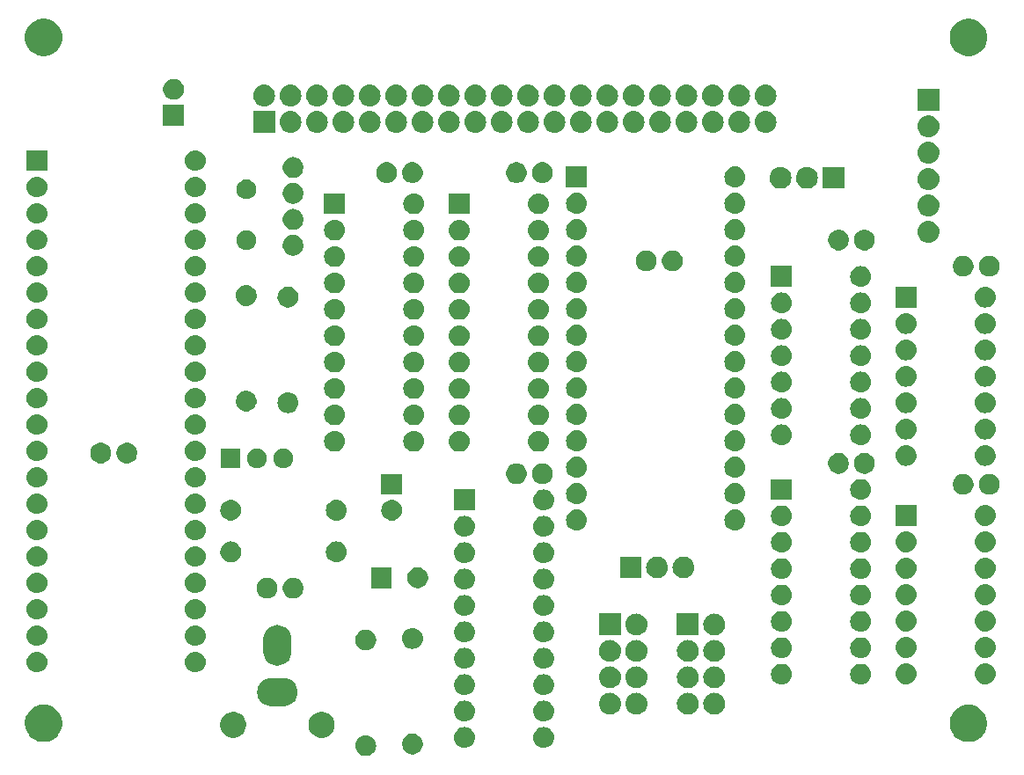
<source format=gbs>
G04 #@! TF.GenerationSoftware,KiCad,Pcbnew,(5.0.0-3-g5ebb6b6)*
G04 #@! TF.CreationDate,2019-09-02T20:41:48+09:00*
G04 #@! TF.ProjectId,KZ80-TMS9918A,4B5A38302D544D5339393138412E6B69,rev?*
G04 #@! TF.SameCoordinates,Original*
G04 #@! TF.FileFunction,Soldermask,Bot*
G04 #@! TF.FilePolarity,Negative*
%FSLAX46Y46*%
G04 Gerber Fmt 4.6, Leading zero omitted, Abs format (unit mm)*
G04 Created by KiCad (PCBNEW (5.0.0-3-g5ebb6b6)) date *
%MOMM*%
%LPD*%
G01*
G04 APERTURE LIST*
%ADD10C,0.100000*%
G04 APERTURE END LIST*
D10*
G36*
X136696030Y-121674469D02*
X136696033Y-121674470D01*
X136696034Y-121674470D01*
X136884535Y-121731651D01*
X136884537Y-121731652D01*
X137058260Y-121824509D01*
X137210528Y-121949472D01*
X137335491Y-122101740D01*
X137411817Y-122244535D01*
X137428349Y-122275465D01*
X137471665Y-122418260D01*
X137485531Y-122463970D01*
X137504838Y-122660000D01*
X137485531Y-122856030D01*
X137428348Y-123044537D01*
X137335491Y-123218260D01*
X137210528Y-123370528D01*
X137058260Y-123495491D01*
X137058258Y-123495492D01*
X136884535Y-123588349D01*
X136696034Y-123645530D01*
X136696033Y-123645530D01*
X136696030Y-123645531D01*
X136549124Y-123660000D01*
X136450876Y-123660000D01*
X136303970Y-123645531D01*
X136303967Y-123645530D01*
X136303966Y-123645530D01*
X136115465Y-123588349D01*
X135941742Y-123495492D01*
X135941740Y-123495491D01*
X135789472Y-123370528D01*
X135664509Y-123218260D01*
X135571652Y-123044537D01*
X135514469Y-122856030D01*
X135495162Y-122660000D01*
X135514469Y-122463970D01*
X135528335Y-122418260D01*
X135571651Y-122275465D01*
X135588183Y-122244535D01*
X135664509Y-122101740D01*
X135789472Y-121949472D01*
X135941740Y-121824509D01*
X136115463Y-121731652D01*
X136115465Y-121731651D01*
X136303966Y-121674470D01*
X136303967Y-121674470D01*
X136303970Y-121674469D01*
X136450876Y-121660000D01*
X136549124Y-121660000D01*
X136696030Y-121674469D01*
X136696030Y-121674469D01*
G37*
G36*
X141175770Y-121515372D02*
X141291689Y-121538429D01*
X141473678Y-121613811D01*
X141637463Y-121723249D01*
X141776751Y-121862537D01*
X141886189Y-122026322D01*
X141961571Y-122208311D01*
X142000000Y-122401509D01*
X142000000Y-122598491D01*
X141961571Y-122791689D01*
X141886189Y-122973678D01*
X141776751Y-123137463D01*
X141637463Y-123276751D01*
X141473678Y-123386189D01*
X141291689Y-123461571D01*
X141175770Y-123484628D01*
X141098493Y-123500000D01*
X140901507Y-123500000D01*
X140824230Y-123484628D01*
X140708311Y-123461571D01*
X140526322Y-123386189D01*
X140362537Y-123276751D01*
X140223249Y-123137463D01*
X140113811Y-122973678D01*
X140038429Y-122791689D01*
X140000000Y-122598491D01*
X140000000Y-122401509D01*
X140038429Y-122208311D01*
X140113811Y-122026322D01*
X140223249Y-121862537D01*
X140362537Y-121723249D01*
X140526322Y-121613811D01*
X140708311Y-121538429D01*
X140824230Y-121515372D01*
X140901507Y-121500000D01*
X141098493Y-121500000D01*
X141175770Y-121515372D01*
X141175770Y-121515372D01*
G37*
G36*
X153816030Y-120874469D02*
X153816033Y-120874470D01*
X153816034Y-120874470D01*
X154004535Y-120931651D01*
X154004537Y-120931652D01*
X154178260Y-121024509D01*
X154330528Y-121149472D01*
X154455491Y-121301740D01*
X154455492Y-121301742D01*
X154548349Y-121475465D01*
X154604327Y-121660000D01*
X154605531Y-121663970D01*
X154624838Y-121860000D01*
X154605531Y-122056030D01*
X154605530Y-122056033D01*
X154605530Y-122056034D01*
X154591665Y-122101742D01*
X154548348Y-122244537D01*
X154455491Y-122418260D01*
X154330528Y-122570528D01*
X154178260Y-122695491D01*
X154178258Y-122695492D01*
X154004535Y-122788349D01*
X153816034Y-122845530D01*
X153816033Y-122845530D01*
X153816030Y-122845531D01*
X153669124Y-122860000D01*
X153570876Y-122860000D01*
X153423970Y-122845531D01*
X153423967Y-122845530D01*
X153423966Y-122845530D01*
X153235465Y-122788349D01*
X153061742Y-122695492D01*
X153061740Y-122695491D01*
X152909472Y-122570528D01*
X152784509Y-122418260D01*
X152691652Y-122244537D01*
X152648336Y-122101742D01*
X152634470Y-122056034D01*
X152634470Y-122056033D01*
X152634469Y-122056030D01*
X152615162Y-121860000D01*
X152634469Y-121663970D01*
X152635673Y-121660000D01*
X152691651Y-121475465D01*
X152784508Y-121301742D01*
X152784509Y-121301740D01*
X152909472Y-121149472D01*
X153061740Y-121024509D01*
X153235463Y-120931652D01*
X153235465Y-120931651D01*
X153423966Y-120874470D01*
X153423967Y-120874470D01*
X153423970Y-120874469D01*
X153570876Y-120860000D01*
X153669124Y-120860000D01*
X153816030Y-120874469D01*
X153816030Y-120874469D01*
G37*
G36*
X146196030Y-120874469D02*
X146196033Y-120874470D01*
X146196034Y-120874470D01*
X146384535Y-120931651D01*
X146384537Y-120931652D01*
X146558260Y-121024509D01*
X146710528Y-121149472D01*
X146835491Y-121301740D01*
X146835492Y-121301742D01*
X146928349Y-121475465D01*
X146984327Y-121660000D01*
X146985531Y-121663970D01*
X147004838Y-121860000D01*
X146985531Y-122056030D01*
X146985530Y-122056033D01*
X146985530Y-122056034D01*
X146971665Y-122101742D01*
X146928348Y-122244537D01*
X146835491Y-122418260D01*
X146710528Y-122570528D01*
X146558260Y-122695491D01*
X146558258Y-122695492D01*
X146384535Y-122788349D01*
X146196034Y-122845530D01*
X146196033Y-122845530D01*
X146196030Y-122845531D01*
X146049124Y-122860000D01*
X145950876Y-122860000D01*
X145803970Y-122845531D01*
X145803967Y-122845530D01*
X145803966Y-122845530D01*
X145615465Y-122788349D01*
X145441742Y-122695492D01*
X145441740Y-122695491D01*
X145289472Y-122570528D01*
X145164509Y-122418260D01*
X145071652Y-122244537D01*
X145028336Y-122101742D01*
X145014470Y-122056034D01*
X145014470Y-122056033D01*
X145014469Y-122056030D01*
X144995162Y-121860000D01*
X145014469Y-121663970D01*
X145015673Y-121660000D01*
X145071651Y-121475465D01*
X145164508Y-121301742D01*
X145164509Y-121301740D01*
X145289472Y-121149472D01*
X145441740Y-121024509D01*
X145615463Y-120931652D01*
X145615465Y-120931651D01*
X145803966Y-120874470D01*
X145803967Y-120874470D01*
X145803970Y-120874469D01*
X145950876Y-120860000D01*
X146049124Y-120860000D01*
X146196030Y-120874469D01*
X146196030Y-120874469D01*
G37*
G36*
X105909122Y-118746115D02*
X106025041Y-118769173D01*
X106352620Y-118904861D01*
X106530569Y-119023763D01*
X106647436Y-119101851D01*
X106898149Y-119352564D01*
X106898151Y-119352567D01*
X107024903Y-119542264D01*
X107095140Y-119647382D01*
X107118814Y-119704537D01*
X107230827Y-119974959D01*
X107247326Y-120057904D01*
X107300000Y-120322714D01*
X107300000Y-120677286D01*
X107280938Y-120773115D01*
X107230827Y-121025041D01*
X107095139Y-121352620D01*
X106915856Y-121620936D01*
X106898149Y-121647436D01*
X106647436Y-121898149D01*
X106647433Y-121898151D01*
X106352620Y-122095139D01*
X106025041Y-122230827D01*
X105956126Y-122244535D01*
X105677286Y-122300000D01*
X105322714Y-122300000D01*
X105043874Y-122244535D01*
X104974959Y-122230827D01*
X104647380Y-122095139D01*
X104352567Y-121898151D01*
X104352564Y-121898149D01*
X104101851Y-121647436D01*
X104084144Y-121620936D01*
X103904861Y-121352620D01*
X103769173Y-121025041D01*
X103719062Y-120773115D01*
X103700000Y-120677286D01*
X103700000Y-120322714D01*
X103752674Y-120057904D01*
X103769173Y-119974959D01*
X103881186Y-119704537D01*
X103904860Y-119647382D01*
X103975098Y-119542264D01*
X104101849Y-119352567D01*
X104101851Y-119352564D01*
X104352564Y-119101851D01*
X104469431Y-119023763D01*
X104647380Y-118904861D01*
X104974959Y-118769173D01*
X105090878Y-118746115D01*
X105322714Y-118700000D01*
X105677286Y-118700000D01*
X105909122Y-118746115D01*
X105909122Y-118746115D01*
G37*
G36*
X194909122Y-118746115D02*
X195025041Y-118769173D01*
X195352620Y-118904861D01*
X195530569Y-119023763D01*
X195647436Y-119101851D01*
X195898149Y-119352564D01*
X195898151Y-119352567D01*
X196024903Y-119542264D01*
X196095140Y-119647382D01*
X196118814Y-119704537D01*
X196230827Y-119974959D01*
X196247326Y-120057904D01*
X196300000Y-120322714D01*
X196300000Y-120677286D01*
X196280938Y-120773115D01*
X196230827Y-121025041D01*
X196095139Y-121352620D01*
X195915856Y-121620936D01*
X195898149Y-121647436D01*
X195647436Y-121898149D01*
X195647433Y-121898151D01*
X195352620Y-122095139D01*
X195025041Y-122230827D01*
X194956126Y-122244535D01*
X194677286Y-122300000D01*
X194322714Y-122300000D01*
X194043874Y-122244535D01*
X193974959Y-122230827D01*
X193647380Y-122095139D01*
X193352567Y-121898151D01*
X193352564Y-121898149D01*
X193101851Y-121647436D01*
X193084144Y-121620936D01*
X192904861Y-121352620D01*
X192769173Y-121025041D01*
X192719062Y-120773115D01*
X192700000Y-120677286D01*
X192700000Y-120322714D01*
X192752674Y-120057904D01*
X192769173Y-119974959D01*
X192881186Y-119704537D01*
X192904860Y-119647382D01*
X192975098Y-119542264D01*
X193101849Y-119352567D01*
X193101851Y-119352564D01*
X193352564Y-119101851D01*
X193469431Y-119023763D01*
X193647380Y-118904861D01*
X193974959Y-118769173D01*
X194090878Y-118746115D01*
X194322714Y-118700000D01*
X194677286Y-118700000D01*
X194909122Y-118746115D01*
X194909122Y-118746115D01*
G37*
G36*
X132614612Y-119448037D02*
X132842096Y-119542264D01*
X133046831Y-119679064D01*
X133220936Y-119853169D01*
X133357736Y-120057904D01*
X133451963Y-120285388D01*
X133500000Y-120526885D01*
X133500000Y-120773115D01*
X133451963Y-121014612D01*
X133357736Y-121242096D01*
X133220936Y-121446831D01*
X133046831Y-121620936D01*
X132842096Y-121757736D01*
X132614612Y-121851963D01*
X132373115Y-121900000D01*
X132126885Y-121900000D01*
X131885388Y-121851963D01*
X131657904Y-121757736D01*
X131453169Y-121620936D01*
X131279064Y-121446831D01*
X131142264Y-121242096D01*
X131048037Y-121014612D01*
X131000000Y-120773115D01*
X131000000Y-120526885D01*
X131048037Y-120285388D01*
X131142264Y-120057904D01*
X131279064Y-119853169D01*
X131453169Y-119679064D01*
X131657904Y-119542264D01*
X131885388Y-119448037D01*
X132126885Y-119400000D01*
X132373115Y-119400000D01*
X132614612Y-119448037D01*
X132614612Y-119448037D01*
G37*
G36*
X124114612Y-119448037D02*
X124342096Y-119542264D01*
X124546831Y-119679064D01*
X124720936Y-119853169D01*
X124857736Y-120057904D01*
X124951963Y-120285388D01*
X125000000Y-120526885D01*
X125000000Y-120773115D01*
X124951963Y-121014612D01*
X124857736Y-121242096D01*
X124720936Y-121446831D01*
X124546831Y-121620936D01*
X124342096Y-121757736D01*
X124114612Y-121851963D01*
X123873115Y-121900000D01*
X123626885Y-121900000D01*
X123385388Y-121851963D01*
X123157904Y-121757736D01*
X122953169Y-121620936D01*
X122779064Y-121446831D01*
X122642264Y-121242096D01*
X122548037Y-121014612D01*
X122500000Y-120773115D01*
X122500000Y-120526885D01*
X122548037Y-120285388D01*
X122642264Y-120057904D01*
X122779064Y-119853169D01*
X122953169Y-119679064D01*
X123157904Y-119542264D01*
X123385388Y-119448037D01*
X123626885Y-119400000D01*
X123873115Y-119400000D01*
X124114612Y-119448037D01*
X124114612Y-119448037D01*
G37*
G36*
X153816030Y-118334469D02*
X153816033Y-118334470D01*
X153816034Y-118334470D01*
X154004535Y-118391651D01*
X154004537Y-118391652D01*
X154178260Y-118484509D01*
X154330528Y-118609472D01*
X154455491Y-118761740D01*
X154455492Y-118761742D01*
X154548349Y-118935465D01*
X154605530Y-119123966D01*
X154605531Y-119123970D01*
X154624838Y-119320000D01*
X154605531Y-119516030D01*
X154605530Y-119516033D01*
X154605530Y-119516034D01*
X154556076Y-119679064D01*
X154548348Y-119704537D01*
X154455491Y-119878260D01*
X154330528Y-120030528D01*
X154178260Y-120155491D01*
X154178258Y-120155492D01*
X154004535Y-120248349D01*
X153816034Y-120305530D01*
X153816033Y-120305530D01*
X153816030Y-120305531D01*
X153669124Y-120320000D01*
X153570876Y-120320000D01*
X153423970Y-120305531D01*
X153423967Y-120305530D01*
X153423966Y-120305530D01*
X153235465Y-120248349D01*
X153061742Y-120155492D01*
X153061740Y-120155491D01*
X152909472Y-120030528D01*
X152784509Y-119878260D01*
X152691652Y-119704537D01*
X152683925Y-119679064D01*
X152634470Y-119516034D01*
X152634470Y-119516033D01*
X152634469Y-119516030D01*
X152615162Y-119320000D01*
X152634469Y-119123970D01*
X152634470Y-119123966D01*
X152691651Y-118935465D01*
X152784508Y-118761742D01*
X152784509Y-118761740D01*
X152909472Y-118609472D01*
X153061740Y-118484509D01*
X153235463Y-118391652D01*
X153235465Y-118391651D01*
X153423966Y-118334470D01*
X153423967Y-118334470D01*
X153423970Y-118334469D01*
X153570876Y-118320000D01*
X153669124Y-118320000D01*
X153816030Y-118334469D01*
X153816030Y-118334469D01*
G37*
G36*
X146196030Y-118334469D02*
X146196033Y-118334470D01*
X146196034Y-118334470D01*
X146384535Y-118391651D01*
X146384537Y-118391652D01*
X146558260Y-118484509D01*
X146710528Y-118609472D01*
X146835491Y-118761740D01*
X146835492Y-118761742D01*
X146928349Y-118935465D01*
X146985530Y-119123966D01*
X146985531Y-119123970D01*
X147004838Y-119320000D01*
X146985531Y-119516030D01*
X146985530Y-119516033D01*
X146985530Y-119516034D01*
X146936076Y-119679064D01*
X146928348Y-119704537D01*
X146835491Y-119878260D01*
X146710528Y-120030528D01*
X146558260Y-120155491D01*
X146558258Y-120155492D01*
X146384535Y-120248349D01*
X146196034Y-120305530D01*
X146196033Y-120305530D01*
X146196030Y-120305531D01*
X146049124Y-120320000D01*
X145950876Y-120320000D01*
X145803970Y-120305531D01*
X145803967Y-120305530D01*
X145803966Y-120305530D01*
X145615465Y-120248349D01*
X145441742Y-120155492D01*
X145441740Y-120155491D01*
X145289472Y-120030528D01*
X145164509Y-119878260D01*
X145071652Y-119704537D01*
X145063925Y-119679064D01*
X145014470Y-119516034D01*
X145014470Y-119516033D01*
X145014469Y-119516030D01*
X144995162Y-119320000D01*
X145014469Y-119123970D01*
X145014470Y-119123966D01*
X145071651Y-118935465D01*
X145164508Y-118761742D01*
X145164509Y-118761740D01*
X145289472Y-118609472D01*
X145441740Y-118484509D01*
X145615463Y-118391652D01*
X145615465Y-118391651D01*
X145803966Y-118334470D01*
X145803967Y-118334470D01*
X145803970Y-118334469D01*
X145950876Y-118320000D01*
X146049124Y-118320000D01*
X146196030Y-118334469D01*
X146196030Y-118334469D01*
G37*
G36*
X162668707Y-117577597D02*
X162745836Y-117585193D01*
X162877787Y-117625220D01*
X162943763Y-117645233D01*
X163126172Y-117742733D01*
X163286054Y-117873946D01*
X163417267Y-118033828D01*
X163514767Y-118216237D01*
X163526116Y-118253650D01*
X163574807Y-118414164D01*
X163595080Y-118620000D01*
X163574807Y-118825836D01*
X163534780Y-118957787D01*
X163514767Y-119023763D01*
X163417267Y-119206172D01*
X163286054Y-119366054D01*
X163126172Y-119497267D01*
X162943763Y-119594767D01*
X162877787Y-119614780D01*
X162745836Y-119654807D01*
X162668707Y-119662403D01*
X162591580Y-119670000D01*
X162488420Y-119670000D01*
X162411293Y-119662403D01*
X162334164Y-119654807D01*
X162202213Y-119614780D01*
X162136237Y-119594767D01*
X161953828Y-119497267D01*
X161793946Y-119366054D01*
X161662733Y-119206172D01*
X161565233Y-119023763D01*
X161545220Y-118957787D01*
X161505193Y-118825836D01*
X161484920Y-118620000D01*
X161505193Y-118414164D01*
X161553884Y-118253650D01*
X161565233Y-118216237D01*
X161662733Y-118033828D01*
X161793946Y-117873946D01*
X161953828Y-117742733D01*
X162136237Y-117645233D01*
X162202213Y-117625220D01*
X162334164Y-117585193D01*
X162411293Y-117577597D01*
X162488420Y-117570000D01*
X162591580Y-117570000D01*
X162668707Y-117577597D01*
X162668707Y-117577597D01*
G37*
G36*
X160128707Y-117577597D02*
X160205836Y-117585193D01*
X160337787Y-117625220D01*
X160403763Y-117645233D01*
X160586172Y-117742733D01*
X160746054Y-117873946D01*
X160877267Y-118033828D01*
X160974767Y-118216237D01*
X160986116Y-118253650D01*
X161034807Y-118414164D01*
X161055080Y-118620000D01*
X161034807Y-118825836D01*
X160994780Y-118957787D01*
X160974767Y-119023763D01*
X160877267Y-119206172D01*
X160746054Y-119366054D01*
X160586172Y-119497267D01*
X160403763Y-119594767D01*
X160337787Y-119614780D01*
X160205836Y-119654807D01*
X160128707Y-119662403D01*
X160051580Y-119670000D01*
X159948420Y-119670000D01*
X159871293Y-119662403D01*
X159794164Y-119654807D01*
X159662213Y-119614780D01*
X159596237Y-119594767D01*
X159413828Y-119497267D01*
X159253946Y-119366054D01*
X159122733Y-119206172D01*
X159025233Y-119023763D01*
X159005220Y-118957787D01*
X158965193Y-118825836D01*
X158944920Y-118620000D01*
X158965193Y-118414164D01*
X159013884Y-118253650D01*
X159025233Y-118216237D01*
X159122733Y-118033828D01*
X159253946Y-117873946D01*
X159413828Y-117742733D01*
X159596237Y-117645233D01*
X159662213Y-117625220D01*
X159794164Y-117585193D01*
X159871293Y-117577597D01*
X159948420Y-117570000D01*
X160051580Y-117570000D01*
X160128707Y-117577597D01*
X160128707Y-117577597D01*
G37*
G36*
X167628707Y-117577597D02*
X167705836Y-117585193D01*
X167837787Y-117625220D01*
X167903763Y-117645233D01*
X168086172Y-117742733D01*
X168246054Y-117873946D01*
X168377267Y-118033828D01*
X168474767Y-118216237D01*
X168486116Y-118253650D01*
X168534807Y-118414164D01*
X168555080Y-118620000D01*
X168534807Y-118825836D01*
X168494780Y-118957787D01*
X168474767Y-119023763D01*
X168377267Y-119206172D01*
X168246054Y-119366054D01*
X168086172Y-119497267D01*
X167903763Y-119594767D01*
X167837787Y-119614780D01*
X167705836Y-119654807D01*
X167628707Y-119662403D01*
X167551580Y-119670000D01*
X167448420Y-119670000D01*
X167371293Y-119662403D01*
X167294164Y-119654807D01*
X167162213Y-119614780D01*
X167096237Y-119594767D01*
X166913828Y-119497267D01*
X166753946Y-119366054D01*
X166622733Y-119206172D01*
X166525233Y-119023763D01*
X166505220Y-118957787D01*
X166465193Y-118825836D01*
X166444920Y-118620000D01*
X166465193Y-118414164D01*
X166513884Y-118253650D01*
X166525233Y-118216237D01*
X166622733Y-118033828D01*
X166753946Y-117873946D01*
X166913828Y-117742733D01*
X167096237Y-117645233D01*
X167162213Y-117625220D01*
X167294164Y-117585193D01*
X167371293Y-117577597D01*
X167448420Y-117570000D01*
X167551580Y-117570000D01*
X167628707Y-117577597D01*
X167628707Y-117577597D01*
G37*
G36*
X170168707Y-117577597D02*
X170245836Y-117585193D01*
X170377787Y-117625220D01*
X170443763Y-117645233D01*
X170626172Y-117742733D01*
X170786054Y-117873946D01*
X170917267Y-118033828D01*
X171014767Y-118216237D01*
X171026116Y-118253650D01*
X171074807Y-118414164D01*
X171095080Y-118620000D01*
X171074807Y-118825836D01*
X171034780Y-118957787D01*
X171014767Y-119023763D01*
X170917267Y-119206172D01*
X170786054Y-119366054D01*
X170626172Y-119497267D01*
X170443763Y-119594767D01*
X170377787Y-119614780D01*
X170245836Y-119654807D01*
X170168707Y-119662403D01*
X170091580Y-119670000D01*
X169988420Y-119670000D01*
X169911293Y-119662403D01*
X169834164Y-119654807D01*
X169702213Y-119614780D01*
X169636237Y-119594767D01*
X169453828Y-119497267D01*
X169293946Y-119366054D01*
X169162733Y-119206172D01*
X169065233Y-119023763D01*
X169045220Y-118957787D01*
X169005193Y-118825836D01*
X168984920Y-118620000D01*
X169005193Y-118414164D01*
X169053884Y-118253650D01*
X169065233Y-118216237D01*
X169162733Y-118033828D01*
X169293946Y-117873946D01*
X169453828Y-117742733D01*
X169636237Y-117645233D01*
X169702213Y-117625220D01*
X169834164Y-117585193D01*
X169911293Y-117577597D01*
X169988420Y-117570000D01*
X170091580Y-117570000D01*
X170168707Y-117577597D01*
X170168707Y-117577597D01*
G37*
G36*
X128864646Y-116169533D02*
X129119122Y-116246728D01*
X129353649Y-116372085D01*
X129559213Y-116540787D01*
X129727915Y-116746351D01*
X129853272Y-116980878D01*
X129930467Y-117235354D01*
X129956532Y-117500000D01*
X129930467Y-117764646D01*
X129853272Y-118019122D01*
X129727915Y-118253649D01*
X129559213Y-118459213D01*
X129353649Y-118627915D01*
X129119122Y-118753272D01*
X128864646Y-118830467D01*
X128666321Y-118850000D01*
X127333679Y-118850000D01*
X127135354Y-118830467D01*
X126880878Y-118753272D01*
X126646351Y-118627915D01*
X126440787Y-118459213D01*
X126272085Y-118253649D01*
X126146728Y-118019122D01*
X126069533Y-117764646D01*
X126043468Y-117500000D01*
X126069533Y-117235354D01*
X126146728Y-116980878D01*
X126272085Y-116746351D01*
X126440787Y-116540787D01*
X126646351Y-116372085D01*
X126880878Y-116246728D01*
X127135354Y-116169533D01*
X127333679Y-116150000D01*
X128666321Y-116150000D01*
X128864646Y-116169533D01*
X128864646Y-116169533D01*
G37*
G36*
X146196030Y-115794469D02*
X146196033Y-115794470D01*
X146196034Y-115794470D01*
X146384535Y-115851651D01*
X146384537Y-115851652D01*
X146558260Y-115944509D01*
X146710528Y-116069472D01*
X146835491Y-116221740D01*
X146835492Y-116221742D01*
X146928349Y-116395465D01*
X146955134Y-116483763D01*
X146985531Y-116583970D01*
X147004838Y-116780000D01*
X146985531Y-116976030D01*
X146985530Y-116976033D01*
X146985530Y-116976034D01*
X146943434Y-117114807D01*
X146928348Y-117164537D01*
X146835491Y-117338260D01*
X146710528Y-117490528D01*
X146558260Y-117615491D01*
X146558258Y-117615492D01*
X146384535Y-117708349D01*
X146196034Y-117765530D01*
X146196033Y-117765530D01*
X146196030Y-117765531D01*
X146049124Y-117780000D01*
X145950876Y-117780000D01*
X145803970Y-117765531D01*
X145803967Y-117765530D01*
X145803966Y-117765530D01*
X145615465Y-117708349D01*
X145441742Y-117615492D01*
X145441740Y-117615491D01*
X145289472Y-117490528D01*
X145164509Y-117338260D01*
X145071652Y-117164537D01*
X145056567Y-117114807D01*
X145014470Y-116976034D01*
X145014470Y-116976033D01*
X145014469Y-116976030D01*
X144995162Y-116780000D01*
X145014469Y-116583970D01*
X145044866Y-116483763D01*
X145071651Y-116395465D01*
X145164508Y-116221742D01*
X145164509Y-116221740D01*
X145289472Y-116069472D01*
X145441740Y-115944509D01*
X145615463Y-115851652D01*
X145615465Y-115851651D01*
X145803966Y-115794470D01*
X145803967Y-115794470D01*
X145803970Y-115794469D01*
X145950876Y-115780000D01*
X146049124Y-115780000D01*
X146196030Y-115794469D01*
X146196030Y-115794469D01*
G37*
G36*
X153816030Y-115794469D02*
X153816033Y-115794470D01*
X153816034Y-115794470D01*
X154004535Y-115851651D01*
X154004537Y-115851652D01*
X154178260Y-115944509D01*
X154330528Y-116069472D01*
X154455491Y-116221740D01*
X154455492Y-116221742D01*
X154548349Y-116395465D01*
X154575134Y-116483763D01*
X154605531Y-116583970D01*
X154624838Y-116780000D01*
X154605531Y-116976030D01*
X154605530Y-116976033D01*
X154605530Y-116976034D01*
X154563434Y-117114807D01*
X154548348Y-117164537D01*
X154455491Y-117338260D01*
X154330528Y-117490528D01*
X154178260Y-117615491D01*
X154178258Y-117615492D01*
X154004535Y-117708349D01*
X153816034Y-117765530D01*
X153816033Y-117765530D01*
X153816030Y-117765531D01*
X153669124Y-117780000D01*
X153570876Y-117780000D01*
X153423970Y-117765531D01*
X153423967Y-117765530D01*
X153423966Y-117765530D01*
X153235465Y-117708349D01*
X153061742Y-117615492D01*
X153061740Y-117615491D01*
X152909472Y-117490528D01*
X152784509Y-117338260D01*
X152691652Y-117164537D01*
X152676567Y-117114807D01*
X152634470Y-116976034D01*
X152634470Y-116976033D01*
X152634469Y-116976030D01*
X152615162Y-116780000D01*
X152634469Y-116583970D01*
X152664866Y-116483763D01*
X152691651Y-116395465D01*
X152784508Y-116221742D01*
X152784509Y-116221740D01*
X152909472Y-116069472D01*
X153061740Y-115944509D01*
X153235463Y-115851652D01*
X153235465Y-115851651D01*
X153423966Y-115794470D01*
X153423967Y-115794470D01*
X153423970Y-115794469D01*
X153570876Y-115780000D01*
X153669124Y-115780000D01*
X153816030Y-115794469D01*
X153816030Y-115794469D01*
G37*
G36*
X170168707Y-115037596D02*
X170245836Y-115045193D01*
X170377787Y-115085220D01*
X170443763Y-115105233D01*
X170626172Y-115202733D01*
X170786054Y-115333946D01*
X170917267Y-115493828D01*
X171014767Y-115676237D01*
X171014767Y-115676238D01*
X171074807Y-115874164D01*
X171095080Y-116080000D01*
X171074807Y-116285836D01*
X171034780Y-116417787D01*
X171014767Y-116483763D01*
X170917267Y-116666172D01*
X170786054Y-116826054D01*
X170626172Y-116957267D01*
X170443763Y-117054767D01*
X170377787Y-117074780D01*
X170245836Y-117114807D01*
X170168707Y-117122403D01*
X170091580Y-117130000D01*
X169988420Y-117130000D01*
X169911293Y-117122403D01*
X169834164Y-117114807D01*
X169702213Y-117074780D01*
X169636237Y-117054767D01*
X169453828Y-116957267D01*
X169293946Y-116826054D01*
X169162733Y-116666172D01*
X169065233Y-116483763D01*
X169045220Y-116417787D01*
X169005193Y-116285836D01*
X168984920Y-116080000D01*
X169005193Y-115874164D01*
X169065233Y-115676238D01*
X169065233Y-115676237D01*
X169162733Y-115493828D01*
X169293946Y-115333946D01*
X169453828Y-115202733D01*
X169636237Y-115105233D01*
X169702213Y-115085220D01*
X169834164Y-115045193D01*
X169911293Y-115037596D01*
X169988420Y-115030000D01*
X170091580Y-115030000D01*
X170168707Y-115037596D01*
X170168707Y-115037596D01*
G37*
G36*
X167628707Y-115037596D02*
X167705836Y-115045193D01*
X167837787Y-115085220D01*
X167903763Y-115105233D01*
X168086172Y-115202733D01*
X168246054Y-115333946D01*
X168377267Y-115493828D01*
X168474767Y-115676237D01*
X168474767Y-115676238D01*
X168534807Y-115874164D01*
X168555080Y-116080000D01*
X168534807Y-116285836D01*
X168494780Y-116417787D01*
X168474767Y-116483763D01*
X168377267Y-116666172D01*
X168246054Y-116826054D01*
X168086172Y-116957267D01*
X167903763Y-117054767D01*
X167837787Y-117074780D01*
X167705836Y-117114807D01*
X167628707Y-117122403D01*
X167551580Y-117130000D01*
X167448420Y-117130000D01*
X167371293Y-117122403D01*
X167294164Y-117114807D01*
X167162213Y-117074780D01*
X167096237Y-117054767D01*
X166913828Y-116957267D01*
X166753946Y-116826054D01*
X166622733Y-116666172D01*
X166525233Y-116483763D01*
X166505220Y-116417787D01*
X166465193Y-116285836D01*
X166444920Y-116080000D01*
X166465193Y-115874164D01*
X166525233Y-115676238D01*
X166525233Y-115676237D01*
X166622733Y-115493828D01*
X166753946Y-115333946D01*
X166913828Y-115202733D01*
X167096237Y-115105233D01*
X167162213Y-115085220D01*
X167294164Y-115045193D01*
X167371293Y-115037596D01*
X167448420Y-115030000D01*
X167551580Y-115030000D01*
X167628707Y-115037596D01*
X167628707Y-115037596D01*
G37*
G36*
X162668707Y-115037596D02*
X162745836Y-115045193D01*
X162877787Y-115085220D01*
X162943763Y-115105233D01*
X163126172Y-115202733D01*
X163286054Y-115333946D01*
X163417267Y-115493828D01*
X163514767Y-115676237D01*
X163514767Y-115676238D01*
X163574807Y-115874164D01*
X163595080Y-116080000D01*
X163574807Y-116285836D01*
X163534780Y-116417787D01*
X163514767Y-116483763D01*
X163417267Y-116666172D01*
X163286054Y-116826054D01*
X163126172Y-116957267D01*
X162943763Y-117054767D01*
X162877787Y-117074780D01*
X162745836Y-117114807D01*
X162668707Y-117122403D01*
X162591580Y-117130000D01*
X162488420Y-117130000D01*
X162411293Y-117122403D01*
X162334164Y-117114807D01*
X162202213Y-117074780D01*
X162136237Y-117054767D01*
X161953828Y-116957267D01*
X161793946Y-116826054D01*
X161662733Y-116666172D01*
X161565233Y-116483763D01*
X161545220Y-116417787D01*
X161505193Y-116285836D01*
X161484920Y-116080000D01*
X161505193Y-115874164D01*
X161565233Y-115676238D01*
X161565233Y-115676237D01*
X161662733Y-115493828D01*
X161793946Y-115333946D01*
X161953828Y-115202733D01*
X162136237Y-115105233D01*
X162202213Y-115085220D01*
X162334164Y-115045193D01*
X162411293Y-115037596D01*
X162488420Y-115030000D01*
X162591580Y-115030000D01*
X162668707Y-115037596D01*
X162668707Y-115037596D01*
G37*
G36*
X160128707Y-115037596D02*
X160205836Y-115045193D01*
X160337787Y-115085220D01*
X160403763Y-115105233D01*
X160586172Y-115202733D01*
X160746054Y-115333946D01*
X160877267Y-115493828D01*
X160974767Y-115676237D01*
X160974767Y-115676238D01*
X161034807Y-115874164D01*
X161055080Y-116080000D01*
X161034807Y-116285836D01*
X160994780Y-116417787D01*
X160974767Y-116483763D01*
X160877267Y-116666172D01*
X160746054Y-116826054D01*
X160586172Y-116957267D01*
X160403763Y-117054767D01*
X160337787Y-117074780D01*
X160205836Y-117114807D01*
X160128707Y-117122403D01*
X160051580Y-117130000D01*
X159948420Y-117130000D01*
X159871293Y-117122403D01*
X159794164Y-117114807D01*
X159662213Y-117074780D01*
X159596237Y-117054767D01*
X159413828Y-116957267D01*
X159253946Y-116826054D01*
X159122733Y-116666172D01*
X159025233Y-116483763D01*
X159005220Y-116417787D01*
X158965193Y-116285836D01*
X158944920Y-116080000D01*
X158965193Y-115874164D01*
X159025233Y-115676238D01*
X159025233Y-115676237D01*
X159122733Y-115493828D01*
X159253946Y-115333946D01*
X159413828Y-115202733D01*
X159596237Y-115105233D01*
X159662213Y-115085220D01*
X159794164Y-115045193D01*
X159871293Y-115037596D01*
X159948420Y-115030000D01*
X160051580Y-115030000D01*
X160128707Y-115037596D01*
X160128707Y-115037596D01*
G37*
G36*
X184316030Y-114794469D02*
X184316033Y-114794470D01*
X184316034Y-114794470D01*
X184504535Y-114851651D01*
X184504537Y-114851652D01*
X184678260Y-114944509D01*
X184830528Y-115069472D01*
X184955491Y-115221740D01*
X185048348Y-115395463D01*
X185105531Y-115583970D01*
X185124838Y-115780000D01*
X185105531Y-115976030D01*
X185105530Y-115976033D01*
X185105530Y-115976034D01*
X185060483Y-116124535D01*
X185048348Y-116164537D01*
X184955491Y-116338260D01*
X184830528Y-116490528D01*
X184678260Y-116615491D01*
X184583443Y-116666172D01*
X184504535Y-116708349D01*
X184316034Y-116765530D01*
X184316033Y-116765530D01*
X184316030Y-116765531D01*
X184169124Y-116780000D01*
X184070876Y-116780000D01*
X183923970Y-116765531D01*
X183923967Y-116765530D01*
X183923966Y-116765530D01*
X183735465Y-116708349D01*
X183656557Y-116666172D01*
X183561740Y-116615491D01*
X183409472Y-116490528D01*
X183284509Y-116338260D01*
X183191652Y-116164537D01*
X183179518Y-116124535D01*
X183134470Y-115976034D01*
X183134470Y-115976033D01*
X183134469Y-115976030D01*
X183115162Y-115780000D01*
X183134469Y-115583970D01*
X183191652Y-115395463D01*
X183284509Y-115221740D01*
X183409472Y-115069472D01*
X183561740Y-114944509D01*
X183735463Y-114851652D01*
X183735465Y-114851651D01*
X183923966Y-114794470D01*
X183923967Y-114794470D01*
X183923970Y-114794469D01*
X184070876Y-114780000D01*
X184169124Y-114780000D01*
X184316030Y-114794469D01*
X184316030Y-114794469D01*
G37*
G36*
X176696030Y-114794469D02*
X176696033Y-114794470D01*
X176696034Y-114794470D01*
X176884535Y-114851651D01*
X176884537Y-114851652D01*
X177058260Y-114944509D01*
X177210528Y-115069472D01*
X177335491Y-115221740D01*
X177428348Y-115395463D01*
X177485531Y-115583970D01*
X177504838Y-115780000D01*
X177485531Y-115976030D01*
X177485530Y-115976033D01*
X177485530Y-115976034D01*
X177440483Y-116124535D01*
X177428348Y-116164537D01*
X177335491Y-116338260D01*
X177210528Y-116490528D01*
X177058260Y-116615491D01*
X176963443Y-116666172D01*
X176884535Y-116708349D01*
X176696034Y-116765530D01*
X176696033Y-116765530D01*
X176696030Y-116765531D01*
X176549124Y-116780000D01*
X176450876Y-116780000D01*
X176303970Y-116765531D01*
X176303967Y-116765530D01*
X176303966Y-116765530D01*
X176115465Y-116708349D01*
X176036557Y-116666172D01*
X175941740Y-116615491D01*
X175789472Y-116490528D01*
X175664509Y-116338260D01*
X175571652Y-116164537D01*
X175559518Y-116124535D01*
X175514470Y-115976034D01*
X175514470Y-115976033D01*
X175514469Y-115976030D01*
X175495162Y-115780000D01*
X175514469Y-115583970D01*
X175571652Y-115395463D01*
X175664509Y-115221740D01*
X175789472Y-115069472D01*
X175941740Y-114944509D01*
X176115463Y-114851652D01*
X176115465Y-114851651D01*
X176303966Y-114794470D01*
X176303967Y-114794470D01*
X176303970Y-114794469D01*
X176450876Y-114780000D01*
X176549124Y-114780000D01*
X176696030Y-114794469D01*
X176696030Y-114794469D01*
G37*
G36*
X196316030Y-114754469D02*
X196316033Y-114754470D01*
X196316034Y-114754470D01*
X196504535Y-114811651D01*
X196504537Y-114811652D01*
X196678260Y-114904509D01*
X196830528Y-115029472D01*
X196955491Y-115181740D01*
X196978897Y-115225530D01*
X197048349Y-115355465D01*
X197075658Y-115445491D01*
X197105531Y-115543970D01*
X197124838Y-115740000D01*
X197105531Y-115936030D01*
X197105530Y-115936033D01*
X197105530Y-115936034D01*
X197061859Y-116080000D01*
X197048348Y-116124537D01*
X196955491Y-116298260D01*
X196830528Y-116450528D01*
X196678260Y-116575491D01*
X196678258Y-116575492D01*
X196504535Y-116668349D01*
X196316034Y-116725530D01*
X196316033Y-116725530D01*
X196316030Y-116725531D01*
X196169124Y-116740000D01*
X196070876Y-116740000D01*
X195923970Y-116725531D01*
X195923967Y-116725530D01*
X195923966Y-116725530D01*
X195735465Y-116668349D01*
X195561742Y-116575492D01*
X195561740Y-116575491D01*
X195409472Y-116450528D01*
X195284509Y-116298260D01*
X195191652Y-116124537D01*
X195178142Y-116080000D01*
X195134470Y-115936034D01*
X195134470Y-115936033D01*
X195134469Y-115936030D01*
X195115162Y-115740000D01*
X195134469Y-115543970D01*
X195164342Y-115445491D01*
X195191651Y-115355465D01*
X195261103Y-115225530D01*
X195284509Y-115181740D01*
X195409472Y-115029472D01*
X195561740Y-114904509D01*
X195735463Y-114811652D01*
X195735465Y-114811651D01*
X195923966Y-114754470D01*
X195923967Y-114754470D01*
X195923970Y-114754469D01*
X196070876Y-114740000D01*
X196169124Y-114740000D01*
X196316030Y-114754469D01*
X196316030Y-114754469D01*
G37*
G36*
X188696030Y-114754469D02*
X188696033Y-114754470D01*
X188696034Y-114754470D01*
X188884535Y-114811651D01*
X188884537Y-114811652D01*
X189058260Y-114904509D01*
X189210528Y-115029472D01*
X189335491Y-115181740D01*
X189358897Y-115225530D01*
X189428349Y-115355465D01*
X189455658Y-115445491D01*
X189485531Y-115543970D01*
X189504838Y-115740000D01*
X189485531Y-115936030D01*
X189485530Y-115936033D01*
X189485530Y-115936034D01*
X189441859Y-116080000D01*
X189428348Y-116124537D01*
X189335491Y-116298260D01*
X189210528Y-116450528D01*
X189058260Y-116575491D01*
X189058258Y-116575492D01*
X188884535Y-116668349D01*
X188696034Y-116725530D01*
X188696033Y-116725530D01*
X188696030Y-116725531D01*
X188549124Y-116740000D01*
X188450876Y-116740000D01*
X188303970Y-116725531D01*
X188303967Y-116725530D01*
X188303966Y-116725530D01*
X188115465Y-116668349D01*
X187941742Y-116575492D01*
X187941740Y-116575491D01*
X187789472Y-116450528D01*
X187664509Y-116298260D01*
X187571652Y-116124537D01*
X187558142Y-116080000D01*
X187514470Y-115936034D01*
X187514470Y-115936033D01*
X187514469Y-115936030D01*
X187495162Y-115740000D01*
X187514469Y-115543970D01*
X187544342Y-115445491D01*
X187571651Y-115355465D01*
X187641103Y-115225530D01*
X187664509Y-115181740D01*
X187789472Y-115029472D01*
X187941740Y-114904509D01*
X188115463Y-114811652D01*
X188115465Y-114811651D01*
X188303966Y-114754470D01*
X188303967Y-114754470D01*
X188303970Y-114754469D01*
X188450876Y-114740000D01*
X188549124Y-114740000D01*
X188696030Y-114754469D01*
X188696030Y-114754469D01*
G37*
G36*
X105046030Y-113624469D02*
X105046033Y-113624470D01*
X105046034Y-113624470D01*
X105234535Y-113681651D01*
X105234537Y-113681652D01*
X105408260Y-113774509D01*
X105560528Y-113899472D01*
X105685491Y-114051740D01*
X105725275Y-114126171D01*
X105778349Y-114225465D01*
X105778369Y-114225531D01*
X105835531Y-114413970D01*
X105854838Y-114610000D01*
X105835531Y-114806030D01*
X105835530Y-114806033D01*
X105835530Y-114806034D01*
X105797784Y-114930467D01*
X105778348Y-114994537D01*
X105685491Y-115168260D01*
X105560528Y-115320528D01*
X105408260Y-115445491D01*
X105408258Y-115445492D01*
X105234535Y-115538349D01*
X105046034Y-115595530D01*
X105046033Y-115595530D01*
X105046030Y-115595531D01*
X104899124Y-115610000D01*
X104800876Y-115610000D01*
X104653970Y-115595531D01*
X104653967Y-115595530D01*
X104653966Y-115595530D01*
X104465465Y-115538349D01*
X104291742Y-115445492D01*
X104291740Y-115445491D01*
X104139472Y-115320528D01*
X104014509Y-115168260D01*
X103921652Y-114994537D01*
X103902217Y-114930467D01*
X103864470Y-114806034D01*
X103864470Y-114806033D01*
X103864469Y-114806030D01*
X103845162Y-114610000D01*
X103864469Y-114413970D01*
X103921631Y-114225531D01*
X103921651Y-114225465D01*
X103974725Y-114126171D01*
X104014509Y-114051740D01*
X104139472Y-113899472D01*
X104291740Y-113774509D01*
X104465463Y-113681652D01*
X104465465Y-113681651D01*
X104653966Y-113624470D01*
X104653967Y-113624470D01*
X104653970Y-113624469D01*
X104800876Y-113610000D01*
X104899124Y-113610000D01*
X105046030Y-113624469D01*
X105046030Y-113624469D01*
G37*
G36*
X120286030Y-113624469D02*
X120286033Y-113624470D01*
X120286034Y-113624470D01*
X120474535Y-113681651D01*
X120474537Y-113681652D01*
X120648260Y-113774509D01*
X120800528Y-113899472D01*
X120925491Y-114051740D01*
X120965275Y-114126171D01*
X121018349Y-114225465D01*
X121018369Y-114225531D01*
X121075531Y-114413970D01*
X121094838Y-114610000D01*
X121075531Y-114806030D01*
X121075530Y-114806033D01*
X121075530Y-114806034D01*
X121037784Y-114930467D01*
X121018348Y-114994537D01*
X120925491Y-115168260D01*
X120800528Y-115320528D01*
X120648260Y-115445491D01*
X120648258Y-115445492D01*
X120474535Y-115538349D01*
X120286034Y-115595530D01*
X120286033Y-115595530D01*
X120286030Y-115595531D01*
X120139124Y-115610000D01*
X120040876Y-115610000D01*
X119893970Y-115595531D01*
X119893967Y-115595530D01*
X119893966Y-115595530D01*
X119705465Y-115538349D01*
X119531742Y-115445492D01*
X119531740Y-115445491D01*
X119379472Y-115320528D01*
X119254509Y-115168260D01*
X119161652Y-114994537D01*
X119142217Y-114930467D01*
X119104470Y-114806034D01*
X119104470Y-114806033D01*
X119104469Y-114806030D01*
X119085162Y-114610000D01*
X119104469Y-114413970D01*
X119161631Y-114225531D01*
X119161651Y-114225465D01*
X119214725Y-114126171D01*
X119254509Y-114051740D01*
X119379472Y-113899472D01*
X119531740Y-113774509D01*
X119705463Y-113681652D01*
X119705465Y-113681651D01*
X119893966Y-113624470D01*
X119893967Y-113624470D01*
X119893970Y-113624469D01*
X120040876Y-113610000D01*
X120139124Y-113610000D01*
X120286030Y-113624469D01*
X120286030Y-113624469D01*
G37*
G36*
X146196030Y-113254469D02*
X146196033Y-113254470D01*
X146196034Y-113254470D01*
X146384535Y-113311651D01*
X146384537Y-113311652D01*
X146558260Y-113404509D01*
X146710528Y-113529472D01*
X146835491Y-113681740D01*
X146835492Y-113681742D01*
X146928349Y-113855465D01*
X146955134Y-113943763D01*
X146985531Y-114043970D01*
X147004838Y-114240000D01*
X146985531Y-114436030D01*
X146985530Y-114436033D01*
X146985530Y-114436034D01*
X146943434Y-114574807D01*
X146928348Y-114624537D01*
X146835491Y-114798260D01*
X146710528Y-114950528D01*
X146558260Y-115075491D01*
X146558258Y-115075492D01*
X146384535Y-115168349D01*
X146196034Y-115225530D01*
X146196033Y-115225530D01*
X146196030Y-115225531D01*
X146049124Y-115240000D01*
X145950876Y-115240000D01*
X145803970Y-115225531D01*
X145803967Y-115225530D01*
X145803966Y-115225530D01*
X145615465Y-115168349D01*
X145441742Y-115075492D01*
X145441740Y-115075491D01*
X145289472Y-114950528D01*
X145164509Y-114798260D01*
X145071652Y-114624537D01*
X145056567Y-114574807D01*
X145014470Y-114436034D01*
X145014470Y-114436033D01*
X145014469Y-114436030D01*
X144995162Y-114240000D01*
X145014469Y-114043970D01*
X145044866Y-113943763D01*
X145071651Y-113855465D01*
X145164508Y-113681742D01*
X145164509Y-113681740D01*
X145289472Y-113529472D01*
X145441740Y-113404509D01*
X145615463Y-113311652D01*
X145615465Y-113311651D01*
X145803966Y-113254470D01*
X145803967Y-113254470D01*
X145803970Y-113254469D01*
X145950876Y-113240000D01*
X146049124Y-113240000D01*
X146196030Y-113254469D01*
X146196030Y-113254469D01*
G37*
G36*
X153816030Y-113254469D02*
X153816033Y-113254470D01*
X153816034Y-113254470D01*
X154004535Y-113311651D01*
X154004537Y-113311652D01*
X154178260Y-113404509D01*
X154330528Y-113529472D01*
X154455491Y-113681740D01*
X154455492Y-113681742D01*
X154548349Y-113855465D01*
X154575134Y-113943763D01*
X154605531Y-114043970D01*
X154624838Y-114240000D01*
X154605531Y-114436030D01*
X154605530Y-114436033D01*
X154605530Y-114436034D01*
X154563434Y-114574807D01*
X154548348Y-114624537D01*
X154455491Y-114798260D01*
X154330528Y-114950528D01*
X154178260Y-115075491D01*
X154178258Y-115075492D01*
X154004535Y-115168349D01*
X153816034Y-115225530D01*
X153816033Y-115225530D01*
X153816030Y-115225531D01*
X153669124Y-115240000D01*
X153570876Y-115240000D01*
X153423970Y-115225531D01*
X153423967Y-115225530D01*
X153423966Y-115225530D01*
X153235465Y-115168349D01*
X153061742Y-115075492D01*
X153061740Y-115075491D01*
X152909472Y-114950528D01*
X152784509Y-114798260D01*
X152691652Y-114624537D01*
X152676567Y-114574807D01*
X152634470Y-114436034D01*
X152634470Y-114436033D01*
X152634469Y-114436030D01*
X152615162Y-114240000D01*
X152634469Y-114043970D01*
X152664866Y-113943763D01*
X152691651Y-113855465D01*
X152784508Y-113681742D01*
X152784509Y-113681740D01*
X152909472Y-113529472D01*
X153061740Y-113404509D01*
X153235463Y-113311652D01*
X153235465Y-113311651D01*
X153423966Y-113254470D01*
X153423967Y-113254470D01*
X153423970Y-113254469D01*
X153570876Y-113240000D01*
X153669124Y-113240000D01*
X153816030Y-113254469D01*
X153816030Y-113254469D01*
G37*
G36*
X128264646Y-111069533D02*
X128519122Y-111146728D01*
X128753649Y-111272085D01*
X128959213Y-111440787D01*
X129127915Y-111646351D01*
X129253272Y-111880878D01*
X129330467Y-112135354D01*
X129350000Y-112333679D01*
X129350000Y-113666321D01*
X129330467Y-113864646D01*
X129253272Y-114119122D01*
X129127915Y-114353649D01*
X128959212Y-114559213D01*
X128753648Y-114727915D01*
X128519121Y-114853272D01*
X128264645Y-114930467D01*
X128000000Y-114956532D01*
X127735354Y-114930467D01*
X127480878Y-114853272D01*
X127246351Y-114727915D01*
X127040787Y-114559212D01*
X126872085Y-114353648D01*
X126746728Y-114119121D01*
X126669533Y-113864645D01*
X126650000Y-113666320D01*
X126650000Y-112333679D01*
X126669533Y-112135354D01*
X126746728Y-111880878D01*
X126872086Y-111646351D01*
X127040788Y-111440787D01*
X127246352Y-111272085D01*
X127480879Y-111146728D01*
X127735355Y-111069533D01*
X128000000Y-111043468D01*
X128264646Y-111069533D01*
X128264646Y-111069533D01*
G37*
G36*
X170168707Y-112497597D02*
X170245836Y-112505193D01*
X170347492Y-112536030D01*
X170443763Y-112565233D01*
X170626172Y-112662733D01*
X170786054Y-112793946D01*
X170917267Y-112953828D01*
X171014767Y-113136237D01*
X171014767Y-113136238D01*
X171074807Y-113334164D01*
X171095080Y-113540000D01*
X171074807Y-113745836D01*
X171038768Y-113864641D01*
X171014767Y-113943763D01*
X170917267Y-114126172D01*
X170786054Y-114286054D01*
X170626172Y-114417267D01*
X170443763Y-114514767D01*
X170377787Y-114534780D01*
X170245836Y-114574807D01*
X170168707Y-114582404D01*
X170091580Y-114590000D01*
X169988420Y-114590000D01*
X169911293Y-114582404D01*
X169834164Y-114574807D01*
X169702213Y-114534780D01*
X169636237Y-114514767D01*
X169453828Y-114417267D01*
X169293946Y-114286054D01*
X169162733Y-114126172D01*
X169065233Y-113943763D01*
X169041232Y-113864641D01*
X169005193Y-113745836D01*
X168984920Y-113540000D01*
X169005193Y-113334164D01*
X169065233Y-113136238D01*
X169065233Y-113136237D01*
X169162733Y-112953828D01*
X169293946Y-112793946D01*
X169453828Y-112662733D01*
X169636237Y-112565233D01*
X169732508Y-112536030D01*
X169834164Y-112505193D01*
X169911293Y-112497597D01*
X169988420Y-112490000D01*
X170091580Y-112490000D01*
X170168707Y-112497597D01*
X170168707Y-112497597D01*
G37*
G36*
X167628707Y-112497597D02*
X167705836Y-112505193D01*
X167807492Y-112536030D01*
X167903763Y-112565233D01*
X168086172Y-112662733D01*
X168246054Y-112793946D01*
X168377267Y-112953828D01*
X168474767Y-113136237D01*
X168474767Y-113136238D01*
X168534807Y-113334164D01*
X168555080Y-113540000D01*
X168534807Y-113745836D01*
X168498768Y-113864641D01*
X168474767Y-113943763D01*
X168377267Y-114126172D01*
X168246054Y-114286054D01*
X168086172Y-114417267D01*
X167903763Y-114514767D01*
X167837787Y-114534780D01*
X167705836Y-114574807D01*
X167628707Y-114582404D01*
X167551580Y-114590000D01*
X167448420Y-114590000D01*
X167371293Y-114582404D01*
X167294164Y-114574807D01*
X167162213Y-114534780D01*
X167096237Y-114514767D01*
X166913828Y-114417267D01*
X166753946Y-114286054D01*
X166622733Y-114126172D01*
X166525233Y-113943763D01*
X166501232Y-113864641D01*
X166465193Y-113745836D01*
X166444920Y-113540000D01*
X166465193Y-113334164D01*
X166525233Y-113136238D01*
X166525233Y-113136237D01*
X166622733Y-112953828D01*
X166753946Y-112793946D01*
X166913828Y-112662733D01*
X167096237Y-112565233D01*
X167192508Y-112536030D01*
X167294164Y-112505193D01*
X167371293Y-112497597D01*
X167448420Y-112490000D01*
X167551580Y-112490000D01*
X167628707Y-112497597D01*
X167628707Y-112497597D01*
G37*
G36*
X160128707Y-112497597D02*
X160205836Y-112505193D01*
X160307492Y-112536030D01*
X160403763Y-112565233D01*
X160586172Y-112662733D01*
X160746054Y-112793946D01*
X160877267Y-112953828D01*
X160974767Y-113136237D01*
X160974767Y-113136238D01*
X161034807Y-113334164D01*
X161055080Y-113540000D01*
X161034807Y-113745836D01*
X160998768Y-113864641D01*
X160974767Y-113943763D01*
X160877267Y-114126172D01*
X160746054Y-114286054D01*
X160586172Y-114417267D01*
X160403763Y-114514767D01*
X160337787Y-114534780D01*
X160205836Y-114574807D01*
X160128707Y-114582404D01*
X160051580Y-114590000D01*
X159948420Y-114590000D01*
X159871293Y-114582404D01*
X159794164Y-114574807D01*
X159662213Y-114534780D01*
X159596237Y-114514767D01*
X159413828Y-114417267D01*
X159253946Y-114286054D01*
X159122733Y-114126172D01*
X159025233Y-113943763D01*
X159001232Y-113864641D01*
X158965193Y-113745836D01*
X158944920Y-113540000D01*
X158965193Y-113334164D01*
X159025233Y-113136238D01*
X159025233Y-113136237D01*
X159122733Y-112953828D01*
X159253946Y-112793946D01*
X159413828Y-112662733D01*
X159596237Y-112565233D01*
X159692508Y-112536030D01*
X159794164Y-112505193D01*
X159871293Y-112497597D01*
X159948420Y-112490000D01*
X160051580Y-112490000D01*
X160128707Y-112497597D01*
X160128707Y-112497597D01*
G37*
G36*
X162668707Y-112497597D02*
X162745836Y-112505193D01*
X162847492Y-112536030D01*
X162943763Y-112565233D01*
X163126172Y-112662733D01*
X163286054Y-112793946D01*
X163417267Y-112953828D01*
X163514767Y-113136237D01*
X163514767Y-113136238D01*
X163574807Y-113334164D01*
X163595080Y-113540000D01*
X163574807Y-113745836D01*
X163538768Y-113864641D01*
X163514767Y-113943763D01*
X163417267Y-114126172D01*
X163286054Y-114286054D01*
X163126172Y-114417267D01*
X162943763Y-114514767D01*
X162877787Y-114534780D01*
X162745836Y-114574807D01*
X162668707Y-114582404D01*
X162591580Y-114590000D01*
X162488420Y-114590000D01*
X162411293Y-114582404D01*
X162334164Y-114574807D01*
X162202213Y-114534780D01*
X162136237Y-114514767D01*
X161953828Y-114417267D01*
X161793946Y-114286054D01*
X161662733Y-114126172D01*
X161565233Y-113943763D01*
X161541232Y-113864641D01*
X161505193Y-113745836D01*
X161484920Y-113540000D01*
X161505193Y-113334164D01*
X161565233Y-113136238D01*
X161565233Y-113136237D01*
X161662733Y-112953828D01*
X161793946Y-112793946D01*
X161953828Y-112662733D01*
X162136237Y-112565233D01*
X162232508Y-112536030D01*
X162334164Y-112505193D01*
X162411293Y-112497597D01*
X162488420Y-112490000D01*
X162591580Y-112490000D01*
X162668707Y-112497597D01*
X162668707Y-112497597D01*
G37*
G36*
X184316030Y-112254469D02*
X184316033Y-112254470D01*
X184316034Y-112254470D01*
X184504535Y-112311651D01*
X184504537Y-112311652D01*
X184678260Y-112404509D01*
X184830528Y-112529472D01*
X184955491Y-112681740D01*
X185026969Y-112815465D01*
X185048349Y-112855465D01*
X185084208Y-112973678D01*
X185105531Y-113043970D01*
X185124838Y-113240000D01*
X185105531Y-113436030D01*
X185105530Y-113436033D01*
X185105530Y-113436034D01*
X185048369Y-113624470D01*
X185048348Y-113624537D01*
X184955491Y-113798260D01*
X184830528Y-113950528D01*
X184678260Y-114075491D01*
X184583443Y-114126172D01*
X184504535Y-114168349D01*
X184316034Y-114225530D01*
X184316033Y-114225530D01*
X184316030Y-114225531D01*
X184169124Y-114240000D01*
X184070876Y-114240000D01*
X183923970Y-114225531D01*
X183923967Y-114225530D01*
X183923966Y-114225530D01*
X183735465Y-114168349D01*
X183656557Y-114126172D01*
X183561740Y-114075491D01*
X183409472Y-113950528D01*
X183284509Y-113798260D01*
X183191652Y-113624537D01*
X183191632Y-113624470D01*
X183134470Y-113436034D01*
X183134470Y-113436033D01*
X183134469Y-113436030D01*
X183115162Y-113240000D01*
X183134469Y-113043970D01*
X183155792Y-112973678D01*
X183191651Y-112855465D01*
X183213031Y-112815465D01*
X183284509Y-112681740D01*
X183409472Y-112529472D01*
X183561740Y-112404509D01*
X183735463Y-112311652D01*
X183735465Y-112311651D01*
X183923966Y-112254470D01*
X183923967Y-112254470D01*
X183923970Y-112254469D01*
X184070876Y-112240000D01*
X184169124Y-112240000D01*
X184316030Y-112254469D01*
X184316030Y-112254469D01*
G37*
G36*
X176696030Y-112254469D02*
X176696033Y-112254470D01*
X176696034Y-112254470D01*
X176884535Y-112311651D01*
X176884537Y-112311652D01*
X177058260Y-112404509D01*
X177210528Y-112529472D01*
X177335491Y-112681740D01*
X177406969Y-112815465D01*
X177428349Y-112855465D01*
X177464208Y-112973678D01*
X177485531Y-113043970D01*
X177504838Y-113240000D01*
X177485531Y-113436030D01*
X177485530Y-113436033D01*
X177485530Y-113436034D01*
X177428369Y-113624470D01*
X177428348Y-113624537D01*
X177335491Y-113798260D01*
X177210528Y-113950528D01*
X177058260Y-114075491D01*
X176963443Y-114126172D01*
X176884535Y-114168349D01*
X176696034Y-114225530D01*
X176696033Y-114225530D01*
X176696030Y-114225531D01*
X176549124Y-114240000D01*
X176450876Y-114240000D01*
X176303970Y-114225531D01*
X176303967Y-114225530D01*
X176303966Y-114225530D01*
X176115465Y-114168349D01*
X176036557Y-114126172D01*
X175941740Y-114075491D01*
X175789472Y-113950528D01*
X175664509Y-113798260D01*
X175571652Y-113624537D01*
X175571632Y-113624470D01*
X175514470Y-113436034D01*
X175514470Y-113436033D01*
X175514469Y-113436030D01*
X175495162Y-113240000D01*
X175514469Y-113043970D01*
X175535792Y-112973678D01*
X175571651Y-112855465D01*
X175593031Y-112815465D01*
X175664509Y-112681740D01*
X175789472Y-112529472D01*
X175941740Y-112404509D01*
X176115463Y-112311652D01*
X176115465Y-112311651D01*
X176303966Y-112254470D01*
X176303967Y-112254470D01*
X176303970Y-112254469D01*
X176450876Y-112240000D01*
X176549124Y-112240000D01*
X176696030Y-112254469D01*
X176696030Y-112254469D01*
G37*
G36*
X196316030Y-112214469D02*
X196316033Y-112214470D01*
X196316034Y-112214470D01*
X196504535Y-112271651D01*
X196504537Y-112271652D01*
X196678260Y-112364509D01*
X196830528Y-112489472D01*
X196955491Y-112641740D01*
X197036847Y-112793946D01*
X197048349Y-112815465D01*
X197075658Y-112905491D01*
X197105531Y-113003970D01*
X197124838Y-113200000D01*
X197105531Y-113396030D01*
X197105530Y-113396033D01*
X197105530Y-113396034D01*
X197061859Y-113540000D01*
X197048348Y-113584537D01*
X196955491Y-113758260D01*
X196830528Y-113910528D01*
X196678260Y-114035491D01*
X196521796Y-114119123D01*
X196504535Y-114128349D01*
X196316034Y-114185530D01*
X196316033Y-114185530D01*
X196316030Y-114185531D01*
X196169124Y-114200000D01*
X196070876Y-114200000D01*
X195923970Y-114185531D01*
X195923967Y-114185530D01*
X195923966Y-114185530D01*
X195735465Y-114128349D01*
X195718204Y-114119123D01*
X195561740Y-114035491D01*
X195409472Y-113910528D01*
X195284509Y-113758260D01*
X195191652Y-113584537D01*
X195178142Y-113540000D01*
X195134470Y-113396034D01*
X195134470Y-113396033D01*
X195134469Y-113396030D01*
X195115162Y-113200000D01*
X195134469Y-113003970D01*
X195164342Y-112905491D01*
X195191651Y-112815465D01*
X195203153Y-112793946D01*
X195284509Y-112641740D01*
X195409472Y-112489472D01*
X195561740Y-112364509D01*
X195735463Y-112271652D01*
X195735465Y-112271651D01*
X195923966Y-112214470D01*
X195923967Y-112214470D01*
X195923970Y-112214469D01*
X196070876Y-112200000D01*
X196169124Y-112200000D01*
X196316030Y-112214469D01*
X196316030Y-112214469D01*
G37*
G36*
X188696030Y-112214469D02*
X188696033Y-112214470D01*
X188696034Y-112214470D01*
X188884535Y-112271651D01*
X188884537Y-112271652D01*
X189058260Y-112364509D01*
X189210528Y-112489472D01*
X189335491Y-112641740D01*
X189416847Y-112793946D01*
X189428349Y-112815465D01*
X189455658Y-112905491D01*
X189485531Y-113003970D01*
X189504838Y-113200000D01*
X189485531Y-113396030D01*
X189485530Y-113396033D01*
X189485530Y-113396034D01*
X189441859Y-113540000D01*
X189428348Y-113584537D01*
X189335491Y-113758260D01*
X189210528Y-113910528D01*
X189058260Y-114035491D01*
X188901796Y-114119123D01*
X188884535Y-114128349D01*
X188696034Y-114185530D01*
X188696033Y-114185530D01*
X188696030Y-114185531D01*
X188549124Y-114200000D01*
X188450876Y-114200000D01*
X188303970Y-114185531D01*
X188303967Y-114185530D01*
X188303966Y-114185530D01*
X188115465Y-114128349D01*
X188098204Y-114119123D01*
X187941740Y-114035491D01*
X187789472Y-113910528D01*
X187664509Y-113758260D01*
X187571652Y-113584537D01*
X187558142Y-113540000D01*
X187514470Y-113396034D01*
X187514470Y-113396033D01*
X187514469Y-113396030D01*
X187495162Y-113200000D01*
X187514469Y-113003970D01*
X187544342Y-112905491D01*
X187571651Y-112815465D01*
X187583153Y-112793946D01*
X187664509Y-112641740D01*
X187789472Y-112489472D01*
X187941740Y-112364509D01*
X188115463Y-112271652D01*
X188115465Y-112271651D01*
X188303966Y-112214470D01*
X188303967Y-112214470D01*
X188303970Y-112214469D01*
X188450876Y-112200000D01*
X188549124Y-112200000D01*
X188696030Y-112214469D01*
X188696030Y-112214469D01*
G37*
G36*
X136657513Y-111511740D02*
X136791689Y-111538429D01*
X136973678Y-111613811D01*
X137137463Y-111723249D01*
X137276751Y-111862537D01*
X137386189Y-112026322D01*
X137461571Y-112208311D01*
X137484628Y-112324230D01*
X137500000Y-112401507D01*
X137500000Y-112598493D01*
X137491397Y-112641742D01*
X137461571Y-112791689D01*
X137386189Y-112973678D01*
X137276751Y-113137463D01*
X137137463Y-113276751D01*
X136973678Y-113386189D01*
X136791689Y-113461571D01*
X136675770Y-113484628D01*
X136598493Y-113500000D01*
X136401507Y-113500000D01*
X136324230Y-113484628D01*
X136208311Y-113461571D01*
X136026322Y-113386189D01*
X135862537Y-113276751D01*
X135723249Y-113137463D01*
X135613811Y-112973678D01*
X135538429Y-112791689D01*
X135508603Y-112641742D01*
X135500000Y-112598493D01*
X135500000Y-112401507D01*
X135515372Y-112324230D01*
X135538429Y-112208311D01*
X135613811Y-112026322D01*
X135723249Y-111862537D01*
X135862537Y-111723249D01*
X136026322Y-111613811D01*
X136208311Y-111538429D01*
X136342487Y-111511740D01*
X136401507Y-111500000D01*
X136598493Y-111500000D01*
X136657513Y-111511740D01*
X136657513Y-111511740D01*
G37*
G36*
X141196030Y-111354469D02*
X141196033Y-111354470D01*
X141196034Y-111354470D01*
X141384535Y-111411651D01*
X141384537Y-111411652D01*
X141558260Y-111504509D01*
X141710528Y-111629472D01*
X141835491Y-111781740D01*
X141835492Y-111781742D01*
X141928349Y-111955465D01*
X141982919Y-112135358D01*
X141985531Y-112143970D01*
X142004838Y-112340000D01*
X141985531Y-112536030D01*
X141985530Y-112536033D01*
X141985530Y-112536034D01*
X141935792Y-112700000D01*
X141928348Y-112724537D01*
X141835491Y-112898260D01*
X141710528Y-113050528D01*
X141558260Y-113175491D01*
X141558258Y-113175492D01*
X141384535Y-113268349D01*
X141196034Y-113325530D01*
X141196033Y-113325530D01*
X141196030Y-113325531D01*
X141049124Y-113340000D01*
X140950876Y-113340000D01*
X140803970Y-113325531D01*
X140803967Y-113325530D01*
X140803966Y-113325530D01*
X140615465Y-113268349D01*
X140441742Y-113175492D01*
X140441740Y-113175491D01*
X140289472Y-113050528D01*
X140164509Y-112898260D01*
X140071652Y-112724537D01*
X140064209Y-112700000D01*
X140014470Y-112536034D01*
X140014470Y-112536033D01*
X140014469Y-112536030D01*
X139995162Y-112340000D01*
X140014469Y-112143970D01*
X140017081Y-112135358D01*
X140071651Y-111955465D01*
X140164508Y-111781742D01*
X140164509Y-111781740D01*
X140289472Y-111629472D01*
X140441740Y-111504509D01*
X140615463Y-111411652D01*
X140615465Y-111411651D01*
X140803966Y-111354470D01*
X140803967Y-111354470D01*
X140803970Y-111354469D01*
X140950876Y-111340000D01*
X141049124Y-111340000D01*
X141196030Y-111354469D01*
X141196030Y-111354469D01*
G37*
G36*
X105046030Y-111084469D02*
X105046033Y-111084470D01*
X105046034Y-111084470D01*
X105234535Y-111141651D01*
X105234537Y-111141652D01*
X105408260Y-111234509D01*
X105560528Y-111359472D01*
X105685491Y-111511740D01*
X105685492Y-111511742D01*
X105778349Y-111685465D01*
X105807554Y-111781742D01*
X105835531Y-111873970D01*
X105854838Y-112070000D01*
X105835531Y-112266030D01*
X105835530Y-112266033D01*
X105835530Y-112266034D01*
X105794435Y-112401507D01*
X105778348Y-112454537D01*
X105685491Y-112628260D01*
X105560528Y-112780528D01*
X105408260Y-112905491D01*
X105408258Y-112905492D01*
X105234535Y-112998349D01*
X105046034Y-113055530D01*
X105046033Y-113055530D01*
X105046030Y-113055531D01*
X104899124Y-113070000D01*
X104800876Y-113070000D01*
X104653970Y-113055531D01*
X104653967Y-113055530D01*
X104653966Y-113055530D01*
X104465465Y-112998349D01*
X104291742Y-112905492D01*
X104291740Y-112905491D01*
X104139472Y-112780528D01*
X104014509Y-112628260D01*
X103921652Y-112454537D01*
X103905566Y-112401507D01*
X103864470Y-112266034D01*
X103864470Y-112266033D01*
X103864469Y-112266030D01*
X103845162Y-112070000D01*
X103864469Y-111873970D01*
X103892446Y-111781742D01*
X103921651Y-111685465D01*
X104014508Y-111511742D01*
X104014509Y-111511740D01*
X104139472Y-111359472D01*
X104291740Y-111234509D01*
X104465463Y-111141652D01*
X104465465Y-111141651D01*
X104653966Y-111084470D01*
X104653967Y-111084470D01*
X104653970Y-111084469D01*
X104800876Y-111070000D01*
X104899124Y-111070000D01*
X105046030Y-111084469D01*
X105046030Y-111084469D01*
G37*
G36*
X120286030Y-111084469D02*
X120286033Y-111084470D01*
X120286034Y-111084470D01*
X120474535Y-111141651D01*
X120474537Y-111141652D01*
X120648260Y-111234509D01*
X120800528Y-111359472D01*
X120925491Y-111511740D01*
X120925492Y-111511742D01*
X121018349Y-111685465D01*
X121047554Y-111781742D01*
X121075531Y-111873970D01*
X121094838Y-112070000D01*
X121075531Y-112266030D01*
X121075530Y-112266033D01*
X121075530Y-112266034D01*
X121034435Y-112401507D01*
X121018348Y-112454537D01*
X120925491Y-112628260D01*
X120800528Y-112780528D01*
X120648260Y-112905491D01*
X120648258Y-112905492D01*
X120474535Y-112998349D01*
X120286034Y-113055530D01*
X120286033Y-113055530D01*
X120286030Y-113055531D01*
X120139124Y-113070000D01*
X120040876Y-113070000D01*
X119893970Y-113055531D01*
X119893967Y-113055530D01*
X119893966Y-113055530D01*
X119705465Y-112998349D01*
X119531742Y-112905492D01*
X119531740Y-112905491D01*
X119379472Y-112780528D01*
X119254509Y-112628260D01*
X119161652Y-112454537D01*
X119145566Y-112401507D01*
X119104470Y-112266034D01*
X119104470Y-112266033D01*
X119104469Y-112266030D01*
X119085162Y-112070000D01*
X119104469Y-111873970D01*
X119132446Y-111781742D01*
X119161651Y-111685465D01*
X119254508Y-111511742D01*
X119254509Y-111511740D01*
X119379472Y-111359472D01*
X119531740Y-111234509D01*
X119705463Y-111141652D01*
X119705465Y-111141651D01*
X119893966Y-111084470D01*
X119893967Y-111084470D01*
X119893970Y-111084469D01*
X120040876Y-111070000D01*
X120139124Y-111070000D01*
X120286030Y-111084469D01*
X120286030Y-111084469D01*
G37*
G36*
X153816030Y-110714469D02*
X153816033Y-110714470D01*
X153816034Y-110714470D01*
X154004535Y-110771651D01*
X154004537Y-110771652D01*
X154178260Y-110864509D01*
X154330528Y-110989472D01*
X154455491Y-111141740D01*
X154455492Y-111141742D01*
X154548349Y-111315465D01*
X154577527Y-111411652D01*
X154605531Y-111503970D01*
X154624838Y-111700000D01*
X154605531Y-111896030D01*
X154605530Y-111896033D01*
X154605530Y-111896034D01*
X154563434Y-112034807D01*
X154548348Y-112084537D01*
X154455491Y-112258260D01*
X154330528Y-112410528D01*
X154178260Y-112535491D01*
X154177244Y-112536034D01*
X154004535Y-112628349D01*
X153816034Y-112685530D01*
X153816033Y-112685530D01*
X153816030Y-112685531D01*
X153669124Y-112700000D01*
X153570876Y-112700000D01*
X153423970Y-112685531D01*
X153423967Y-112685530D01*
X153423966Y-112685530D01*
X153235465Y-112628349D01*
X153062756Y-112536034D01*
X153061740Y-112535491D01*
X152909472Y-112410528D01*
X152784509Y-112258260D01*
X152691652Y-112084537D01*
X152676567Y-112034807D01*
X152634470Y-111896034D01*
X152634470Y-111896033D01*
X152634469Y-111896030D01*
X152615162Y-111700000D01*
X152634469Y-111503970D01*
X152662473Y-111411652D01*
X152691651Y-111315465D01*
X152784508Y-111141742D01*
X152784509Y-111141740D01*
X152909472Y-110989472D01*
X153061740Y-110864509D01*
X153235463Y-110771652D01*
X153235465Y-110771651D01*
X153423966Y-110714470D01*
X153423967Y-110714470D01*
X153423970Y-110714469D01*
X153570876Y-110700000D01*
X153669124Y-110700000D01*
X153816030Y-110714469D01*
X153816030Y-110714469D01*
G37*
G36*
X146196030Y-110714469D02*
X146196033Y-110714470D01*
X146196034Y-110714470D01*
X146384535Y-110771651D01*
X146384537Y-110771652D01*
X146558260Y-110864509D01*
X146710528Y-110989472D01*
X146835491Y-111141740D01*
X146835492Y-111141742D01*
X146928349Y-111315465D01*
X146957527Y-111411652D01*
X146985531Y-111503970D01*
X147004838Y-111700000D01*
X146985531Y-111896030D01*
X146985530Y-111896033D01*
X146985530Y-111896034D01*
X146943434Y-112034807D01*
X146928348Y-112084537D01*
X146835491Y-112258260D01*
X146710528Y-112410528D01*
X146558260Y-112535491D01*
X146557244Y-112536034D01*
X146384535Y-112628349D01*
X146196034Y-112685530D01*
X146196033Y-112685530D01*
X146196030Y-112685531D01*
X146049124Y-112700000D01*
X145950876Y-112700000D01*
X145803970Y-112685531D01*
X145803967Y-112685530D01*
X145803966Y-112685530D01*
X145615465Y-112628349D01*
X145442756Y-112536034D01*
X145441740Y-112535491D01*
X145289472Y-112410528D01*
X145164509Y-112258260D01*
X145071652Y-112084537D01*
X145056567Y-112034807D01*
X145014470Y-111896034D01*
X145014470Y-111896033D01*
X145014469Y-111896030D01*
X144995162Y-111700000D01*
X145014469Y-111503970D01*
X145042473Y-111411652D01*
X145071651Y-111315465D01*
X145164508Y-111141742D01*
X145164509Y-111141740D01*
X145289472Y-110989472D01*
X145441740Y-110864509D01*
X145615463Y-110771652D01*
X145615465Y-110771651D01*
X145803966Y-110714470D01*
X145803967Y-110714470D01*
X145803970Y-110714469D01*
X145950876Y-110700000D01*
X146049124Y-110700000D01*
X146196030Y-110714469D01*
X146196030Y-110714469D01*
G37*
G36*
X170168707Y-109957597D02*
X170245836Y-109965193D01*
X170377787Y-110005220D01*
X170443763Y-110025233D01*
X170626172Y-110122733D01*
X170786054Y-110253946D01*
X170917267Y-110413828D01*
X171014767Y-110596237D01*
X171014767Y-110596238D01*
X171074807Y-110794164D01*
X171095080Y-111000000D01*
X171074807Y-111205836D01*
X171034780Y-111337787D01*
X171014767Y-111403763D01*
X170917267Y-111586172D01*
X170786054Y-111746054D01*
X170626172Y-111877267D01*
X170443763Y-111974767D01*
X170377787Y-111994780D01*
X170245836Y-112034807D01*
X170168707Y-112042403D01*
X170091580Y-112050000D01*
X169988420Y-112050000D01*
X169911293Y-112042403D01*
X169834164Y-112034807D01*
X169702213Y-111994780D01*
X169636237Y-111974767D01*
X169453828Y-111877267D01*
X169293946Y-111746054D01*
X169162733Y-111586172D01*
X169065233Y-111403763D01*
X169045220Y-111337787D01*
X169005193Y-111205836D01*
X168984920Y-111000000D01*
X169005193Y-110794164D01*
X169065233Y-110596238D01*
X169065233Y-110596237D01*
X169162733Y-110413828D01*
X169293946Y-110253946D01*
X169453828Y-110122733D01*
X169636237Y-110025233D01*
X169702213Y-110005220D01*
X169834164Y-109965193D01*
X169911293Y-109957597D01*
X169988420Y-109950000D01*
X170091580Y-109950000D01*
X170168707Y-109957597D01*
X170168707Y-109957597D01*
G37*
G36*
X168550000Y-112050000D02*
X166450000Y-112050000D01*
X166450000Y-109950000D01*
X168550000Y-109950000D01*
X168550000Y-112050000D01*
X168550000Y-112050000D01*
G37*
G36*
X162668707Y-109957597D02*
X162745836Y-109965193D01*
X162877787Y-110005220D01*
X162943763Y-110025233D01*
X163126172Y-110122733D01*
X163286054Y-110253946D01*
X163417267Y-110413828D01*
X163514767Y-110596237D01*
X163514767Y-110596238D01*
X163574807Y-110794164D01*
X163595080Y-111000000D01*
X163574807Y-111205836D01*
X163534780Y-111337787D01*
X163514767Y-111403763D01*
X163417267Y-111586172D01*
X163286054Y-111746054D01*
X163126172Y-111877267D01*
X162943763Y-111974767D01*
X162877787Y-111994780D01*
X162745836Y-112034807D01*
X162668707Y-112042403D01*
X162591580Y-112050000D01*
X162488420Y-112050000D01*
X162411293Y-112042403D01*
X162334164Y-112034807D01*
X162202213Y-111994780D01*
X162136237Y-111974767D01*
X161953828Y-111877267D01*
X161793946Y-111746054D01*
X161662733Y-111586172D01*
X161565233Y-111403763D01*
X161545220Y-111337787D01*
X161505193Y-111205836D01*
X161484920Y-111000000D01*
X161505193Y-110794164D01*
X161565233Y-110596238D01*
X161565233Y-110596237D01*
X161662733Y-110413828D01*
X161793946Y-110253946D01*
X161953828Y-110122733D01*
X162136237Y-110025233D01*
X162202213Y-110005220D01*
X162334164Y-109965193D01*
X162411293Y-109957597D01*
X162488420Y-109950000D01*
X162591580Y-109950000D01*
X162668707Y-109957597D01*
X162668707Y-109957597D01*
G37*
G36*
X161050000Y-112050000D02*
X158950000Y-112050000D01*
X158950000Y-109950000D01*
X161050000Y-109950000D01*
X161050000Y-112050000D01*
X161050000Y-112050000D01*
G37*
G36*
X176696030Y-109714469D02*
X176696033Y-109714470D01*
X176696034Y-109714470D01*
X176884535Y-109771651D01*
X176884537Y-109771652D01*
X177058260Y-109864509D01*
X177210528Y-109989472D01*
X177335491Y-110141740D01*
X177428348Y-110315463D01*
X177485531Y-110503970D01*
X177504838Y-110700000D01*
X177485531Y-110896030D01*
X177485530Y-110896033D01*
X177485530Y-110896034D01*
X177428369Y-111084470D01*
X177428348Y-111084537D01*
X177335491Y-111258260D01*
X177210528Y-111410528D01*
X177058260Y-111535491D01*
X176963443Y-111586172D01*
X176884535Y-111628349D01*
X176696034Y-111685530D01*
X176696033Y-111685530D01*
X176696030Y-111685531D01*
X176549124Y-111700000D01*
X176450876Y-111700000D01*
X176303970Y-111685531D01*
X176303967Y-111685530D01*
X176303966Y-111685530D01*
X176115465Y-111628349D01*
X176036557Y-111586172D01*
X175941740Y-111535491D01*
X175789472Y-111410528D01*
X175664509Y-111258260D01*
X175571652Y-111084537D01*
X175571632Y-111084470D01*
X175514470Y-110896034D01*
X175514470Y-110896033D01*
X175514469Y-110896030D01*
X175495162Y-110700000D01*
X175514469Y-110503970D01*
X175571652Y-110315463D01*
X175664509Y-110141740D01*
X175789472Y-109989472D01*
X175941740Y-109864509D01*
X176115463Y-109771652D01*
X176115465Y-109771651D01*
X176303966Y-109714470D01*
X176303967Y-109714470D01*
X176303970Y-109714469D01*
X176450876Y-109700000D01*
X176549124Y-109700000D01*
X176696030Y-109714469D01*
X176696030Y-109714469D01*
G37*
G36*
X184316030Y-109714469D02*
X184316033Y-109714470D01*
X184316034Y-109714470D01*
X184504535Y-109771651D01*
X184504537Y-109771652D01*
X184678260Y-109864509D01*
X184830528Y-109989472D01*
X184955491Y-110141740D01*
X185048348Y-110315463D01*
X185105531Y-110503970D01*
X185124838Y-110700000D01*
X185105531Y-110896030D01*
X185105530Y-110896033D01*
X185105530Y-110896034D01*
X185048369Y-111084470D01*
X185048348Y-111084537D01*
X184955491Y-111258260D01*
X184830528Y-111410528D01*
X184678260Y-111535491D01*
X184583443Y-111586172D01*
X184504535Y-111628349D01*
X184316034Y-111685530D01*
X184316033Y-111685530D01*
X184316030Y-111685531D01*
X184169124Y-111700000D01*
X184070876Y-111700000D01*
X183923970Y-111685531D01*
X183923967Y-111685530D01*
X183923966Y-111685530D01*
X183735465Y-111628349D01*
X183656557Y-111586172D01*
X183561740Y-111535491D01*
X183409472Y-111410528D01*
X183284509Y-111258260D01*
X183191652Y-111084537D01*
X183191632Y-111084470D01*
X183134470Y-110896034D01*
X183134470Y-110896033D01*
X183134469Y-110896030D01*
X183115162Y-110700000D01*
X183134469Y-110503970D01*
X183191652Y-110315463D01*
X183284509Y-110141740D01*
X183409472Y-109989472D01*
X183561740Y-109864509D01*
X183735463Y-109771652D01*
X183735465Y-109771651D01*
X183923966Y-109714470D01*
X183923967Y-109714470D01*
X183923970Y-109714469D01*
X184070876Y-109700000D01*
X184169124Y-109700000D01*
X184316030Y-109714469D01*
X184316030Y-109714469D01*
G37*
G36*
X188696030Y-109674469D02*
X188696033Y-109674470D01*
X188696034Y-109674470D01*
X188884535Y-109731651D01*
X188884537Y-109731652D01*
X189058260Y-109824509D01*
X189210528Y-109949472D01*
X189335491Y-110101740D01*
X189358897Y-110145530D01*
X189428349Y-110275465D01*
X189455658Y-110365491D01*
X189485531Y-110463970D01*
X189504838Y-110660000D01*
X189485531Y-110856030D01*
X189485530Y-110856033D01*
X189485530Y-110856034D01*
X189428673Y-111043468D01*
X189428348Y-111044537D01*
X189335491Y-111218260D01*
X189210528Y-111370528D01*
X189058260Y-111495491D01*
X188983425Y-111535491D01*
X188884535Y-111588349D01*
X188696034Y-111645530D01*
X188696033Y-111645530D01*
X188696030Y-111645531D01*
X188549124Y-111660000D01*
X188450876Y-111660000D01*
X188303970Y-111645531D01*
X188303967Y-111645530D01*
X188303966Y-111645530D01*
X188115465Y-111588349D01*
X188016575Y-111535491D01*
X187941740Y-111495491D01*
X187789472Y-111370528D01*
X187664509Y-111218260D01*
X187571652Y-111044537D01*
X187571328Y-111043468D01*
X187514470Y-110856034D01*
X187514470Y-110856033D01*
X187514469Y-110856030D01*
X187495162Y-110660000D01*
X187514469Y-110463970D01*
X187544342Y-110365491D01*
X187571651Y-110275465D01*
X187641103Y-110145530D01*
X187664509Y-110101740D01*
X187789472Y-109949472D01*
X187941740Y-109824509D01*
X188115463Y-109731652D01*
X188115465Y-109731651D01*
X188303966Y-109674470D01*
X188303967Y-109674470D01*
X188303970Y-109674469D01*
X188450876Y-109660000D01*
X188549124Y-109660000D01*
X188696030Y-109674469D01*
X188696030Y-109674469D01*
G37*
G36*
X196316030Y-109674469D02*
X196316033Y-109674470D01*
X196316034Y-109674470D01*
X196504535Y-109731651D01*
X196504537Y-109731652D01*
X196678260Y-109824509D01*
X196830528Y-109949472D01*
X196955491Y-110101740D01*
X196978897Y-110145530D01*
X197048349Y-110275465D01*
X197075658Y-110365491D01*
X197105531Y-110463970D01*
X197124838Y-110660000D01*
X197105531Y-110856030D01*
X197105530Y-110856033D01*
X197105530Y-110856034D01*
X197048673Y-111043468D01*
X197048348Y-111044537D01*
X196955491Y-111218260D01*
X196830528Y-111370528D01*
X196678260Y-111495491D01*
X196603425Y-111535491D01*
X196504535Y-111588349D01*
X196316034Y-111645530D01*
X196316033Y-111645530D01*
X196316030Y-111645531D01*
X196169124Y-111660000D01*
X196070876Y-111660000D01*
X195923970Y-111645531D01*
X195923967Y-111645530D01*
X195923966Y-111645530D01*
X195735465Y-111588349D01*
X195636575Y-111535491D01*
X195561740Y-111495491D01*
X195409472Y-111370528D01*
X195284509Y-111218260D01*
X195191652Y-111044537D01*
X195191328Y-111043468D01*
X195134470Y-110856034D01*
X195134470Y-110856033D01*
X195134469Y-110856030D01*
X195115162Y-110660000D01*
X195134469Y-110463970D01*
X195164342Y-110365491D01*
X195191651Y-110275465D01*
X195261103Y-110145530D01*
X195284509Y-110101740D01*
X195409472Y-109949472D01*
X195561740Y-109824509D01*
X195735463Y-109731652D01*
X195735465Y-109731651D01*
X195923966Y-109674470D01*
X195923967Y-109674470D01*
X195923970Y-109674469D01*
X196070876Y-109660000D01*
X196169124Y-109660000D01*
X196316030Y-109674469D01*
X196316030Y-109674469D01*
G37*
G36*
X105046030Y-108544469D02*
X105046033Y-108544470D01*
X105046034Y-108544470D01*
X105234535Y-108601651D01*
X105234537Y-108601652D01*
X105408260Y-108694509D01*
X105560528Y-108819472D01*
X105685491Y-108971740D01*
X105685492Y-108971742D01*
X105778349Y-109145465D01*
X105778369Y-109145531D01*
X105835531Y-109333970D01*
X105854838Y-109530000D01*
X105835531Y-109726030D01*
X105778348Y-109914537D01*
X105685491Y-110088260D01*
X105560528Y-110240528D01*
X105408260Y-110365491D01*
X105408258Y-110365492D01*
X105234535Y-110458349D01*
X105046034Y-110515530D01*
X105046033Y-110515530D01*
X105046030Y-110515531D01*
X104899124Y-110530000D01*
X104800876Y-110530000D01*
X104653970Y-110515531D01*
X104653967Y-110515530D01*
X104653966Y-110515530D01*
X104465465Y-110458349D01*
X104291742Y-110365492D01*
X104291740Y-110365491D01*
X104139472Y-110240528D01*
X104014509Y-110088260D01*
X103921652Y-109914537D01*
X103864469Y-109726030D01*
X103845162Y-109530000D01*
X103864469Y-109333970D01*
X103921631Y-109145531D01*
X103921651Y-109145465D01*
X104014508Y-108971742D01*
X104014509Y-108971740D01*
X104139472Y-108819472D01*
X104291740Y-108694509D01*
X104465463Y-108601652D01*
X104465465Y-108601651D01*
X104653966Y-108544470D01*
X104653967Y-108544470D01*
X104653970Y-108544469D01*
X104800876Y-108530000D01*
X104899124Y-108530000D01*
X105046030Y-108544469D01*
X105046030Y-108544469D01*
G37*
G36*
X120286030Y-108544469D02*
X120286033Y-108544470D01*
X120286034Y-108544470D01*
X120474535Y-108601651D01*
X120474537Y-108601652D01*
X120648260Y-108694509D01*
X120800528Y-108819472D01*
X120925491Y-108971740D01*
X120925492Y-108971742D01*
X121018349Y-109145465D01*
X121018369Y-109145531D01*
X121075531Y-109333970D01*
X121094838Y-109530000D01*
X121075531Y-109726030D01*
X121018348Y-109914537D01*
X120925491Y-110088260D01*
X120800528Y-110240528D01*
X120648260Y-110365491D01*
X120648258Y-110365492D01*
X120474535Y-110458349D01*
X120286034Y-110515530D01*
X120286033Y-110515530D01*
X120286030Y-110515531D01*
X120139124Y-110530000D01*
X120040876Y-110530000D01*
X119893970Y-110515531D01*
X119893967Y-110515530D01*
X119893966Y-110515530D01*
X119705465Y-110458349D01*
X119531742Y-110365492D01*
X119531740Y-110365491D01*
X119379472Y-110240528D01*
X119254509Y-110088260D01*
X119161652Y-109914537D01*
X119104469Y-109726030D01*
X119085162Y-109530000D01*
X119104469Y-109333970D01*
X119161631Y-109145531D01*
X119161651Y-109145465D01*
X119254508Y-108971742D01*
X119254509Y-108971740D01*
X119379472Y-108819472D01*
X119531740Y-108694509D01*
X119705463Y-108601652D01*
X119705465Y-108601651D01*
X119893966Y-108544470D01*
X119893967Y-108544470D01*
X119893970Y-108544469D01*
X120040876Y-108530000D01*
X120139124Y-108530000D01*
X120286030Y-108544469D01*
X120286030Y-108544469D01*
G37*
G36*
X146196030Y-108174469D02*
X146196033Y-108174470D01*
X146196034Y-108174470D01*
X146384535Y-108231651D01*
X146384537Y-108231652D01*
X146558260Y-108324509D01*
X146710528Y-108449472D01*
X146835491Y-108601740D01*
X146928348Y-108775463D01*
X146985531Y-108963970D01*
X147004838Y-109160000D01*
X146985531Y-109356030D01*
X146928348Y-109544537D01*
X146835491Y-109718260D01*
X146710528Y-109870528D01*
X146558260Y-109995491D01*
X146558258Y-109995492D01*
X146384535Y-110088349D01*
X146196034Y-110145530D01*
X146196033Y-110145530D01*
X146196030Y-110145531D01*
X146049124Y-110160000D01*
X145950876Y-110160000D01*
X145803970Y-110145531D01*
X145803967Y-110145530D01*
X145803966Y-110145530D01*
X145615465Y-110088349D01*
X145441742Y-109995492D01*
X145441740Y-109995491D01*
X145289472Y-109870528D01*
X145164509Y-109718260D01*
X145071652Y-109544537D01*
X145014469Y-109356030D01*
X144995162Y-109160000D01*
X145014469Y-108963970D01*
X145071652Y-108775463D01*
X145164509Y-108601740D01*
X145289472Y-108449472D01*
X145441740Y-108324509D01*
X145615463Y-108231652D01*
X145615465Y-108231651D01*
X145803966Y-108174470D01*
X145803967Y-108174470D01*
X145803970Y-108174469D01*
X145950876Y-108160000D01*
X146049124Y-108160000D01*
X146196030Y-108174469D01*
X146196030Y-108174469D01*
G37*
G36*
X153816030Y-108174469D02*
X153816033Y-108174470D01*
X153816034Y-108174470D01*
X154004535Y-108231651D01*
X154004537Y-108231652D01*
X154178260Y-108324509D01*
X154330528Y-108449472D01*
X154455491Y-108601740D01*
X154548348Y-108775463D01*
X154605531Y-108963970D01*
X154624838Y-109160000D01*
X154605531Y-109356030D01*
X154548348Y-109544537D01*
X154455491Y-109718260D01*
X154330528Y-109870528D01*
X154178260Y-109995491D01*
X154178258Y-109995492D01*
X154004535Y-110088349D01*
X153816034Y-110145530D01*
X153816033Y-110145530D01*
X153816030Y-110145531D01*
X153669124Y-110160000D01*
X153570876Y-110160000D01*
X153423970Y-110145531D01*
X153423967Y-110145530D01*
X153423966Y-110145530D01*
X153235465Y-110088349D01*
X153061742Y-109995492D01*
X153061740Y-109995491D01*
X152909472Y-109870528D01*
X152784509Y-109718260D01*
X152691652Y-109544537D01*
X152634469Y-109356030D01*
X152615162Y-109160000D01*
X152634469Y-108963970D01*
X152691652Y-108775463D01*
X152784509Y-108601740D01*
X152909472Y-108449472D01*
X153061740Y-108324509D01*
X153235463Y-108231652D01*
X153235465Y-108231651D01*
X153423966Y-108174470D01*
X153423967Y-108174470D01*
X153423970Y-108174469D01*
X153570876Y-108160000D01*
X153669124Y-108160000D01*
X153816030Y-108174469D01*
X153816030Y-108174469D01*
G37*
G36*
X176696030Y-107174469D02*
X176696033Y-107174470D01*
X176696034Y-107174470D01*
X176884535Y-107231651D01*
X176884537Y-107231652D01*
X177058260Y-107324509D01*
X177210528Y-107449472D01*
X177335491Y-107601740D01*
X177406969Y-107735465D01*
X177428349Y-107775465D01*
X177433270Y-107791689D01*
X177485531Y-107963970D01*
X177504838Y-108160000D01*
X177485531Y-108356030D01*
X177485530Y-108356033D01*
X177485530Y-108356034D01*
X177428369Y-108544470D01*
X177428348Y-108544537D01*
X177335491Y-108718260D01*
X177210528Y-108870528D01*
X177058260Y-108995491D01*
X177058258Y-108995492D01*
X176884535Y-109088349D01*
X176696034Y-109145530D01*
X176696033Y-109145530D01*
X176696030Y-109145531D01*
X176549124Y-109160000D01*
X176450876Y-109160000D01*
X176303970Y-109145531D01*
X176303967Y-109145530D01*
X176303966Y-109145530D01*
X176115465Y-109088349D01*
X175941742Y-108995492D01*
X175941740Y-108995491D01*
X175789472Y-108870528D01*
X175664509Y-108718260D01*
X175571652Y-108544537D01*
X175571632Y-108544470D01*
X175514470Y-108356034D01*
X175514470Y-108356033D01*
X175514469Y-108356030D01*
X175495162Y-108160000D01*
X175514469Y-107963970D01*
X175566730Y-107791689D01*
X175571651Y-107775465D01*
X175593031Y-107735465D01*
X175664509Y-107601740D01*
X175789472Y-107449472D01*
X175941740Y-107324509D01*
X176115463Y-107231652D01*
X176115465Y-107231651D01*
X176303966Y-107174470D01*
X176303967Y-107174470D01*
X176303970Y-107174469D01*
X176450876Y-107160000D01*
X176549124Y-107160000D01*
X176696030Y-107174469D01*
X176696030Y-107174469D01*
G37*
G36*
X184316030Y-107174469D02*
X184316033Y-107174470D01*
X184316034Y-107174470D01*
X184504535Y-107231651D01*
X184504537Y-107231652D01*
X184678260Y-107324509D01*
X184830528Y-107449472D01*
X184955491Y-107601740D01*
X185026969Y-107735465D01*
X185048349Y-107775465D01*
X185053270Y-107791689D01*
X185105531Y-107963970D01*
X185124838Y-108160000D01*
X185105531Y-108356030D01*
X185105530Y-108356033D01*
X185105530Y-108356034D01*
X185048369Y-108544470D01*
X185048348Y-108544537D01*
X184955491Y-108718260D01*
X184830528Y-108870528D01*
X184678260Y-108995491D01*
X184678258Y-108995492D01*
X184504535Y-109088349D01*
X184316034Y-109145530D01*
X184316033Y-109145530D01*
X184316030Y-109145531D01*
X184169124Y-109160000D01*
X184070876Y-109160000D01*
X183923970Y-109145531D01*
X183923967Y-109145530D01*
X183923966Y-109145530D01*
X183735465Y-109088349D01*
X183561742Y-108995492D01*
X183561740Y-108995491D01*
X183409472Y-108870528D01*
X183284509Y-108718260D01*
X183191652Y-108544537D01*
X183191632Y-108544470D01*
X183134470Y-108356034D01*
X183134470Y-108356033D01*
X183134469Y-108356030D01*
X183115162Y-108160000D01*
X183134469Y-107963970D01*
X183186730Y-107791689D01*
X183191651Y-107775465D01*
X183213031Y-107735465D01*
X183284509Y-107601740D01*
X183409472Y-107449472D01*
X183561740Y-107324509D01*
X183735463Y-107231652D01*
X183735465Y-107231651D01*
X183923966Y-107174470D01*
X183923967Y-107174470D01*
X183923970Y-107174469D01*
X184070876Y-107160000D01*
X184169124Y-107160000D01*
X184316030Y-107174469D01*
X184316030Y-107174469D01*
G37*
G36*
X196316030Y-107134469D02*
X196316033Y-107134470D01*
X196316034Y-107134470D01*
X196504535Y-107191651D01*
X196504537Y-107191652D01*
X196678260Y-107284509D01*
X196830528Y-107409472D01*
X196955491Y-107561740D01*
X196978897Y-107605530D01*
X197048349Y-107735465D01*
X197065403Y-107791686D01*
X197105531Y-107923970D01*
X197124838Y-108120000D01*
X197105531Y-108316030D01*
X197105530Y-108316033D01*
X197105530Y-108316034D01*
X197049725Y-108500000D01*
X197048348Y-108504537D01*
X196955491Y-108678260D01*
X196830528Y-108830528D01*
X196678260Y-108955491D01*
X196603425Y-108995491D01*
X196504535Y-109048349D01*
X196316034Y-109105530D01*
X196316033Y-109105530D01*
X196316030Y-109105531D01*
X196169124Y-109120000D01*
X196070876Y-109120000D01*
X195923970Y-109105531D01*
X195923967Y-109105530D01*
X195923966Y-109105530D01*
X195735465Y-109048349D01*
X195636575Y-108995491D01*
X195561740Y-108955491D01*
X195409472Y-108830528D01*
X195284509Y-108678260D01*
X195191652Y-108504537D01*
X195190276Y-108500000D01*
X195134470Y-108316034D01*
X195134470Y-108316033D01*
X195134469Y-108316030D01*
X195115162Y-108120000D01*
X195134469Y-107923970D01*
X195174597Y-107791686D01*
X195191651Y-107735465D01*
X195261103Y-107605530D01*
X195284509Y-107561740D01*
X195409472Y-107409472D01*
X195561740Y-107284509D01*
X195735463Y-107191652D01*
X195735465Y-107191651D01*
X195923966Y-107134470D01*
X195923967Y-107134470D01*
X195923970Y-107134469D01*
X196070876Y-107120000D01*
X196169124Y-107120000D01*
X196316030Y-107134469D01*
X196316030Y-107134469D01*
G37*
G36*
X188696030Y-107134469D02*
X188696033Y-107134470D01*
X188696034Y-107134470D01*
X188884535Y-107191651D01*
X188884537Y-107191652D01*
X189058260Y-107284509D01*
X189210528Y-107409472D01*
X189335491Y-107561740D01*
X189358897Y-107605530D01*
X189428349Y-107735465D01*
X189445403Y-107791686D01*
X189485531Y-107923970D01*
X189504838Y-108120000D01*
X189485531Y-108316030D01*
X189485530Y-108316033D01*
X189485530Y-108316034D01*
X189429725Y-108500000D01*
X189428348Y-108504537D01*
X189335491Y-108678260D01*
X189210528Y-108830528D01*
X189058260Y-108955491D01*
X188983425Y-108995491D01*
X188884535Y-109048349D01*
X188696034Y-109105530D01*
X188696033Y-109105530D01*
X188696030Y-109105531D01*
X188549124Y-109120000D01*
X188450876Y-109120000D01*
X188303970Y-109105531D01*
X188303967Y-109105530D01*
X188303966Y-109105530D01*
X188115465Y-109048349D01*
X188016575Y-108995491D01*
X187941740Y-108955491D01*
X187789472Y-108830528D01*
X187664509Y-108678260D01*
X187571652Y-108504537D01*
X187570276Y-108500000D01*
X187514470Y-108316034D01*
X187514470Y-108316033D01*
X187514469Y-108316030D01*
X187495162Y-108120000D01*
X187514469Y-107923970D01*
X187554597Y-107791686D01*
X187571651Y-107735465D01*
X187641103Y-107605530D01*
X187664509Y-107561740D01*
X187789472Y-107409472D01*
X187941740Y-107284509D01*
X188115463Y-107191652D01*
X188115465Y-107191651D01*
X188303966Y-107134470D01*
X188303967Y-107134470D01*
X188303970Y-107134469D01*
X188450876Y-107120000D01*
X188549124Y-107120000D01*
X188696030Y-107134469D01*
X188696030Y-107134469D01*
G37*
G36*
X129675770Y-106515372D02*
X129791689Y-106538429D01*
X129973678Y-106613811D01*
X130137463Y-106723249D01*
X130276751Y-106862537D01*
X130386189Y-107026322D01*
X130461571Y-107208311D01*
X130484628Y-107324230D01*
X130500000Y-107401507D01*
X130500000Y-107598493D01*
X130498600Y-107605530D01*
X130461571Y-107791689D01*
X130386189Y-107973678D01*
X130276751Y-108137463D01*
X130137463Y-108276751D01*
X129973678Y-108386189D01*
X129791689Y-108461571D01*
X129675770Y-108484628D01*
X129598493Y-108500000D01*
X129401507Y-108500000D01*
X129324230Y-108484628D01*
X129208311Y-108461571D01*
X129026322Y-108386189D01*
X128862537Y-108276751D01*
X128723249Y-108137463D01*
X128613811Y-107973678D01*
X128538429Y-107791689D01*
X128501400Y-107605530D01*
X128500000Y-107598493D01*
X128500000Y-107401507D01*
X128515372Y-107324230D01*
X128538429Y-107208311D01*
X128613811Y-107026322D01*
X128723249Y-106862537D01*
X128862537Y-106723249D01*
X129026322Y-106613811D01*
X129208311Y-106538429D01*
X129324230Y-106515372D01*
X129401507Y-106500000D01*
X129598493Y-106500000D01*
X129675770Y-106515372D01*
X129675770Y-106515372D01*
G37*
G36*
X127175770Y-106515372D02*
X127291689Y-106538429D01*
X127473678Y-106613811D01*
X127637463Y-106723249D01*
X127776751Y-106862537D01*
X127886189Y-107026322D01*
X127961571Y-107208311D01*
X127984628Y-107324230D01*
X128000000Y-107401507D01*
X128000000Y-107598493D01*
X127998600Y-107605530D01*
X127961571Y-107791689D01*
X127886189Y-107973678D01*
X127776751Y-108137463D01*
X127637463Y-108276751D01*
X127473678Y-108386189D01*
X127291689Y-108461571D01*
X127175770Y-108484628D01*
X127098493Y-108500000D01*
X126901507Y-108500000D01*
X126824230Y-108484628D01*
X126708311Y-108461571D01*
X126526322Y-108386189D01*
X126362537Y-108276751D01*
X126223249Y-108137463D01*
X126113811Y-107973678D01*
X126038429Y-107791689D01*
X126001400Y-107605530D01*
X126000000Y-107598493D01*
X126000000Y-107401507D01*
X126015372Y-107324230D01*
X126038429Y-107208311D01*
X126113811Y-107026322D01*
X126223249Y-106862537D01*
X126362537Y-106723249D01*
X126526322Y-106613811D01*
X126708311Y-106538429D01*
X126824230Y-106515372D01*
X126901507Y-106500000D01*
X127098493Y-106500000D01*
X127175770Y-106515372D01*
X127175770Y-106515372D01*
G37*
G36*
X120286030Y-106004469D02*
X120286033Y-106004470D01*
X120286034Y-106004470D01*
X120474535Y-106061651D01*
X120474537Y-106061652D01*
X120648260Y-106154509D01*
X120800528Y-106279472D01*
X120925491Y-106431740D01*
X120987819Y-106548348D01*
X121018349Y-106605465D01*
X121074838Y-106791686D01*
X121075531Y-106793970D01*
X121094838Y-106990000D01*
X121075531Y-107186030D01*
X121075530Y-107186033D01*
X121075530Y-107186034D01*
X121048013Y-107276747D01*
X121018348Y-107374537D01*
X120925491Y-107548260D01*
X120800528Y-107700528D01*
X120648260Y-107825491D01*
X120648258Y-107825492D01*
X120474535Y-107918349D01*
X120286034Y-107975530D01*
X120286033Y-107975530D01*
X120286030Y-107975531D01*
X120139124Y-107990000D01*
X120040876Y-107990000D01*
X119893970Y-107975531D01*
X119893967Y-107975530D01*
X119893966Y-107975530D01*
X119705465Y-107918349D01*
X119531742Y-107825492D01*
X119531740Y-107825491D01*
X119379472Y-107700528D01*
X119254509Y-107548260D01*
X119161652Y-107374537D01*
X119131988Y-107276747D01*
X119104470Y-107186034D01*
X119104470Y-107186033D01*
X119104469Y-107186030D01*
X119085162Y-106990000D01*
X119104469Y-106793970D01*
X119105162Y-106791686D01*
X119161651Y-106605465D01*
X119192181Y-106548348D01*
X119254509Y-106431740D01*
X119379472Y-106279472D01*
X119531740Y-106154509D01*
X119705463Y-106061652D01*
X119705465Y-106061651D01*
X119893966Y-106004470D01*
X119893967Y-106004470D01*
X119893970Y-106004469D01*
X120040876Y-105990000D01*
X120139124Y-105990000D01*
X120286030Y-106004469D01*
X120286030Y-106004469D01*
G37*
G36*
X105046030Y-106004469D02*
X105046033Y-106004470D01*
X105046034Y-106004470D01*
X105234535Y-106061651D01*
X105234537Y-106061652D01*
X105408260Y-106154509D01*
X105560528Y-106279472D01*
X105685491Y-106431740D01*
X105747819Y-106548348D01*
X105778349Y-106605465D01*
X105834838Y-106791686D01*
X105835531Y-106793970D01*
X105854838Y-106990000D01*
X105835531Y-107186030D01*
X105835530Y-107186033D01*
X105835530Y-107186034D01*
X105808013Y-107276747D01*
X105778348Y-107374537D01*
X105685491Y-107548260D01*
X105560528Y-107700528D01*
X105408260Y-107825491D01*
X105408258Y-107825492D01*
X105234535Y-107918349D01*
X105046034Y-107975530D01*
X105046033Y-107975530D01*
X105046030Y-107975531D01*
X104899124Y-107990000D01*
X104800876Y-107990000D01*
X104653970Y-107975531D01*
X104653967Y-107975530D01*
X104653966Y-107975530D01*
X104465465Y-107918349D01*
X104291742Y-107825492D01*
X104291740Y-107825491D01*
X104139472Y-107700528D01*
X104014509Y-107548260D01*
X103921652Y-107374537D01*
X103891988Y-107276747D01*
X103864470Y-107186034D01*
X103864470Y-107186033D01*
X103864469Y-107186030D01*
X103845162Y-106990000D01*
X103864469Y-106793970D01*
X103865162Y-106791686D01*
X103921651Y-106605465D01*
X103952181Y-106548348D01*
X104014509Y-106431740D01*
X104139472Y-106279472D01*
X104291740Y-106154509D01*
X104465463Y-106061652D01*
X104465465Y-106061651D01*
X104653966Y-106004470D01*
X104653967Y-106004470D01*
X104653970Y-106004469D01*
X104800876Y-105990000D01*
X104899124Y-105990000D01*
X105046030Y-106004469D01*
X105046030Y-106004469D01*
G37*
G36*
X153816030Y-105634469D02*
X153816033Y-105634470D01*
X153816034Y-105634470D01*
X154004535Y-105691651D01*
X154004537Y-105691652D01*
X154178260Y-105784509D01*
X154330528Y-105909472D01*
X154455491Y-106061740D01*
X154548348Y-106235463D01*
X154605531Y-106423970D01*
X154624838Y-106620000D01*
X154605531Y-106816030D01*
X154605530Y-106816033D01*
X154605530Y-106816034D01*
X154591424Y-106862537D01*
X154548348Y-107004537D01*
X154455491Y-107178260D01*
X154330528Y-107330528D01*
X154178260Y-107455491D01*
X154004705Y-107548258D01*
X154004535Y-107548349D01*
X153816034Y-107605530D01*
X153816033Y-107605530D01*
X153816030Y-107605531D01*
X153669124Y-107620000D01*
X153570876Y-107620000D01*
X153423970Y-107605531D01*
X153423967Y-107605530D01*
X153423966Y-107605530D01*
X153235465Y-107548349D01*
X153235295Y-107548258D01*
X153061740Y-107455491D01*
X152909472Y-107330528D01*
X152784509Y-107178260D01*
X152691652Y-107004537D01*
X152648577Y-106862537D01*
X152634470Y-106816034D01*
X152634470Y-106816033D01*
X152634469Y-106816030D01*
X152615162Y-106620000D01*
X152634469Y-106423970D01*
X152691652Y-106235463D01*
X152784509Y-106061740D01*
X152909472Y-105909472D01*
X153061740Y-105784509D01*
X153235463Y-105691652D01*
X153235465Y-105691651D01*
X153423966Y-105634470D01*
X153423967Y-105634470D01*
X153423970Y-105634469D01*
X153570876Y-105620000D01*
X153669124Y-105620000D01*
X153816030Y-105634469D01*
X153816030Y-105634469D01*
G37*
G36*
X146196030Y-105634469D02*
X146196033Y-105634470D01*
X146196034Y-105634470D01*
X146384535Y-105691651D01*
X146384537Y-105691652D01*
X146558260Y-105784509D01*
X146710528Y-105909472D01*
X146835491Y-106061740D01*
X146928348Y-106235463D01*
X146985531Y-106423970D01*
X147004838Y-106620000D01*
X146985531Y-106816030D01*
X146985530Y-106816033D01*
X146985530Y-106816034D01*
X146971424Y-106862537D01*
X146928348Y-107004537D01*
X146835491Y-107178260D01*
X146710528Y-107330528D01*
X146558260Y-107455491D01*
X146384705Y-107548258D01*
X146384535Y-107548349D01*
X146196034Y-107605530D01*
X146196033Y-107605530D01*
X146196030Y-107605531D01*
X146049124Y-107620000D01*
X145950876Y-107620000D01*
X145803970Y-107605531D01*
X145803967Y-107605530D01*
X145803966Y-107605530D01*
X145615465Y-107548349D01*
X145615295Y-107548258D01*
X145441740Y-107455491D01*
X145289472Y-107330528D01*
X145164509Y-107178260D01*
X145071652Y-107004537D01*
X145028577Y-106862537D01*
X145014470Y-106816034D01*
X145014470Y-106816033D01*
X145014469Y-106816030D01*
X144995162Y-106620000D01*
X145014469Y-106423970D01*
X145071652Y-106235463D01*
X145164509Y-106061740D01*
X145289472Y-105909472D01*
X145441740Y-105784509D01*
X145615463Y-105691652D01*
X145615465Y-105691651D01*
X145803966Y-105634470D01*
X145803967Y-105634470D01*
X145803970Y-105634469D01*
X145950876Y-105620000D01*
X146049124Y-105620000D01*
X146196030Y-105634469D01*
X146196030Y-105634469D01*
G37*
G36*
X141675770Y-105515372D02*
X141791689Y-105538429D01*
X141973678Y-105613811D01*
X142137463Y-105723249D01*
X142276751Y-105862537D01*
X142386189Y-106026322D01*
X142461571Y-106208311D01*
X142477925Y-106290528D01*
X142500000Y-106401507D01*
X142500000Y-106598493D01*
X142498613Y-106605465D01*
X142461571Y-106791689D01*
X142386189Y-106973678D01*
X142276751Y-107137463D01*
X142137463Y-107276751D01*
X141973678Y-107386189D01*
X141791689Y-107461571D01*
X141675770Y-107484628D01*
X141598493Y-107500000D01*
X141401507Y-107500000D01*
X141324230Y-107484628D01*
X141208311Y-107461571D01*
X141026322Y-107386189D01*
X140862537Y-107276751D01*
X140723249Y-107137463D01*
X140613811Y-106973678D01*
X140538429Y-106791689D01*
X140501387Y-106605465D01*
X140500000Y-106598493D01*
X140500000Y-106401507D01*
X140522075Y-106290528D01*
X140538429Y-106208311D01*
X140613811Y-106026322D01*
X140723249Y-105862537D01*
X140862537Y-105723249D01*
X141026322Y-105613811D01*
X141208311Y-105538429D01*
X141324230Y-105515372D01*
X141401507Y-105500000D01*
X141598493Y-105500000D01*
X141675770Y-105515372D01*
X141675770Y-105515372D01*
G37*
G36*
X139000000Y-107500000D02*
X137000000Y-107500000D01*
X137000000Y-105500000D01*
X139000000Y-105500000D01*
X139000000Y-107500000D01*
X139000000Y-107500000D01*
G37*
G36*
X176696030Y-104634469D02*
X176696033Y-104634470D01*
X176696034Y-104634470D01*
X176884535Y-104691651D01*
X176884537Y-104691652D01*
X177058260Y-104784509D01*
X177210528Y-104909472D01*
X177335491Y-105061740D01*
X177406969Y-105195465D01*
X177428349Y-105235465D01*
X177471692Y-105378348D01*
X177485531Y-105423970D01*
X177504838Y-105620000D01*
X177485531Y-105816030D01*
X177485530Y-105816033D01*
X177485530Y-105816034D01*
X177428369Y-106004470D01*
X177428348Y-106004537D01*
X177335491Y-106178260D01*
X177210528Y-106330528D01*
X177058260Y-106455491D01*
X176959372Y-106508348D01*
X176884535Y-106548349D01*
X176696034Y-106605530D01*
X176696033Y-106605530D01*
X176696030Y-106605531D01*
X176549124Y-106620000D01*
X176450876Y-106620000D01*
X176303970Y-106605531D01*
X176303967Y-106605530D01*
X176303966Y-106605530D01*
X176115465Y-106548349D01*
X176040628Y-106508348D01*
X175941740Y-106455491D01*
X175789472Y-106330528D01*
X175664509Y-106178260D01*
X175571652Y-106004537D01*
X175571632Y-106004470D01*
X175514470Y-105816034D01*
X175514470Y-105816033D01*
X175514469Y-105816030D01*
X175495162Y-105620000D01*
X175514469Y-105423970D01*
X175528308Y-105378348D01*
X175571651Y-105235465D01*
X175593031Y-105195465D01*
X175664509Y-105061740D01*
X175789472Y-104909472D01*
X175941740Y-104784509D01*
X176115463Y-104691652D01*
X176115465Y-104691651D01*
X176303966Y-104634470D01*
X176303967Y-104634470D01*
X176303970Y-104634469D01*
X176450876Y-104620000D01*
X176549124Y-104620000D01*
X176696030Y-104634469D01*
X176696030Y-104634469D01*
G37*
G36*
X184316030Y-104634469D02*
X184316033Y-104634470D01*
X184316034Y-104634470D01*
X184504535Y-104691651D01*
X184504537Y-104691652D01*
X184678260Y-104784509D01*
X184830528Y-104909472D01*
X184955491Y-105061740D01*
X185026969Y-105195465D01*
X185048349Y-105235465D01*
X185091692Y-105378348D01*
X185105531Y-105423970D01*
X185124838Y-105620000D01*
X185105531Y-105816030D01*
X185105530Y-105816033D01*
X185105530Y-105816034D01*
X185048369Y-106004470D01*
X185048348Y-106004537D01*
X184955491Y-106178260D01*
X184830528Y-106330528D01*
X184678260Y-106455491D01*
X184579372Y-106508348D01*
X184504535Y-106548349D01*
X184316034Y-106605530D01*
X184316033Y-106605530D01*
X184316030Y-106605531D01*
X184169124Y-106620000D01*
X184070876Y-106620000D01*
X183923970Y-106605531D01*
X183923967Y-106605530D01*
X183923966Y-106605530D01*
X183735465Y-106548349D01*
X183660628Y-106508348D01*
X183561740Y-106455491D01*
X183409472Y-106330528D01*
X183284509Y-106178260D01*
X183191652Y-106004537D01*
X183191632Y-106004470D01*
X183134470Y-105816034D01*
X183134470Y-105816033D01*
X183134469Y-105816030D01*
X183115162Y-105620000D01*
X183134469Y-105423970D01*
X183148308Y-105378348D01*
X183191651Y-105235465D01*
X183213031Y-105195465D01*
X183284509Y-105061740D01*
X183409472Y-104909472D01*
X183561740Y-104784509D01*
X183735463Y-104691652D01*
X183735465Y-104691651D01*
X183923966Y-104634470D01*
X183923967Y-104634470D01*
X183923970Y-104634469D01*
X184070876Y-104620000D01*
X184169124Y-104620000D01*
X184316030Y-104634469D01*
X184316030Y-104634469D01*
G37*
G36*
X188696030Y-104594469D02*
X188696033Y-104594470D01*
X188696034Y-104594470D01*
X188884535Y-104651651D01*
X188884537Y-104651652D01*
X189058260Y-104744509D01*
X189210528Y-104869472D01*
X189335491Y-105021740D01*
X189375311Y-105096238D01*
X189428349Y-105195465D01*
X189483826Y-105378348D01*
X189485531Y-105383970D01*
X189504838Y-105580000D01*
X189485531Y-105776030D01*
X189485530Y-105776033D01*
X189485530Y-105776034D01*
X189459290Y-105862537D01*
X189428348Y-105964537D01*
X189335491Y-106138260D01*
X189210528Y-106290528D01*
X189058260Y-106415491D01*
X188900155Y-106500000D01*
X188884535Y-106508349D01*
X188696034Y-106565530D01*
X188696033Y-106565530D01*
X188696030Y-106565531D01*
X188549124Y-106580000D01*
X188450876Y-106580000D01*
X188303970Y-106565531D01*
X188303967Y-106565530D01*
X188303966Y-106565530D01*
X188115465Y-106508349D01*
X188099845Y-106500000D01*
X187941740Y-106415491D01*
X187789472Y-106290528D01*
X187664509Y-106138260D01*
X187571652Y-105964537D01*
X187540711Y-105862537D01*
X187514470Y-105776034D01*
X187514470Y-105776033D01*
X187514469Y-105776030D01*
X187495162Y-105580000D01*
X187514469Y-105383970D01*
X187516174Y-105378348D01*
X187571651Y-105195465D01*
X187624689Y-105096238D01*
X187664509Y-105021740D01*
X187789472Y-104869472D01*
X187941740Y-104744509D01*
X188115463Y-104651652D01*
X188115465Y-104651651D01*
X188303966Y-104594470D01*
X188303967Y-104594470D01*
X188303970Y-104594469D01*
X188450876Y-104580000D01*
X188549124Y-104580000D01*
X188696030Y-104594469D01*
X188696030Y-104594469D01*
G37*
G36*
X196316030Y-104594469D02*
X196316033Y-104594470D01*
X196316034Y-104594470D01*
X196504535Y-104651651D01*
X196504537Y-104651652D01*
X196678260Y-104744509D01*
X196830528Y-104869472D01*
X196955491Y-105021740D01*
X196995311Y-105096238D01*
X197048349Y-105195465D01*
X197103826Y-105378348D01*
X197105531Y-105383970D01*
X197124838Y-105580000D01*
X197105531Y-105776030D01*
X197105530Y-105776033D01*
X197105530Y-105776034D01*
X197079290Y-105862537D01*
X197048348Y-105964537D01*
X196955491Y-106138260D01*
X196830528Y-106290528D01*
X196678260Y-106415491D01*
X196520155Y-106500000D01*
X196504535Y-106508349D01*
X196316034Y-106565530D01*
X196316033Y-106565530D01*
X196316030Y-106565531D01*
X196169124Y-106580000D01*
X196070876Y-106580000D01*
X195923970Y-106565531D01*
X195923967Y-106565530D01*
X195923966Y-106565530D01*
X195735465Y-106508349D01*
X195719845Y-106500000D01*
X195561740Y-106415491D01*
X195409472Y-106290528D01*
X195284509Y-106138260D01*
X195191652Y-105964537D01*
X195160711Y-105862537D01*
X195134470Y-105776034D01*
X195134470Y-105776033D01*
X195134469Y-105776030D01*
X195115162Y-105580000D01*
X195134469Y-105383970D01*
X195136174Y-105378348D01*
X195191651Y-105195465D01*
X195244689Y-105096238D01*
X195284509Y-105021740D01*
X195409472Y-104869472D01*
X195561740Y-104744509D01*
X195735463Y-104651652D01*
X195735465Y-104651651D01*
X195923966Y-104594470D01*
X195923967Y-104594470D01*
X195923970Y-104594469D01*
X196070876Y-104580000D01*
X196169124Y-104580000D01*
X196316030Y-104594469D01*
X196316030Y-104594469D01*
G37*
G36*
X163050000Y-106550000D02*
X160950000Y-106550000D01*
X160950000Y-104450000D01*
X163050000Y-104450000D01*
X163050000Y-106550000D01*
X163050000Y-106550000D01*
G37*
G36*
X164668707Y-104457596D02*
X164745836Y-104465193D01*
X164877787Y-104505220D01*
X164943763Y-104525233D01*
X165126172Y-104622733D01*
X165286054Y-104753946D01*
X165417267Y-104913828D01*
X165514767Y-105096237D01*
X165514767Y-105096238D01*
X165574807Y-105294164D01*
X165595080Y-105500000D01*
X165574807Y-105705836D01*
X165550942Y-105784508D01*
X165514767Y-105903763D01*
X165417267Y-106086172D01*
X165286054Y-106246054D01*
X165126172Y-106377267D01*
X164943763Y-106474767D01*
X164877787Y-106494780D01*
X164745836Y-106534807D01*
X164668707Y-106542403D01*
X164591580Y-106550000D01*
X164488420Y-106550000D01*
X164411293Y-106542403D01*
X164334164Y-106534807D01*
X164202213Y-106494780D01*
X164136237Y-106474767D01*
X163953828Y-106377267D01*
X163793946Y-106246054D01*
X163662733Y-106086172D01*
X163565233Y-105903763D01*
X163529058Y-105784508D01*
X163505193Y-105705836D01*
X163484920Y-105500000D01*
X163505193Y-105294164D01*
X163565233Y-105096238D01*
X163565233Y-105096237D01*
X163662733Y-104913828D01*
X163793946Y-104753946D01*
X163953828Y-104622733D01*
X164136237Y-104525233D01*
X164202213Y-104505220D01*
X164334164Y-104465193D01*
X164411293Y-104457596D01*
X164488420Y-104450000D01*
X164591580Y-104450000D01*
X164668707Y-104457596D01*
X164668707Y-104457596D01*
G37*
G36*
X167208707Y-104457596D02*
X167285836Y-104465193D01*
X167417787Y-104505220D01*
X167483763Y-104525233D01*
X167666172Y-104622733D01*
X167826054Y-104753946D01*
X167957267Y-104913828D01*
X168054767Y-105096237D01*
X168054767Y-105096238D01*
X168114807Y-105294164D01*
X168135080Y-105500000D01*
X168114807Y-105705836D01*
X168090942Y-105784508D01*
X168054767Y-105903763D01*
X167957267Y-106086172D01*
X167826054Y-106246054D01*
X167666172Y-106377267D01*
X167483763Y-106474767D01*
X167417787Y-106494780D01*
X167285836Y-106534807D01*
X167208707Y-106542403D01*
X167131580Y-106550000D01*
X167028420Y-106550000D01*
X166951293Y-106542403D01*
X166874164Y-106534807D01*
X166742213Y-106494780D01*
X166676237Y-106474767D01*
X166493828Y-106377267D01*
X166333946Y-106246054D01*
X166202733Y-106086172D01*
X166105233Y-105903763D01*
X166069058Y-105784508D01*
X166045193Y-105705836D01*
X166024920Y-105500000D01*
X166045193Y-105294164D01*
X166105233Y-105096238D01*
X166105233Y-105096237D01*
X166202733Y-104913828D01*
X166333946Y-104753946D01*
X166493828Y-104622733D01*
X166676237Y-104525233D01*
X166742213Y-104505220D01*
X166874164Y-104465193D01*
X166951293Y-104457596D01*
X167028420Y-104450000D01*
X167131580Y-104450000D01*
X167208707Y-104457596D01*
X167208707Y-104457596D01*
G37*
G36*
X120286030Y-103464469D02*
X120286033Y-103464470D01*
X120286034Y-103464470D01*
X120474535Y-103521651D01*
X120474537Y-103521652D01*
X120648260Y-103614509D01*
X120800528Y-103739472D01*
X120925491Y-103891740D01*
X120925492Y-103891742D01*
X121018349Y-104065465D01*
X121075530Y-104253966D01*
X121075531Y-104253970D01*
X121094838Y-104450000D01*
X121075531Y-104646030D01*
X121075530Y-104646033D01*
X121075530Y-104646034D01*
X121035878Y-104776751D01*
X121018348Y-104834537D01*
X120925491Y-105008260D01*
X120800528Y-105160528D01*
X120648260Y-105285491D01*
X120648258Y-105285492D01*
X120474535Y-105378349D01*
X120286034Y-105435530D01*
X120286033Y-105435530D01*
X120286030Y-105435531D01*
X120139124Y-105450000D01*
X120040876Y-105450000D01*
X119893970Y-105435531D01*
X119893967Y-105435530D01*
X119893966Y-105435530D01*
X119705465Y-105378349D01*
X119531742Y-105285492D01*
X119531740Y-105285491D01*
X119379472Y-105160528D01*
X119254509Y-105008260D01*
X119161652Y-104834537D01*
X119144123Y-104776751D01*
X119104470Y-104646034D01*
X119104470Y-104646033D01*
X119104469Y-104646030D01*
X119085162Y-104450000D01*
X119104469Y-104253970D01*
X119104470Y-104253966D01*
X119161651Y-104065465D01*
X119254508Y-103891742D01*
X119254509Y-103891740D01*
X119379472Y-103739472D01*
X119531740Y-103614509D01*
X119705463Y-103521652D01*
X119705465Y-103521651D01*
X119893966Y-103464470D01*
X119893967Y-103464470D01*
X119893970Y-103464469D01*
X120040876Y-103450000D01*
X120139124Y-103450000D01*
X120286030Y-103464469D01*
X120286030Y-103464469D01*
G37*
G36*
X105046030Y-103464469D02*
X105046033Y-103464470D01*
X105046034Y-103464470D01*
X105234535Y-103521651D01*
X105234537Y-103521652D01*
X105408260Y-103614509D01*
X105560528Y-103739472D01*
X105685491Y-103891740D01*
X105685492Y-103891742D01*
X105778349Y-104065465D01*
X105835530Y-104253966D01*
X105835531Y-104253970D01*
X105854838Y-104450000D01*
X105835531Y-104646030D01*
X105835530Y-104646033D01*
X105835530Y-104646034D01*
X105795878Y-104776751D01*
X105778348Y-104834537D01*
X105685491Y-105008260D01*
X105560528Y-105160528D01*
X105408260Y-105285491D01*
X105408258Y-105285492D01*
X105234535Y-105378349D01*
X105046034Y-105435530D01*
X105046033Y-105435530D01*
X105046030Y-105435531D01*
X104899124Y-105450000D01*
X104800876Y-105450000D01*
X104653970Y-105435531D01*
X104653967Y-105435530D01*
X104653966Y-105435530D01*
X104465465Y-105378349D01*
X104291742Y-105285492D01*
X104291740Y-105285491D01*
X104139472Y-105160528D01*
X104014509Y-105008260D01*
X103921652Y-104834537D01*
X103904123Y-104776751D01*
X103864470Y-104646034D01*
X103864470Y-104646033D01*
X103864469Y-104646030D01*
X103845162Y-104450000D01*
X103864469Y-104253970D01*
X103864470Y-104253966D01*
X103921651Y-104065465D01*
X104014508Y-103891742D01*
X104014509Y-103891740D01*
X104139472Y-103739472D01*
X104291740Y-103614509D01*
X104465463Y-103521652D01*
X104465465Y-103521651D01*
X104653966Y-103464470D01*
X104653967Y-103464470D01*
X104653970Y-103464469D01*
X104800876Y-103450000D01*
X104899124Y-103450000D01*
X105046030Y-103464469D01*
X105046030Y-103464469D01*
G37*
G36*
X153816030Y-103094469D02*
X153816033Y-103094470D01*
X153816034Y-103094470D01*
X154004535Y-103151651D01*
X154004537Y-103151652D01*
X154178260Y-103244509D01*
X154330528Y-103369472D01*
X154455491Y-103521740D01*
X154455492Y-103521742D01*
X154548349Y-103695465D01*
X154602959Y-103875491D01*
X154605531Y-103883970D01*
X154624838Y-104080000D01*
X154605531Y-104276030D01*
X154605530Y-104276033D01*
X154605530Y-104276034D01*
X154572617Y-104384535D01*
X154548348Y-104464537D01*
X154455491Y-104638260D01*
X154330528Y-104790528D01*
X154178260Y-104915491D01*
X154020155Y-105000000D01*
X154004535Y-105008349D01*
X153816034Y-105065530D01*
X153816033Y-105065530D01*
X153816030Y-105065531D01*
X153669124Y-105080000D01*
X153570876Y-105080000D01*
X153423970Y-105065531D01*
X153423967Y-105065530D01*
X153423966Y-105065530D01*
X153235465Y-105008349D01*
X153219845Y-105000000D01*
X153061740Y-104915491D01*
X152909472Y-104790528D01*
X152784509Y-104638260D01*
X152691652Y-104464537D01*
X152667384Y-104384535D01*
X152634470Y-104276034D01*
X152634470Y-104276033D01*
X152634469Y-104276030D01*
X152615162Y-104080000D01*
X152634469Y-103883970D01*
X152637041Y-103875491D01*
X152691651Y-103695465D01*
X152784508Y-103521742D01*
X152784509Y-103521740D01*
X152909472Y-103369472D01*
X153061740Y-103244509D01*
X153235463Y-103151652D01*
X153235465Y-103151651D01*
X153423966Y-103094470D01*
X153423967Y-103094470D01*
X153423970Y-103094469D01*
X153570876Y-103080000D01*
X153669124Y-103080000D01*
X153816030Y-103094469D01*
X153816030Y-103094469D01*
G37*
G36*
X146196030Y-103094469D02*
X146196033Y-103094470D01*
X146196034Y-103094470D01*
X146384535Y-103151651D01*
X146384537Y-103151652D01*
X146558260Y-103244509D01*
X146710528Y-103369472D01*
X146835491Y-103521740D01*
X146835492Y-103521742D01*
X146928349Y-103695465D01*
X146982959Y-103875491D01*
X146985531Y-103883970D01*
X147004838Y-104080000D01*
X146985531Y-104276030D01*
X146985530Y-104276033D01*
X146985530Y-104276034D01*
X146952617Y-104384535D01*
X146928348Y-104464537D01*
X146835491Y-104638260D01*
X146710528Y-104790528D01*
X146558260Y-104915491D01*
X146400155Y-105000000D01*
X146384535Y-105008349D01*
X146196034Y-105065530D01*
X146196033Y-105065530D01*
X146196030Y-105065531D01*
X146049124Y-105080000D01*
X145950876Y-105080000D01*
X145803970Y-105065531D01*
X145803967Y-105065530D01*
X145803966Y-105065530D01*
X145615465Y-105008349D01*
X145599845Y-105000000D01*
X145441740Y-104915491D01*
X145289472Y-104790528D01*
X145164509Y-104638260D01*
X145071652Y-104464537D01*
X145047384Y-104384535D01*
X145014470Y-104276034D01*
X145014470Y-104276033D01*
X145014469Y-104276030D01*
X144995162Y-104080000D01*
X145014469Y-103883970D01*
X145017041Y-103875491D01*
X145071651Y-103695465D01*
X145164508Y-103521742D01*
X145164509Y-103521740D01*
X145289472Y-103369472D01*
X145441740Y-103244509D01*
X145615463Y-103151652D01*
X145615465Y-103151651D01*
X145803966Y-103094470D01*
X145803967Y-103094470D01*
X145803970Y-103094469D01*
X145950876Y-103080000D01*
X146049124Y-103080000D01*
X146196030Y-103094469D01*
X146196030Y-103094469D01*
G37*
G36*
X133856030Y-103014469D02*
X133856033Y-103014470D01*
X133856034Y-103014470D01*
X134044535Y-103071651D01*
X134044537Y-103071652D01*
X134218260Y-103164509D01*
X134370528Y-103289472D01*
X134495491Y-103441740D01*
X134587838Y-103614509D01*
X134588349Y-103615465D01*
X134645530Y-103803966D01*
X134645531Y-103803970D01*
X134664838Y-104000000D01*
X134645531Y-104196030D01*
X134645530Y-104196033D01*
X134645530Y-104196034D01*
X134621264Y-104276030D01*
X134588348Y-104384537D01*
X134495491Y-104558260D01*
X134370528Y-104710528D01*
X134218260Y-104835491D01*
X134218258Y-104835492D01*
X134044535Y-104928349D01*
X133856034Y-104985530D01*
X133856033Y-104985530D01*
X133856030Y-104985531D01*
X133709124Y-105000000D01*
X133610876Y-105000000D01*
X133463970Y-104985531D01*
X133463967Y-104985530D01*
X133463966Y-104985530D01*
X133275465Y-104928349D01*
X133101742Y-104835492D01*
X133101740Y-104835491D01*
X132949472Y-104710528D01*
X132824509Y-104558260D01*
X132731652Y-104384537D01*
X132698737Y-104276030D01*
X132674470Y-104196034D01*
X132674470Y-104196033D01*
X132674469Y-104196030D01*
X132655162Y-104000000D01*
X132674469Y-103803970D01*
X132674470Y-103803966D01*
X132731651Y-103615465D01*
X132732162Y-103614509D01*
X132824509Y-103441740D01*
X132949472Y-103289472D01*
X133101740Y-103164509D01*
X133275463Y-103071652D01*
X133275465Y-103071651D01*
X133463966Y-103014470D01*
X133463967Y-103014470D01*
X133463970Y-103014469D01*
X133610876Y-103000000D01*
X133709124Y-103000000D01*
X133856030Y-103014469D01*
X133856030Y-103014469D01*
G37*
G36*
X123675770Y-103015372D02*
X123791689Y-103038429D01*
X123973678Y-103113811D01*
X124137463Y-103223249D01*
X124276751Y-103362537D01*
X124386189Y-103526322D01*
X124461571Y-103708311D01*
X124484628Y-103824230D01*
X124498058Y-103891742D01*
X124500000Y-103901509D01*
X124500000Y-104098491D01*
X124461571Y-104291689D01*
X124386189Y-104473678D01*
X124276751Y-104637463D01*
X124137463Y-104776751D01*
X123973678Y-104886189D01*
X123791689Y-104961571D01*
X123675770Y-104984628D01*
X123598493Y-105000000D01*
X123401507Y-105000000D01*
X123324230Y-104984628D01*
X123208311Y-104961571D01*
X123026322Y-104886189D01*
X122862537Y-104776751D01*
X122723249Y-104637463D01*
X122613811Y-104473678D01*
X122538429Y-104291689D01*
X122500000Y-104098491D01*
X122500000Y-103901509D01*
X122501943Y-103891742D01*
X122515372Y-103824230D01*
X122538429Y-103708311D01*
X122613811Y-103526322D01*
X122723249Y-103362537D01*
X122862537Y-103223249D01*
X123026322Y-103113811D01*
X123208311Y-103038429D01*
X123324230Y-103015372D01*
X123401507Y-103000000D01*
X123598493Y-103000000D01*
X123675770Y-103015372D01*
X123675770Y-103015372D01*
G37*
G36*
X176696030Y-102094469D02*
X176696033Y-102094470D01*
X176696034Y-102094470D01*
X176884535Y-102151651D01*
X176884537Y-102151652D01*
X177058260Y-102244509D01*
X177210528Y-102369472D01*
X177335491Y-102521740D01*
X177428348Y-102695463D01*
X177485531Y-102883970D01*
X177504838Y-103080000D01*
X177485531Y-103276030D01*
X177485530Y-103276033D01*
X177485530Y-103276034D01*
X177428369Y-103464470D01*
X177428348Y-103464537D01*
X177335491Y-103638260D01*
X177210528Y-103790528D01*
X177058260Y-103915491D01*
X177058258Y-103915492D01*
X176884535Y-104008349D01*
X176696034Y-104065530D01*
X176696033Y-104065530D01*
X176696030Y-104065531D01*
X176549124Y-104080000D01*
X176450876Y-104080000D01*
X176303970Y-104065531D01*
X176303967Y-104065530D01*
X176303966Y-104065530D01*
X176115465Y-104008349D01*
X175941742Y-103915492D01*
X175941740Y-103915491D01*
X175789472Y-103790528D01*
X175664509Y-103638260D01*
X175571652Y-103464537D01*
X175571632Y-103464470D01*
X175514470Y-103276034D01*
X175514470Y-103276033D01*
X175514469Y-103276030D01*
X175495162Y-103080000D01*
X175514469Y-102883970D01*
X175571652Y-102695463D01*
X175664509Y-102521740D01*
X175789472Y-102369472D01*
X175941740Y-102244509D01*
X176115463Y-102151652D01*
X176115465Y-102151651D01*
X176303966Y-102094470D01*
X176303967Y-102094470D01*
X176303970Y-102094469D01*
X176450876Y-102080000D01*
X176549124Y-102080000D01*
X176696030Y-102094469D01*
X176696030Y-102094469D01*
G37*
G36*
X184316030Y-102094469D02*
X184316033Y-102094470D01*
X184316034Y-102094470D01*
X184504535Y-102151651D01*
X184504537Y-102151652D01*
X184678260Y-102244509D01*
X184830528Y-102369472D01*
X184955491Y-102521740D01*
X185048348Y-102695463D01*
X185105531Y-102883970D01*
X185124838Y-103080000D01*
X185105531Y-103276030D01*
X185105530Y-103276033D01*
X185105530Y-103276034D01*
X185048369Y-103464470D01*
X185048348Y-103464537D01*
X184955491Y-103638260D01*
X184830528Y-103790528D01*
X184678260Y-103915491D01*
X184678258Y-103915492D01*
X184504535Y-104008349D01*
X184316034Y-104065530D01*
X184316033Y-104065530D01*
X184316030Y-104065531D01*
X184169124Y-104080000D01*
X184070876Y-104080000D01*
X183923970Y-104065531D01*
X183923967Y-104065530D01*
X183923966Y-104065530D01*
X183735465Y-104008349D01*
X183561742Y-103915492D01*
X183561740Y-103915491D01*
X183409472Y-103790528D01*
X183284509Y-103638260D01*
X183191652Y-103464537D01*
X183191632Y-103464470D01*
X183134470Y-103276034D01*
X183134470Y-103276033D01*
X183134469Y-103276030D01*
X183115162Y-103080000D01*
X183134469Y-102883970D01*
X183191652Y-102695463D01*
X183284509Y-102521740D01*
X183409472Y-102369472D01*
X183561740Y-102244509D01*
X183735463Y-102151652D01*
X183735465Y-102151651D01*
X183923966Y-102094470D01*
X183923967Y-102094470D01*
X183923970Y-102094469D01*
X184070876Y-102080000D01*
X184169124Y-102080000D01*
X184316030Y-102094469D01*
X184316030Y-102094469D01*
G37*
G36*
X196316030Y-102054469D02*
X196316033Y-102054470D01*
X196316034Y-102054470D01*
X196504535Y-102111651D01*
X196504537Y-102111652D01*
X196678260Y-102204509D01*
X196830528Y-102329472D01*
X196955491Y-102481740D01*
X196978897Y-102525530D01*
X197048349Y-102655465D01*
X197075658Y-102745491D01*
X197105531Y-102843970D01*
X197124838Y-103040000D01*
X197105531Y-103236030D01*
X197105530Y-103236033D01*
X197105530Y-103236034D01*
X197067157Y-103362534D01*
X197048348Y-103424537D01*
X196955491Y-103598260D01*
X196830528Y-103750528D01*
X196678260Y-103875491D01*
X196629584Y-103901509D01*
X196504535Y-103968349D01*
X196316034Y-104025530D01*
X196316033Y-104025530D01*
X196316030Y-104025531D01*
X196169124Y-104040000D01*
X196070876Y-104040000D01*
X195923970Y-104025531D01*
X195923967Y-104025530D01*
X195923966Y-104025530D01*
X195735465Y-103968349D01*
X195610416Y-103901509D01*
X195561740Y-103875491D01*
X195409472Y-103750528D01*
X195284509Y-103598260D01*
X195191652Y-103424537D01*
X195172844Y-103362534D01*
X195134470Y-103236034D01*
X195134470Y-103236033D01*
X195134469Y-103236030D01*
X195115162Y-103040000D01*
X195134469Y-102843970D01*
X195164342Y-102745491D01*
X195191651Y-102655465D01*
X195261103Y-102525530D01*
X195284509Y-102481740D01*
X195409472Y-102329472D01*
X195561740Y-102204509D01*
X195735463Y-102111652D01*
X195735465Y-102111651D01*
X195923966Y-102054470D01*
X195923967Y-102054470D01*
X195923970Y-102054469D01*
X196070876Y-102040000D01*
X196169124Y-102040000D01*
X196316030Y-102054469D01*
X196316030Y-102054469D01*
G37*
G36*
X188696030Y-102054469D02*
X188696033Y-102054470D01*
X188696034Y-102054470D01*
X188884535Y-102111651D01*
X188884537Y-102111652D01*
X189058260Y-102204509D01*
X189210528Y-102329472D01*
X189335491Y-102481740D01*
X189358897Y-102525530D01*
X189428349Y-102655465D01*
X189455658Y-102745491D01*
X189485531Y-102843970D01*
X189504838Y-103040000D01*
X189485531Y-103236030D01*
X189485530Y-103236033D01*
X189485530Y-103236034D01*
X189447157Y-103362534D01*
X189428348Y-103424537D01*
X189335491Y-103598260D01*
X189210528Y-103750528D01*
X189058260Y-103875491D01*
X189009584Y-103901509D01*
X188884535Y-103968349D01*
X188696034Y-104025530D01*
X188696033Y-104025530D01*
X188696030Y-104025531D01*
X188549124Y-104040000D01*
X188450876Y-104040000D01*
X188303970Y-104025531D01*
X188303967Y-104025530D01*
X188303966Y-104025530D01*
X188115465Y-103968349D01*
X187990416Y-103901509D01*
X187941740Y-103875491D01*
X187789472Y-103750528D01*
X187664509Y-103598260D01*
X187571652Y-103424537D01*
X187552844Y-103362534D01*
X187514470Y-103236034D01*
X187514470Y-103236033D01*
X187514469Y-103236030D01*
X187495162Y-103040000D01*
X187514469Y-102843970D01*
X187544342Y-102745491D01*
X187571651Y-102655465D01*
X187641103Y-102525530D01*
X187664509Y-102481740D01*
X187789472Y-102329472D01*
X187941740Y-102204509D01*
X188115463Y-102111652D01*
X188115465Y-102111651D01*
X188303966Y-102054470D01*
X188303967Y-102054470D01*
X188303970Y-102054469D01*
X188450876Y-102040000D01*
X188549124Y-102040000D01*
X188696030Y-102054469D01*
X188696030Y-102054469D01*
G37*
G36*
X105046030Y-100924469D02*
X105046033Y-100924470D01*
X105046034Y-100924470D01*
X105234535Y-100981651D01*
X105234537Y-100981652D01*
X105408260Y-101074509D01*
X105560528Y-101199472D01*
X105685491Y-101351740D01*
X105685492Y-101351742D01*
X105778349Y-101525465D01*
X105778369Y-101525531D01*
X105835531Y-101713970D01*
X105854838Y-101910000D01*
X105835531Y-102106030D01*
X105778348Y-102294537D01*
X105685491Y-102468260D01*
X105560528Y-102620528D01*
X105408260Y-102745491D01*
X105408258Y-102745492D01*
X105234535Y-102838349D01*
X105046034Y-102895530D01*
X105046033Y-102895530D01*
X105046030Y-102895531D01*
X104899124Y-102910000D01*
X104800876Y-102910000D01*
X104653970Y-102895531D01*
X104653967Y-102895530D01*
X104653966Y-102895530D01*
X104465465Y-102838349D01*
X104291742Y-102745492D01*
X104291740Y-102745491D01*
X104139472Y-102620528D01*
X104014509Y-102468260D01*
X103921652Y-102294537D01*
X103864469Y-102106030D01*
X103845162Y-101910000D01*
X103864469Y-101713970D01*
X103921631Y-101525531D01*
X103921651Y-101525465D01*
X104014508Y-101351742D01*
X104014509Y-101351740D01*
X104139472Y-101199472D01*
X104291740Y-101074509D01*
X104465463Y-100981652D01*
X104465465Y-100981651D01*
X104653966Y-100924470D01*
X104653967Y-100924470D01*
X104653970Y-100924469D01*
X104800876Y-100910000D01*
X104899124Y-100910000D01*
X105046030Y-100924469D01*
X105046030Y-100924469D01*
G37*
G36*
X120286030Y-100924469D02*
X120286033Y-100924470D01*
X120286034Y-100924470D01*
X120474535Y-100981651D01*
X120474537Y-100981652D01*
X120648260Y-101074509D01*
X120800528Y-101199472D01*
X120925491Y-101351740D01*
X120925492Y-101351742D01*
X121018349Y-101525465D01*
X121018369Y-101525531D01*
X121075531Y-101713970D01*
X121094838Y-101910000D01*
X121075531Y-102106030D01*
X121018348Y-102294537D01*
X120925491Y-102468260D01*
X120800528Y-102620528D01*
X120648260Y-102745491D01*
X120648258Y-102745492D01*
X120474535Y-102838349D01*
X120286034Y-102895530D01*
X120286033Y-102895530D01*
X120286030Y-102895531D01*
X120139124Y-102910000D01*
X120040876Y-102910000D01*
X119893970Y-102895531D01*
X119893967Y-102895530D01*
X119893966Y-102895530D01*
X119705465Y-102838349D01*
X119531742Y-102745492D01*
X119531740Y-102745491D01*
X119379472Y-102620528D01*
X119254509Y-102468260D01*
X119161652Y-102294537D01*
X119104469Y-102106030D01*
X119085162Y-101910000D01*
X119104469Y-101713970D01*
X119161631Y-101525531D01*
X119161651Y-101525465D01*
X119254508Y-101351742D01*
X119254509Y-101351740D01*
X119379472Y-101199472D01*
X119531740Y-101074509D01*
X119705463Y-100981652D01*
X119705465Y-100981651D01*
X119893966Y-100924470D01*
X119893967Y-100924470D01*
X119893970Y-100924469D01*
X120040876Y-100910000D01*
X120139124Y-100910000D01*
X120286030Y-100924469D01*
X120286030Y-100924469D01*
G37*
G36*
X146196030Y-100554469D02*
X146196033Y-100554470D01*
X146196034Y-100554470D01*
X146384535Y-100611651D01*
X146384537Y-100611652D01*
X146558260Y-100704509D01*
X146710528Y-100829472D01*
X146835491Y-100981740D01*
X146928348Y-101155463D01*
X146985531Y-101343970D01*
X147004838Y-101540000D01*
X146985531Y-101736030D01*
X146928348Y-101924537D01*
X146835491Y-102098260D01*
X146710528Y-102250528D01*
X146558260Y-102375491D01*
X146558258Y-102375492D01*
X146384535Y-102468349D01*
X146196034Y-102525530D01*
X146196033Y-102525530D01*
X146196030Y-102525531D01*
X146049124Y-102540000D01*
X145950876Y-102540000D01*
X145803970Y-102525531D01*
X145803967Y-102525530D01*
X145803966Y-102525530D01*
X145615465Y-102468349D01*
X145441742Y-102375492D01*
X145441740Y-102375491D01*
X145289472Y-102250528D01*
X145164509Y-102098260D01*
X145071652Y-101924537D01*
X145014469Y-101736030D01*
X144995162Y-101540000D01*
X145014469Y-101343970D01*
X145071652Y-101155463D01*
X145164509Y-100981740D01*
X145289472Y-100829472D01*
X145441740Y-100704509D01*
X145615463Y-100611652D01*
X145615465Y-100611651D01*
X145803966Y-100554470D01*
X145803967Y-100554470D01*
X145803970Y-100554469D01*
X145950876Y-100540000D01*
X146049124Y-100540000D01*
X146196030Y-100554469D01*
X146196030Y-100554469D01*
G37*
G36*
X153816030Y-100554469D02*
X153816033Y-100554470D01*
X153816034Y-100554470D01*
X154004535Y-100611651D01*
X154004537Y-100611652D01*
X154178260Y-100704509D01*
X154330528Y-100829472D01*
X154455491Y-100981740D01*
X154548348Y-101155463D01*
X154605531Y-101343970D01*
X154624838Y-101540000D01*
X154605531Y-101736030D01*
X154548348Y-101924537D01*
X154455491Y-102098260D01*
X154330528Y-102250528D01*
X154178260Y-102375491D01*
X154178258Y-102375492D01*
X154004535Y-102468349D01*
X153816034Y-102525530D01*
X153816033Y-102525530D01*
X153816030Y-102525531D01*
X153669124Y-102540000D01*
X153570876Y-102540000D01*
X153423970Y-102525531D01*
X153423967Y-102525530D01*
X153423966Y-102525530D01*
X153235465Y-102468349D01*
X153061742Y-102375492D01*
X153061740Y-102375491D01*
X152909472Y-102250528D01*
X152784509Y-102098260D01*
X152691652Y-101924537D01*
X152634469Y-101736030D01*
X152615162Y-101540000D01*
X152634469Y-101343970D01*
X152691652Y-101155463D01*
X152784509Y-100981740D01*
X152909472Y-100829472D01*
X153061740Y-100704509D01*
X153235463Y-100611652D01*
X153235465Y-100611651D01*
X153423966Y-100554470D01*
X153423967Y-100554470D01*
X153423970Y-100554469D01*
X153570876Y-100540000D01*
X153669124Y-100540000D01*
X153816030Y-100554469D01*
X153816030Y-100554469D01*
G37*
G36*
X156971030Y-99959469D02*
X156971033Y-99959470D01*
X156971034Y-99959470D01*
X157159535Y-100016651D01*
X157159537Y-100016652D01*
X157333260Y-100109509D01*
X157485528Y-100234472D01*
X157610491Y-100386740D01*
X157703348Y-100560463D01*
X157760531Y-100748970D01*
X157779838Y-100945000D01*
X157760531Y-101141030D01*
X157703348Y-101329537D01*
X157610491Y-101503260D01*
X157485528Y-101655528D01*
X157333260Y-101780491D01*
X157333258Y-101780492D01*
X157159535Y-101873349D01*
X156971034Y-101930530D01*
X156971033Y-101930530D01*
X156971030Y-101930531D01*
X156824124Y-101945000D01*
X156725876Y-101945000D01*
X156578970Y-101930531D01*
X156578967Y-101930530D01*
X156578966Y-101930530D01*
X156390465Y-101873349D01*
X156216742Y-101780492D01*
X156216740Y-101780491D01*
X156064472Y-101655528D01*
X155939509Y-101503260D01*
X155846652Y-101329537D01*
X155789469Y-101141030D01*
X155770162Y-100945000D01*
X155789469Y-100748970D01*
X155846652Y-100560463D01*
X155939509Y-100386740D01*
X156064472Y-100234472D01*
X156216740Y-100109509D01*
X156390463Y-100016652D01*
X156390465Y-100016651D01*
X156578966Y-99959470D01*
X156578967Y-99959470D01*
X156578970Y-99959469D01*
X156725876Y-99945000D01*
X156824124Y-99945000D01*
X156971030Y-99959469D01*
X156971030Y-99959469D01*
G37*
G36*
X172211030Y-99959469D02*
X172211033Y-99959470D01*
X172211034Y-99959470D01*
X172399535Y-100016651D01*
X172399537Y-100016652D01*
X172573260Y-100109509D01*
X172725528Y-100234472D01*
X172850491Y-100386740D01*
X172943348Y-100560463D01*
X173000531Y-100748970D01*
X173019838Y-100945000D01*
X173000531Y-101141030D01*
X172943348Y-101329537D01*
X172850491Y-101503260D01*
X172725528Y-101655528D01*
X172573260Y-101780491D01*
X172573258Y-101780492D01*
X172399535Y-101873349D01*
X172211034Y-101930530D01*
X172211033Y-101930530D01*
X172211030Y-101930531D01*
X172064124Y-101945000D01*
X171965876Y-101945000D01*
X171818970Y-101930531D01*
X171818967Y-101930530D01*
X171818966Y-101930530D01*
X171630465Y-101873349D01*
X171456742Y-101780492D01*
X171456740Y-101780491D01*
X171304472Y-101655528D01*
X171179509Y-101503260D01*
X171086652Y-101329537D01*
X171029469Y-101141030D01*
X171010162Y-100945000D01*
X171029469Y-100748970D01*
X171086652Y-100560463D01*
X171179509Y-100386740D01*
X171304472Y-100234472D01*
X171456740Y-100109509D01*
X171630463Y-100016652D01*
X171630465Y-100016651D01*
X171818966Y-99959470D01*
X171818967Y-99959470D01*
X171818970Y-99959469D01*
X171965876Y-99945000D01*
X172064124Y-99945000D01*
X172211030Y-99959469D01*
X172211030Y-99959469D01*
G37*
G36*
X184316030Y-99554469D02*
X184316033Y-99554470D01*
X184316034Y-99554470D01*
X184504535Y-99611651D01*
X184504537Y-99611652D01*
X184678260Y-99704509D01*
X184830528Y-99829472D01*
X184955491Y-99981740D01*
X185048348Y-100155463D01*
X185105531Y-100343970D01*
X185124838Y-100540000D01*
X185105531Y-100736030D01*
X185105530Y-100736033D01*
X185105530Y-100736034D01*
X185048369Y-100924470D01*
X185048348Y-100924537D01*
X184955491Y-101098260D01*
X184830528Y-101250528D01*
X184678260Y-101375491D01*
X184678258Y-101375492D01*
X184504535Y-101468349D01*
X184316034Y-101525530D01*
X184316033Y-101525530D01*
X184316030Y-101525531D01*
X184169124Y-101540000D01*
X184070876Y-101540000D01*
X183923970Y-101525531D01*
X183923967Y-101525530D01*
X183923966Y-101525530D01*
X183735465Y-101468349D01*
X183561742Y-101375492D01*
X183561740Y-101375491D01*
X183409472Y-101250528D01*
X183284509Y-101098260D01*
X183191652Y-100924537D01*
X183191632Y-100924470D01*
X183134470Y-100736034D01*
X183134470Y-100736033D01*
X183134469Y-100736030D01*
X183115162Y-100540000D01*
X183134469Y-100343970D01*
X183191652Y-100155463D01*
X183284509Y-99981740D01*
X183409472Y-99829472D01*
X183561740Y-99704509D01*
X183735463Y-99611652D01*
X183735465Y-99611651D01*
X183923966Y-99554470D01*
X183923967Y-99554470D01*
X183923970Y-99554469D01*
X184070876Y-99540000D01*
X184169124Y-99540000D01*
X184316030Y-99554469D01*
X184316030Y-99554469D01*
G37*
G36*
X176696030Y-99554469D02*
X176696033Y-99554470D01*
X176696034Y-99554470D01*
X176884535Y-99611651D01*
X176884537Y-99611652D01*
X177058260Y-99704509D01*
X177210528Y-99829472D01*
X177335491Y-99981740D01*
X177428348Y-100155463D01*
X177485531Y-100343970D01*
X177504838Y-100540000D01*
X177485531Y-100736030D01*
X177485530Y-100736033D01*
X177485530Y-100736034D01*
X177428369Y-100924470D01*
X177428348Y-100924537D01*
X177335491Y-101098260D01*
X177210528Y-101250528D01*
X177058260Y-101375491D01*
X177058258Y-101375492D01*
X176884535Y-101468349D01*
X176696034Y-101525530D01*
X176696033Y-101525530D01*
X176696030Y-101525531D01*
X176549124Y-101540000D01*
X176450876Y-101540000D01*
X176303970Y-101525531D01*
X176303967Y-101525530D01*
X176303966Y-101525530D01*
X176115465Y-101468349D01*
X175941742Y-101375492D01*
X175941740Y-101375491D01*
X175789472Y-101250528D01*
X175664509Y-101098260D01*
X175571652Y-100924537D01*
X175571632Y-100924470D01*
X175514470Y-100736034D01*
X175514470Y-100736033D01*
X175514469Y-100736030D01*
X175495162Y-100540000D01*
X175514469Y-100343970D01*
X175571652Y-100155463D01*
X175664509Y-99981740D01*
X175789472Y-99829472D01*
X175941740Y-99704509D01*
X176115463Y-99611652D01*
X176115465Y-99611651D01*
X176303966Y-99554470D01*
X176303967Y-99554470D01*
X176303970Y-99554469D01*
X176450876Y-99540000D01*
X176549124Y-99540000D01*
X176696030Y-99554469D01*
X176696030Y-99554469D01*
G37*
G36*
X196316030Y-99514469D02*
X196316033Y-99514470D01*
X196316034Y-99514470D01*
X196504535Y-99571651D01*
X196504537Y-99571652D01*
X196678260Y-99664509D01*
X196830528Y-99789472D01*
X196955491Y-99941740D01*
X197048348Y-100115463D01*
X197048349Y-100115465D01*
X197072788Y-100196030D01*
X197105531Y-100303970D01*
X197124838Y-100500000D01*
X197105531Y-100696030D01*
X197048348Y-100884537D01*
X196955491Y-101058260D01*
X196830528Y-101210528D01*
X196678260Y-101335491D01*
X196603425Y-101375491D01*
X196504535Y-101428349D01*
X196316034Y-101485530D01*
X196316033Y-101485530D01*
X196316030Y-101485531D01*
X196169124Y-101500000D01*
X196070876Y-101500000D01*
X195923970Y-101485531D01*
X195923967Y-101485530D01*
X195923966Y-101485530D01*
X195735465Y-101428349D01*
X195636575Y-101375491D01*
X195561740Y-101335491D01*
X195409472Y-101210528D01*
X195284509Y-101058260D01*
X195191652Y-100884537D01*
X195134469Y-100696030D01*
X195115162Y-100500000D01*
X195134469Y-100303970D01*
X195167212Y-100196030D01*
X195191651Y-100115465D01*
X195191652Y-100115463D01*
X195284509Y-99941740D01*
X195409472Y-99789472D01*
X195561740Y-99664509D01*
X195735463Y-99571652D01*
X195735465Y-99571651D01*
X195923966Y-99514470D01*
X195923967Y-99514470D01*
X195923970Y-99514469D01*
X196070876Y-99500000D01*
X196169124Y-99500000D01*
X196316030Y-99514469D01*
X196316030Y-99514469D01*
G37*
G36*
X189500000Y-101500000D02*
X187500000Y-101500000D01*
X187500000Y-99500000D01*
X189500000Y-99500000D01*
X189500000Y-101500000D01*
X189500000Y-101500000D01*
G37*
G36*
X123675770Y-99015372D02*
X123791689Y-99038429D01*
X123973678Y-99113811D01*
X124137463Y-99223249D01*
X124276751Y-99362537D01*
X124386189Y-99526322D01*
X124461571Y-99708311D01*
X124484628Y-99824230D01*
X124500000Y-99901507D01*
X124500000Y-100098493D01*
X124496624Y-100115463D01*
X124461571Y-100291689D01*
X124386189Y-100473678D01*
X124276751Y-100637463D01*
X124137463Y-100776751D01*
X123973678Y-100886189D01*
X123791689Y-100961571D01*
X123690291Y-100981740D01*
X123598493Y-101000000D01*
X123401507Y-101000000D01*
X123309709Y-100981740D01*
X123208311Y-100961571D01*
X123026322Y-100886189D01*
X122862537Y-100776751D01*
X122723249Y-100637463D01*
X122613811Y-100473678D01*
X122538429Y-100291689D01*
X122503376Y-100115463D01*
X122500000Y-100098493D01*
X122500000Y-99901507D01*
X122515372Y-99824230D01*
X122538429Y-99708311D01*
X122613811Y-99526322D01*
X122723249Y-99362537D01*
X122862537Y-99223249D01*
X123026322Y-99113811D01*
X123208311Y-99038429D01*
X123324230Y-99015372D01*
X123401507Y-99000000D01*
X123598493Y-99000000D01*
X123675770Y-99015372D01*
X123675770Y-99015372D01*
G37*
G36*
X133856030Y-99014469D02*
X133856033Y-99014470D01*
X133856034Y-99014470D01*
X134044535Y-99071651D01*
X134044537Y-99071652D01*
X134218260Y-99164509D01*
X134370528Y-99289472D01*
X134495491Y-99441740D01*
X134588348Y-99615463D01*
X134645531Y-99803970D01*
X134664838Y-100000000D01*
X134645531Y-100196030D01*
X134645530Y-100196033D01*
X134645530Y-100196034D01*
X134597148Y-100355530D01*
X134588348Y-100384537D01*
X134495491Y-100558260D01*
X134370528Y-100710528D01*
X134218260Y-100835491D01*
X134051667Y-100924537D01*
X134044535Y-100928349D01*
X133856034Y-100985530D01*
X133856033Y-100985530D01*
X133856030Y-100985531D01*
X133709124Y-101000000D01*
X133610876Y-101000000D01*
X133463970Y-100985531D01*
X133463967Y-100985530D01*
X133463966Y-100985530D01*
X133275465Y-100928349D01*
X133268333Y-100924537D01*
X133101740Y-100835491D01*
X132949472Y-100710528D01*
X132824509Y-100558260D01*
X132731652Y-100384537D01*
X132722853Y-100355530D01*
X132674470Y-100196034D01*
X132674470Y-100196033D01*
X132674469Y-100196030D01*
X132655162Y-100000000D01*
X132674469Y-99803970D01*
X132731652Y-99615463D01*
X132824509Y-99441740D01*
X132949472Y-99289472D01*
X133101740Y-99164509D01*
X133275463Y-99071652D01*
X133275465Y-99071651D01*
X133463966Y-99014470D01*
X133463967Y-99014470D01*
X133463970Y-99014469D01*
X133610876Y-99000000D01*
X133709124Y-99000000D01*
X133856030Y-99014469D01*
X133856030Y-99014469D01*
G37*
G36*
X139175770Y-99015372D02*
X139291689Y-99038429D01*
X139473678Y-99113811D01*
X139637463Y-99223249D01*
X139776751Y-99362537D01*
X139886189Y-99526322D01*
X139961571Y-99708311D01*
X139984628Y-99824230D01*
X140000000Y-99901507D01*
X140000000Y-100098493D01*
X139996624Y-100115463D01*
X139961571Y-100291689D01*
X139886189Y-100473678D01*
X139776751Y-100637463D01*
X139637463Y-100776751D01*
X139473678Y-100886189D01*
X139291689Y-100961571D01*
X139190291Y-100981740D01*
X139098493Y-101000000D01*
X138901507Y-101000000D01*
X138809709Y-100981740D01*
X138708311Y-100961571D01*
X138526322Y-100886189D01*
X138362537Y-100776751D01*
X138223249Y-100637463D01*
X138113811Y-100473678D01*
X138038429Y-100291689D01*
X138003376Y-100115463D01*
X138000000Y-100098493D01*
X138000000Y-99901507D01*
X138015372Y-99824230D01*
X138038429Y-99708311D01*
X138113811Y-99526322D01*
X138223249Y-99362537D01*
X138362537Y-99223249D01*
X138526322Y-99113811D01*
X138708311Y-99038429D01*
X138824230Y-99015372D01*
X138901507Y-99000000D01*
X139098493Y-99000000D01*
X139175770Y-99015372D01*
X139175770Y-99015372D01*
G37*
G36*
X120286030Y-98384469D02*
X120286033Y-98384470D01*
X120286034Y-98384470D01*
X120474535Y-98441651D01*
X120474537Y-98441652D01*
X120648260Y-98534509D01*
X120800528Y-98659472D01*
X120925491Y-98811740D01*
X120925492Y-98811742D01*
X121018349Y-98985465D01*
X121034415Y-99038429D01*
X121075531Y-99173970D01*
X121094838Y-99370000D01*
X121075531Y-99566030D01*
X121018348Y-99754537D01*
X120925491Y-99928260D01*
X120800528Y-100080528D01*
X120648260Y-100205491D01*
X120648258Y-100205492D01*
X120474535Y-100298349D01*
X120286034Y-100355530D01*
X120286033Y-100355530D01*
X120286030Y-100355531D01*
X120139124Y-100370000D01*
X120040876Y-100370000D01*
X119893970Y-100355531D01*
X119893967Y-100355530D01*
X119893966Y-100355530D01*
X119705465Y-100298349D01*
X119531742Y-100205492D01*
X119531740Y-100205491D01*
X119379472Y-100080528D01*
X119254509Y-99928260D01*
X119161652Y-99754537D01*
X119104469Y-99566030D01*
X119085162Y-99370000D01*
X119104469Y-99173970D01*
X119145585Y-99038429D01*
X119161651Y-98985465D01*
X119254508Y-98811742D01*
X119254509Y-98811740D01*
X119379472Y-98659472D01*
X119531740Y-98534509D01*
X119705463Y-98441652D01*
X119705465Y-98441651D01*
X119893966Y-98384470D01*
X119893967Y-98384470D01*
X119893970Y-98384469D01*
X120040876Y-98370000D01*
X120139124Y-98370000D01*
X120286030Y-98384469D01*
X120286030Y-98384469D01*
G37*
G36*
X105046030Y-98384469D02*
X105046033Y-98384470D01*
X105046034Y-98384470D01*
X105234535Y-98441651D01*
X105234537Y-98441652D01*
X105408260Y-98534509D01*
X105560528Y-98659472D01*
X105685491Y-98811740D01*
X105685492Y-98811742D01*
X105778349Y-98985465D01*
X105794415Y-99038429D01*
X105835531Y-99173970D01*
X105854838Y-99370000D01*
X105835531Y-99566030D01*
X105778348Y-99754537D01*
X105685491Y-99928260D01*
X105560528Y-100080528D01*
X105408260Y-100205491D01*
X105408258Y-100205492D01*
X105234535Y-100298349D01*
X105046034Y-100355530D01*
X105046033Y-100355530D01*
X105046030Y-100355531D01*
X104899124Y-100370000D01*
X104800876Y-100370000D01*
X104653970Y-100355531D01*
X104653967Y-100355530D01*
X104653966Y-100355530D01*
X104465465Y-100298349D01*
X104291742Y-100205492D01*
X104291740Y-100205491D01*
X104139472Y-100080528D01*
X104014509Y-99928260D01*
X103921652Y-99754537D01*
X103864469Y-99566030D01*
X103845162Y-99370000D01*
X103864469Y-99173970D01*
X103905585Y-99038429D01*
X103921651Y-98985465D01*
X104014508Y-98811742D01*
X104014509Y-98811740D01*
X104139472Y-98659472D01*
X104291740Y-98534509D01*
X104465463Y-98441652D01*
X104465465Y-98441651D01*
X104653966Y-98384470D01*
X104653967Y-98384470D01*
X104653970Y-98384469D01*
X104800876Y-98370000D01*
X104899124Y-98370000D01*
X105046030Y-98384469D01*
X105046030Y-98384469D01*
G37*
G36*
X153816030Y-98014469D02*
X153816033Y-98014470D01*
X153816034Y-98014470D01*
X154004535Y-98071651D01*
X154004537Y-98071652D01*
X154178260Y-98164509D01*
X154330528Y-98289472D01*
X154455491Y-98441740D01*
X154548348Y-98615463D01*
X154605531Y-98803970D01*
X154624838Y-99000000D01*
X154605531Y-99196030D01*
X154548348Y-99384537D01*
X154455491Y-99558260D01*
X154330528Y-99710528D01*
X154178260Y-99835491D01*
X154178258Y-99835492D01*
X154004535Y-99928349D01*
X153816034Y-99985530D01*
X153816033Y-99985530D01*
X153816030Y-99985531D01*
X153669124Y-100000000D01*
X153570876Y-100000000D01*
X153423970Y-99985531D01*
X153423967Y-99985530D01*
X153423966Y-99985530D01*
X153235465Y-99928349D01*
X153061742Y-99835492D01*
X153061740Y-99835491D01*
X152909472Y-99710528D01*
X152784509Y-99558260D01*
X152691652Y-99384537D01*
X152634469Y-99196030D01*
X152615162Y-99000000D01*
X152634469Y-98803970D01*
X152691652Y-98615463D01*
X152784509Y-98441740D01*
X152909472Y-98289472D01*
X153061740Y-98164509D01*
X153235463Y-98071652D01*
X153235465Y-98071651D01*
X153423966Y-98014470D01*
X153423967Y-98014470D01*
X153423970Y-98014469D01*
X153570876Y-98000000D01*
X153669124Y-98000000D01*
X153816030Y-98014469D01*
X153816030Y-98014469D01*
G37*
G36*
X147000000Y-100000000D02*
X145000000Y-100000000D01*
X145000000Y-98000000D01*
X147000000Y-98000000D01*
X147000000Y-100000000D01*
X147000000Y-100000000D01*
G37*
G36*
X172211030Y-97419469D02*
X172211033Y-97419470D01*
X172211034Y-97419470D01*
X172399535Y-97476651D01*
X172399537Y-97476652D01*
X172573260Y-97569509D01*
X172725528Y-97694472D01*
X172850491Y-97846740D01*
X172850492Y-97846742D01*
X172943349Y-98020465D01*
X172987044Y-98164508D01*
X173000531Y-98208970D01*
X173019838Y-98405000D01*
X173000531Y-98601030D01*
X172943348Y-98789537D01*
X172850491Y-98963260D01*
X172725528Y-99115528D01*
X172573260Y-99240491D01*
X172573258Y-99240492D01*
X172399535Y-99333349D01*
X172211034Y-99390530D01*
X172211033Y-99390530D01*
X172211030Y-99390531D01*
X172064124Y-99405000D01*
X171965876Y-99405000D01*
X171818970Y-99390531D01*
X171818967Y-99390530D01*
X171818966Y-99390530D01*
X171630465Y-99333349D01*
X171456742Y-99240492D01*
X171456740Y-99240491D01*
X171304472Y-99115528D01*
X171179509Y-98963260D01*
X171086652Y-98789537D01*
X171029469Y-98601030D01*
X171010162Y-98405000D01*
X171029469Y-98208970D01*
X171042956Y-98164508D01*
X171086651Y-98020465D01*
X171179508Y-97846742D01*
X171179509Y-97846740D01*
X171304472Y-97694472D01*
X171456740Y-97569509D01*
X171630463Y-97476652D01*
X171630465Y-97476651D01*
X171818966Y-97419470D01*
X171818967Y-97419470D01*
X171818970Y-97419469D01*
X171965876Y-97405000D01*
X172064124Y-97405000D01*
X172211030Y-97419469D01*
X172211030Y-97419469D01*
G37*
G36*
X156971030Y-97419469D02*
X156971033Y-97419470D01*
X156971034Y-97419470D01*
X157159535Y-97476651D01*
X157159537Y-97476652D01*
X157333260Y-97569509D01*
X157485528Y-97694472D01*
X157610491Y-97846740D01*
X157610492Y-97846742D01*
X157703349Y-98020465D01*
X157747044Y-98164508D01*
X157760531Y-98208970D01*
X157779838Y-98405000D01*
X157760531Y-98601030D01*
X157703348Y-98789537D01*
X157610491Y-98963260D01*
X157485528Y-99115528D01*
X157333260Y-99240491D01*
X157333258Y-99240492D01*
X157159535Y-99333349D01*
X156971034Y-99390530D01*
X156971033Y-99390530D01*
X156971030Y-99390531D01*
X156824124Y-99405000D01*
X156725876Y-99405000D01*
X156578970Y-99390531D01*
X156578967Y-99390530D01*
X156578966Y-99390530D01*
X156390465Y-99333349D01*
X156216742Y-99240492D01*
X156216740Y-99240491D01*
X156064472Y-99115528D01*
X155939509Y-98963260D01*
X155846652Y-98789537D01*
X155789469Y-98601030D01*
X155770162Y-98405000D01*
X155789469Y-98208970D01*
X155802956Y-98164508D01*
X155846651Y-98020465D01*
X155939508Y-97846742D01*
X155939509Y-97846740D01*
X156064472Y-97694472D01*
X156216740Y-97569509D01*
X156390463Y-97476652D01*
X156390465Y-97476651D01*
X156578966Y-97419470D01*
X156578967Y-97419470D01*
X156578970Y-97419469D01*
X156725876Y-97405000D01*
X156824124Y-97405000D01*
X156971030Y-97419469D01*
X156971030Y-97419469D01*
G37*
G36*
X184316030Y-97014469D02*
X184316033Y-97014470D01*
X184316034Y-97014470D01*
X184504535Y-97071651D01*
X184504537Y-97071652D01*
X184678260Y-97164509D01*
X184830528Y-97289472D01*
X184955491Y-97441740D01*
X185048348Y-97615463D01*
X185105531Y-97803970D01*
X185124838Y-98000000D01*
X185105531Y-98196030D01*
X185105530Y-98196033D01*
X185105530Y-98196034D01*
X185048369Y-98384470D01*
X185048348Y-98384537D01*
X184955491Y-98558260D01*
X184830528Y-98710528D01*
X184678260Y-98835491D01*
X184678258Y-98835492D01*
X184504535Y-98928349D01*
X184316034Y-98985530D01*
X184316033Y-98985530D01*
X184316030Y-98985531D01*
X184169124Y-99000000D01*
X184070876Y-99000000D01*
X183923970Y-98985531D01*
X183923967Y-98985530D01*
X183923966Y-98985530D01*
X183735465Y-98928349D01*
X183561742Y-98835492D01*
X183561740Y-98835491D01*
X183409472Y-98710528D01*
X183284509Y-98558260D01*
X183191652Y-98384537D01*
X183191632Y-98384470D01*
X183134470Y-98196034D01*
X183134470Y-98196033D01*
X183134469Y-98196030D01*
X183115162Y-98000000D01*
X183134469Y-97803970D01*
X183191652Y-97615463D01*
X183284509Y-97441740D01*
X183409472Y-97289472D01*
X183561740Y-97164509D01*
X183735463Y-97071652D01*
X183735465Y-97071651D01*
X183923966Y-97014470D01*
X183923967Y-97014470D01*
X183923970Y-97014469D01*
X184070876Y-97000000D01*
X184169124Y-97000000D01*
X184316030Y-97014469D01*
X184316030Y-97014469D01*
G37*
G36*
X177500000Y-99000000D02*
X175500000Y-99000000D01*
X175500000Y-97000000D01*
X177500000Y-97000000D01*
X177500000Y-99000000D01*
X177500000Y-99000000D01*
G37*
G36*
X194175770Y-96515372D02*
X194291689Y-96538429D01*
X194473678Y-96613811D01*
X194637463Y-96723249D01*
X194776751Y-96862537D01*
X194886189Y-97026322D01*
X194961571Y-97208311D01*
X194975184Y-97276751D01*
X194997365Y-97388258D01*
X195000000Y-97401509D01*
X195000000Y-97598491D01*
X194961571Y-97791689D01*
X194886189Y-97973678D01*
X194776751Y-98137463D01*
X194637463Y-98276751D01*
X194473678Y-98386189D01*
X194291689Y-98461571D01*
X194175770Y-98484628D01*
X194098493Y-98500000D01*
X193901507Y-98500000D01*
X193824230Y-98484628D01*
X193708311Y-98461571D01*
X193526322Y-98386189D01*
X193362537Y-98276751D01*
X193223249Y-98137463D01*
X193113811Y-97973678D01*
X193038429Y-97791689D01*
X193000000Y-97598491D01*
X193000000Y-97401509D01*
X193002636Y-97388258D01*
X193024816Y-97276751D01*
X193038429Y-97208311D01*
X193113811Y-97026322D01*
X193223249Y-96862537D01*
X193362537Y-96723249D01*
X193526322Y-96613811D01*
X193708311Y-96538429D01*
X193824230Y-96515372D01*
X193901507Y-96500000D01*
X194098493Y-96500000D01*
X194175770Y-96515372D01*
X194175770Y-96515372D01*
G37*
G36*
X140000000Y-98500000D02*
X138000000Y-98500000D01*
X138000000Y-96500000D01*
X140000000Y-96500000D01*
X140000000Y-98500000D01*
X140000000Y-98500000D01*
G37*
G36*
X196675770Y-96515372D02*
X196791689Y-96538429D01*
X196973678Y-96613811D01*
X197137463Y-96723249D01*
X197276751Y-96862537D01*
X197386189Y-97026322D01*
X197461571Y-97208311D01*
X197475184Y-97276751D01*
X197497365Y-97388258D01*
X197500000Y-97401509D01*
X197500000Y-97598491D01*
X197461571Y-97791689D01*
X197386189Y-97973678D01*
X197276751Y-98137463D01*
X197137463Y-98276751D01*
X196973678Y-98386189D01*
X196791689Y-98461571D01*
X196675770Y-98484628D01*
X196598493Y-98500000D01*
X196401507Y-98500000D01*
X196324230Y-98484628D01*
X196208311Y-98461571D01*
X196026322Y-98386189D01*
X195862537Y-98276751D01*
X195723249Y-98137463D01*
X195613811Y-97973678D01*
X195538429Y-97791689D01*
X195500000Y-97598491D01*
X195500000Y-97401509D01*
X195502636Y-97388258D01*
X195524816Y-97276751D01*
X195538429Y-97208311D01*
X195613811Y-97026322D01*
X195723249Y-96862537D01*
X195862537Y-96723249D01*
X196026322Y-96613811D01*
X196208311Y-96538429D01*
X196324230Y-96515372D01*
X196401507Y-96500000D01*
X196598493Y-96500000D01*
X196675770Y-96515372D01*
X196675770Y-96515372D01*
G37*
G36*
X105046030Y-95844469D02*
X105046033Y-95844470D01*
X105046034Y-95844470D01*
X105234535Y-95901651D01*
X105234537Y-95901652D01*
X105408260Y-95994509D01*
X105560528Y-96119472D01*
X105685491Y-96271740D01*
X105685492Y-96271742D01*
X105778349Y-96445465D01*
X105794892Y-96500000D01*
X105835531Y-96633970D01*
X105854838Y-96830000D01*
X105835531Y-97026030D01*
X105835530Y-97026033D01*
X105835530Y-97026034D01*
X105801728Y-97137466D01*
X105778348Y-97214537D01*
X105685491Y-97388260D01*
X105560528Y-97540528D01*
X105408260Y-97665491D01*
X105408258Y-97665492D01*
X105234535Y-97758349D01*
X105046034Y-97815530D01*
X105046033Y-97815530D01*
X105046030Y-97815531D01*
X104899124Y-97830000D01*
X104800876Y-97830000D01*
X104653970Y-97815531D01*
X104653967Y-97815530D01*
X104653966Y-97815530D01*
X104465465Y-97758349D01*
X104291742Y-97665492D01*
X104291740Y-97665491D01*
X104139472Y-97540528D01*
X104014509Y-97388260D01*
X103921652Y-97214537D01*
X103898273Y-97137466D01*
X103864470Y-97026034D01*
X103864470Y-97026033D01*
X103864469Y-97026030D01*
X103845162Y-96830000D01*
X103864469Y-96633970D01*
X103905108Y-96500000D01*
X103921651Y-96445465D01*
X104014508Y-96271742D01*
X104014509Y-96271740D01*
X104139472Y-96119472D01*
X104291740Y-95994509D01*
X104465463Y-95901652D01*
X104465465Y-95901651D01*
X104653966Y-95844470D01*
X104653967Y-95844470D01*
X104653970Y-95844469D01*
X104800876Y-95830000D01*
X104899124Y-95830000D01*
X105046030Y-95844469D01*
X105046030Y-95844469D01*
G37*
G36*
X120286030Y-95844469D02*
X120286033Y-95844470D01*
X120286034Y-95844470D01*
X120474535Y-95901651D01*
X120474537Y-95901652D01*
X120648260Y-95994509D01*
X120800528Y-96119472D01*
X120925491Y-96271740D01*
X120925492Y-96271742D01*
X121018349Y-96445465D01*
X121034892Y-96500000D01*
X121075531Y-96633970D01*
X121094838Y-96830000D01*
X121075531Y-97026030D01*
X121075530Y-97026033D01*
X121075530Y-97026034D01*
X121041728Y-97137466D01*
X121018348Y-97214537D01*
X120925491Y-97388260D01*
X120800528Y-97540528D01*
X120648260Y-97665491D01*
X120648258Y-97665492D01*
X120474535Y-97758349D01*
X120286034Y-97815530D01*
X120286033Y-97815530D01*
X120286030Y-97815531D01*
X120139124Y-97830000D01*
X120040876Y-97830000D01*
X119893970Y-97815531D01*
X119893967Y-97815530D01*
X119893966Y-97815530D01*
X119705465Y-97758349D01*
X119531742Y-97665492D01*
X119531740Y-97665491D01*
X119379472Y-97540528D01*
X119254509Y-97388260D01*
X119161652Y-97214537D01*
X119138273Y-97137466D01*
X119104470Y-97026034D01*
X119104470Y-97026033D01*
X119104469Y-97026030D01*
X119085162Y-96830000D01*
X119104469Y-96633970D01*
X119145108Y-96500000D01*
X119161651Y-96445465D01*
X119254508Y-96271742D01*
X119254509Y-96271740D01*
X119379472Y-96119472D01*
X119531740Y-95994509D01*
X119705463Y-95901652D01*
X119705465Y-95901651D01*
X119893966Y-95844470D01*
X119893967Y-95844470D01*
X119893970Y-95844469D01*
X120040876Y-95830000D01*
X120139124Y-95830000D01*
X120286030Y-95844469D01*
X120286030Y-95844469D01*
G37*
G36*
X153675770Y-95515372D02*
X153791689Y-95538429D01*
X153973678Y-95613811D01*
X154137463Y-95723249D01*
X154276751Y-95862537D01*
X154386189Y-96026322D01*
X154461571Y-96208311D01*
X154500000Y-96401509D01*
X154500000Y-96598491D01*
X154461571Y-96791689D01*
X154386189Y-96973678D01*
X154276751Y-97137463D01*
X154137463Y-97276751D01*
X153973678Y-97386189D01*
X153791689Y-97461571D01*
X153675770Y-97484628D01*
X153598493Y-97500000D01*
X153401507Y-97500000D01*
X153324230Y-97484628D01*
X153208311Y-97461571D01*
X153026322Y-97386189D01*
X152862537Y-97276751D01*
X152723249Y-97137463D01*
X152613811Y-96973678D01*
X152538429Y-96791689D01*
X152500000Y-96598491D01*
X152500000Y-96401509D01*
X152538429Y-96208311D01*
X152613811Y-96026322D01*
X152723249Y-95862537D01*
X152862537Y-95723249D01*
X153026322Y-95613811D01*
X153208311Y-95538429D01*
X153324230Y-95515372D01*
X153401507Y-95500000D01*
X153598493Y-95500000D01*
X153675770Y-95515372D01*
X153675770Y-95515372D01*
G37*
G36*
X151175770Y-95515372D02*
X151291689Y-95538429D01*
X151473678Y-95613811D01*
X151637463Y-95723249D01*
X151776751Y-95862537D01*
X151886189Y-96026322D01*
X151961571Y-96208311D01*
X152000000Y-96401509D01*
X152000000Y-96598491D01*
X151961571Y-96791689D01*
X151886189Y-96973678D01*
X151776751Y-97137463D01*
X151637463Y-97276751D01*
X151473678Y-97386189D01*
X151291689Y-97461571D01*
X151175770Y-97484628D01*
X151098493Y-97500000D01*
X150901507Y-97500000D01*
X150824230Y-97484628D01*
X150708311Y-97461571D01*
X150526322Y-97386189D01*
X150362537Y-97276751D01*
X150223249Y-97137463D01*
X150113811Y-96973678D01*
X150038429Y-96791689D01*
X150000000Y-96598491D01*
X150000000Y-96401509D01*
X150038429Y-96208311D01*
X150113811Y-96026322D01*
X150223249Y-95862537D01*
X150362537Y-95723249D01*
X150526322Y-95613811D01*
X150708311Y-95538429D01*
X150824230Y-95515372D01*
X150901507Y-95500000D01*
X151098493Y-95500000D01*
X151175770Y-95515372D01*
X151175770Y-95515372D01*
G37*
G36*
X156971030Y-94879469D02*
X156971033Y-94879470D01*
X156971034Y-94879470D01*
X157159535Y-94936651D01*
X157159537Y-94936652D01*
X157333260Y-95029509D01*
X157485528Y-95154472D01*
X157610491Y-95306740D01*
X157610492Y-95306742D01*
X157703349Y-95480465D01*
X157760343Y-95668349D01*
X157760531Y-95668970D01*
X157779838Y-95865000D01*
X157760531Y-96061030D01*
X157760530Y-96061033D01*
X157760530Y-96061034D01*
X157737345Y-96137466D01*
X157703348Y-96249537D01*
X157610491Y-96423260D01*
X157485528Y-96575528D01*
X157333260Y-96700491D01*
X157333258Y-96700492D01*
X157159535Y-96793349D01*
X156971034Y-96850530D01*
X156971033Y-96850530D01*
X156971030Y-96850531D01*
X156824124Y-96865000D01*
X156725876Y-96865000D01*
X156578970Y-96850531D01*
X156578967Y-96850530D01*
X156578966Y-96850530D01*
X156390465Y-96793349D01*
X156216742Y-96700492D01*
X156216740Y-96700491D01*
X156064472Y-96575528D01*
X155939509Y-96423260D01*
X155846652Y-96249537D01*
X155812656Y-96137466D01*
X155789470Y-96061034D01*
X155789470Y-96061033D01*
X155789469Y-96061030D01*
X155770162Y-95865000D01*
X155789469Y-95668970D01*
X155789657Y-95668349D01*
X155846651Y-95480465D01*
X155939508Y-95306742D01*
X155939509Y-95306740D01*
X156064472Y-95154472D01*
X156216740Y-95029509D01*
X156390463Y-94936652D01*
X156390465Y-94936651D01*
X156578966Y-94879470D01*
X156578967Y-94879470D01*
X156578970Y-94879469D01*
X156725876Y-94865000D01*
X156824124Y-94865000D01*
X156971030Y-94879469D01*
X156971030Y-94879469D01*
G37*
G36*
X172211030Y-94879469D02*
X172211033Y-94879470D01*
X172211034Y-94879470D01*
X172399535Y-94936651D01*
X172399537Y-94936652D01*
X172573260Y-95029509D01*
X172725528Y-95154472D01*
X172850491Y-95306740D01*
X172850492Y-95306742D01*
X172943349Y-95480465D01*
X173000343Y-95668349D01*
X173000531Y-95668970D01*
X173019838Y-95865000D01*
X173000531Y-96061030D01*
X173000530Y-96061033D01*
X173000530Y-96061034D01*
X172977345Y-96137466D01*
X172943348Y-96249537D01*
X172850491Y-96423260D01*
X172725528Y-96575528D01*
X172573260Y-96700491D01*
X172573258Y-96700492D01*
X172399535Y-96793349D01*
X172211034Y-96850530D01*
X172211033Y-96850530D01*
X172211030Y-96850531D01*
X172064124Y-96865000D01*
X171965876Y-96865000D01*
X171818970Y-96850531D01*
X171818967Y-96850530D01*
X171818966Y-96850530D01*
X171630465Y-96793349D01*
X171456742Y-96700492D01*
X171456740Y-96700491D01*
X171304472Y-96575528D01*
X171179509Y-96423260D01*
X171086652Y-96249537D01*
X171052656Y-96137466D01*
X171029470Y-96061034D01*
X171029470Y-96061033D01*
X171029469Y-96061030D01*
X171010162Y-95865000D01*
X171029469Y-95668970D01*
X171029657Y-95668349D01*
X171086651Y-95480465D01*
X171179508Y-95306742D01*
X171179509Y-95306740D01*
X171304472Y-95154472D01*
X171456740Y-95029509D01*
X171630463Y-94936652D01*
X171630465Y-94936651D01*
X171818966Y-94879470D01*
X171818967Y-94879470D01*
X171818970Y-94879469D01*
X171965876Y-94865000D01*
X172064124Y-94865000D01*
X172211030Y-94879469D01*
X172211030Y-94879469D01*
G37*
G36*
X182175770Y-94515372D02*
X182291689Y-94538429D01*
X182473678Y-94613811D01*
X182637463Y-94723249D01*
X182776751Y-94862537D01*
X182886189Y-95026322D01*
X182961571Y-95208311D01*
X183000000Y-95401509D01*
X183000000Y-95598491D01*
X182961571Y-95791689D01*
X182886189Y-95973678D01*
X182776751Y-96137463D01*
X182637463Y-96276751D01*
X182473678Y-96386189D01*
X182291689Y-96461571D01*
X182175770Y-96484628D01*
X182098493Y-96500000D01*
X181901507Y-96500000D01*
X181824230Y-96484628D01*
X181708311Y-96461571D01*
X181526322Y-96386189D01*
X181362537Y-96276751D01*
X181223249Y-96137463D01*
X181113811Y-95973678D01*
X181038429Y-95791689D01*
X181000000Y-95598491D01*
X181000000Y-95401509D01*
X181038429Y-95208311D01*
X181113811Y-95026322D01*
X181223249Y-94862537D01*
X181362537Y-94723249D01*
X181526322Y-94613811D01*
X181708311Y-94538429D01*
X181824230Y-94515372D01*
X181901507Y-94500000D01*
X182098493Y-94500000D01*
X182175770Y-94515372D01*
X182175770Y-94515372D01*
G37*
G36*
X184675770Y-94515372D02*
X184791689Y-94538429D01*
X184973678Y-94613811D01*
X185137463Y-94723249D01*
X185276751Y-94862537D01*
X185386189Y-95026322D01*
X185461571Y-95208311D01*
X185500000Y-95401509D01*
X185500000Y-95598491D01*
X185461571Y-95791689D01*
X185386189Y-95973678D01*
X185276751Y-96137463D01*
X185137463Y-96276751D01*
X184973678Y-96386189D01*
X184791689Y-96461571D01*
X184675770Y-96484628D01*
X184598493Y-96500000D01*
X184401507Y-96500000D01*
X184324230Y-96484628D01*
X184208311Y-96461571D01*
X184026322Y-96386189D01*
X183862537Y-96276751D01*
X183723249Y-96137463D01*
X183613811Y-95973678D01*
X183538429Y-95791689D01*
X183500000Y-95598491D01*
X183500000Y-95401509D01*
X183538429Y-95208311D01*
X183613811Y-95026322D01*
X183723249Y-94862537D01*
X183862537Y-94723249D01*
X184026322Y-94613811D01*
X184208311Y-94538429D01*
X184324230Y-94515372D01*
X184401507Y-94500000D01*
X184598493Y-94500000D01*
X184675770Y-94515372D01*
X184675770Y-94515372D01*
G37*
G36*
X128719452Y-94059127D02*
X128857105Y-94086508D01*
X129029994Y-94158121D01*
X129185590Y-94262087D01*
X129317913Y-94394410D01*
X129421879Y-94550006D01*
X129493492Y-94722895D01*
X129530000Y-94906433D01*
X129530000Y-95093567D01*
X129493492Y-95277105D01*
X129421879Y-95449994D01*
X129317913Y-95605590D01*
X129185590Y-95737913D01*
X129029994Y-95841879D01*
X128857105Y-95913492D01*
X128719451Y-95940873D01*
X128673568Y-95950000D01*
X128486432Y-95950000D01*
X128440548Y-95940873D01*
X128302895Y-95913492D01*
X128130006Y-95841879D01*
X127974410Y-95737913D01*
X127842087Y-95605590D01*
X127738121Y-95449994D01*
X127666508Y-95277105D01*
X127630000Y-95093567D01*
X127630000Y-94906433D01*
X127666508Y-94722895D01*
X127738121Y-94550006D01*
X127842087Y-94394410D01*
X127974410Y-94262087D01*
X128130006Y-94158121D01*
X128302895Y-94086508D01*
X128440548Y-94059127D01*
X128486432Y-94050000D01*
X128673568Y-94050000D01*
X128719452Y-94059127D01*
X128719452Y-94059127D01*
G37*
G36*
X126179452Y-94059127D02*
X126317105Y-94086508D01*
X126489994Y-94158121D01*
X126645590Y-94262087D01*
X126777913Y-94394410D01*
X126881879Y-94550006D01*
X126953492Y-94722895D01*
X126990000Y-94906433D01*
X126990000Y-95093567D01*
X126953492Y-95277105D01*
X126881879Y-95449994D01*
X126777913Y-95605590D01*
X126645590Y-95737913D01*
X126489994Y-95841879D01*
X126317105Y-95913492D01*
X126179451Y-95940873D01*
X126133568Y-95950000D01*
X125946432Y-95950000D01*
X125900548Y-95940873D01*
X125762895Y-95913492D01*
X125590006Y-95841879D01*
X125434410Y-95737913D01*
X125302087Y-95605590D01*
X125198121Y-95449994D01*
X125126508Y-95277105D01*
X125090000Y-95093567D01*
X125090000Y-94906433D01*
X125126508Y-94722895D01*
X125198121Y-94550006D01*
X125302087Y-94394410D01*
X125434410Y-94262087D01*
X125590006Y-94158121D01*
X125762895Y-94086508D01*
X125900548Y-94059127D01*
X125946432Y-94050000D01*
X126133568Y-94050000D01*
X126179452Y-94059127D01*
X126179452Y-94059127D01*
G37*
G36*
X124450000Y-95950000D02*
X122550000Y-95950000D01*
X122550000Y-94050000D01*
X124450000Y-94050000D01*
X124450000Y-95950000D01*
X124450000Y-95950000D01*
G37*
G36*
X188696030Y-93754469D02*
X188696033Y-93754470D01*
X188696034Y-93754470D01*
X188884535Y-93811651D01*
X188884537Y-93811652D01*
X189058260Y-93904509D01*
X189210528Y-94029472D01*
X189335491Y-94181740D01*
X189349695Y-94208314D01*
X189428349Y-94355465D01*
X189472193Y-94500000D01*
X189485531Y-94543970D01*
X189504838Y-94740000D01*
X189485531Y-94936030D01*
X189485530Y-94936033D01*
X189485530Y-94936034D01*
X189437743Y-95093568D01*
X189428348Y-95124537D01*
X189335491Y-95298260D01*
X189210528Y-95450528D01*
X189058260Y-95575491D01*
X189058258Y-95575492D01*
X188884535Y-95668349D01*
X188696034Y-95725530D01*
X188696033Y-95725530D01*
X188696030Y-95725531D01*
X188549124Y-95740000D01*
X188450876Y-95740000D01*
X188303970Y-95725531D01*
X188303967Y-95725530D01*
X188303966Y-95725530D01*
X188115465Y-95668349D01*
X187941742Y-95575492D01*
X187941740Y-95575491D01*
X187789472Y-95450528D01*
X187664509Y-95298260D01*
X187571652Y-95124537D01*
X187562258Y-95093568D01*
X187514470Y-94936034D01*
X187514470Y-94936033D01*
X187514469Y-94936030D01*
X187495162Y-94740000D01*
X187514469Y-94543970D01*
X187527807Y-94500000D01*
X187571651Y-94355465D01*
X187650305Y-94208314D01*
X187664509Y-94181740D01*
X187789472Y-94029472D01*
X187941740Y-93904509D01*
X188115463Y-93811652D01*
X188115465Y-93811651D01*
X188303966Y-93754470D01*
X188303967Y-93754470D01*
X188303970Y-93754469D01*
X188450876Y-93740000D01*
X188549124Y-93740000D01*
X188696030Y-93754469D01*
X188696030Y-93754469D01*
G37*
G36*
X196316030Y-93754469D02*
X196316033Y-93754470D01*
X196316034Y-93754470D01*
X196504535Y-93811651D01*
X196504537Y-93811652D01*
X196678260Y-93904509D01*
X196830528Y-94029472D01*
X196955491Y-94181740D01*
X196969695Y-94208314D01*
X197048349Y-94355465D01*
X197092193Y-94500000D01*
X197105531Y-94543970D01*
X197124838Y-94740000D01*
X197105531Y-94936030D01*
X197105530Y-94936033D01*
X197105530Y-94936034D01*
X197057743Y-95093568D01*
X197048348Y-95124537D01*
X196955491Y-95298260D01*
X196830528Y-95450528D01*
X196678260Y-95575491D01*
X196678258Y-95575492D01*
X196504535Y-95668349D01*
X196316034Y-95725530D01*
X196316033Y-95725530D01*
X196316030Y-95725531D01*
X196169124Y-95740000D01*
X196070876Y-95740000D01*
X195923970Y-95725531D01*
X195923967Y-95725530D01*
X195923966Y-95725530D01*
X195735465Y-95668349D01*
X195561742Y-95575492D01*
X195561740Y-95575491D01*
X195409472Y-95450528D01*
X195284509Y-95298260D01*
X195191652Y-95124537D01*
X195182258Y-95093568D01*
X195134470Y-94936034D01*
X195134470Y-94936033D01*
X195134469Y-94936030D01*
X195115162Y-94740000D01*
X195134469Y-94543970D01*
X195147807Y-94500000D01*
X195191651Y-94355465D01*
X195270305Y-94208314D01*
X195284509Y-94181740D01*
X195409472Y-94029472D01*
X195561740Y-93904509D01*
X195735463Y-93811652D01*
X195735465Y-93811651D01*
X195923966Y-93754470D01*
X195923967Y-93754470D01*
X195923970Y-93754469D01*
X196070876Y-93740000D01*
X196169124Y-93740000D01*
X196316030Y-93754469D01*
X196316030Y-93754469D01*
G37*
G36*
X113675770Y-93515372D02*
X113791689Y-93538429D01*
X113973678Y-93613811D01*
X114137463Y-93723249D01*
X114276751Y-93862537D01*
X114386189Y-94026322D01*
X114461571Y-94208311D01*
X114472268Y-94262089D01*
X114491744Y-94360000D01*
X114500000Y-94401509D01*
X114500000Y-94598491D01*
X114461571Y-94791689D01*
X114386189Y-94973678D01*
X114276751Y-95137463D01*
X114137463Y-95276751D01*
X113973678Y-95386189D01*
X113791689Y-95461571D01*
X113696711Y-95480463D01*
X113598493Y-95500000D01*
X113401507Y-95500000D01*
X113303289Y-95480463D01*
X113208311Y-95461571D01*
X113026322Y-95386189D01*
X112862537Y-95276751D01*
X112723249Y-95137463D01*
X112613811Y-94973678D01*
X112538429Y-94791689D01*
X112500000Y-94598491D01*
X112500000Y-94401509D01*
X112508257Y-94360000D01*
X112527732Y-94262089D01*
X112538429Y-94208311D01*
X112613811Y-94026322D01*
X112723249Y-93862537D01*
X112862537Y-93723249D01*
X113026322Y-93613811D01*
X113208311Y-93538429D01*
X113324230Y-93515372D01*
X113401507Y-93500000D01*
X113598493Y-93500000D01*
X113675770Y-93515372D01*
X113675770Y-93515372D01*
G37*
G36*
X111175770Y-93515372D02*
X111291689Y-93538429D01*
X111473678Y-93613811D01*
X111637463Y-93723249D01*
X111776751Y-93862537D01*
X111886189Y-94026322D01*
X111961571Y-94208311D01*
X111972268Y-94262089D01*
X111991744Y-94360000D01*
X112000000Y-94401509D01*
X112000000Y-94598491D01*
X111961571Y-94791689D01*
X111886189Y-94973678D01*
X111776751Y-95137463D01*
X111637463Y-95276751D01*
X111473678Y-95386189D01*
X111291689Y-95461571D01*
X111196711Y-95480463D01*
X111098493Y-95500000D01*
X110901507Y-95500000D01*
X110803289Y-95480463D01*
X110708311Y-95461571D01*
X110526322Y-95386189D01*
X110362537Y-95276751D01*
X110223249Y-95137463D01*
X110113811Y-94973678D01*
X110038429Y-94791689D01*
X110000000Y-94598491D01*
X110000000Y-94401509D01*
X110008257Y-94360000D01*
X110027732Y-94262089D01*
X110038429Y-94208311D01*
X110113811Y-94026322D01*
X110223249Y-93862537D01*
X110362537Y-93723249D01*
X110526322Y-93613811D01*
X110708311Y-93538429D01*
X110824230Y-93515372D01*
X110901507Y-93500000D01*
X111098493Y-93500000D01*
X111175770Y-93515372D01*
X111175770Y-93515372D01*
G37*
G36*
X105046030Y-93304469D02*
X105046033Y-93304470D01*
X105046034Y-93304470D01*
X105234535Y-93361651D01*
X105234537Y-93361652D01*
X105408260Y-93454509D01*
X105560528Y-93579472D01*
X105685491Y-93731740D01*
X105777838Y-93904509D01*
X105778349Y-93905465D01*
X105835530Y-94093966D01*
X105835531Y-94093970D01*
X105854838Y-94290000D01*
X105835531Y-94486030D01*
X105835530Y-94486033D01*
X105835530Y-94486034D01*
X105801417Y-94598491D01*
X105778348Y-94674537D01*
X105685491Y-94848260D01*
X105560528Y-95000528D01*
X105408260Y-95125491D01*
X105408258Y-95125492D01*
X105234535Y-95218349D01*
X105046034Y-95275530D01*
X105046033Y-95275530D01*
X105046030Y-95275531D01*
X104899124Y-95290000D01*
X104800876Y-95290000D01*
X104653970Y-95275531D01*
X104653967Y-95275530D01*
X104653966Y-95275530D01*
X104465465Y-95218349D01*
X104291742Y-95125492D01*
X104291740Y-95125491D01*
X104139472Y-95000528D01*
X104014509Y-94848260D01*
X103921652Y-94674537D01*
X103898584Y-94598491D01*
X103864470Y-94486034D01*
X103864470Y-94486033D01*
X103864469Y-94486030D01*
X103845162Y-94290000D01*
X103864469Y-94093970D01*
X103864470Y-94093966D01*
X103921651Y-93905465D01*
X103922162Y-93904509D01*
X104014509Y-93731740D01*
X104139472Y-93579472D01*
X104291740Y-93454509D01*
X104465463Y-93361652D01*
X104465465Y-93361651D01*
X104653966Y-93304470D01*
X104653967Y-93304470D01*
X104653970Y-93304469D01*
X104800876Y-93290000D01*
X104899124Y-93290000D01*
X105046030Y-93304469D01*
X105046030Y-93304469D01*
G37*
G36*
X120286030Y-93304469D02*
X120286033Y-93304470D01*
X120286034Y-93304470D01*
X120474535Y-93361651D01*
X120474537Y-93361652D01*
X120648260Y-93454509D01*
X120800528Y-93579472D01*
X120925491Y-93731740D01*
X121017838Y-93904509D01*
X121018349Y-93905465D01*
X121075530Y-94093966D01*
X121075531Y-94093970D01*
X121094838Y-94290000D01*
X121075531Y-94486030D01*
X121075530Y-94486033D01*
X121075530Y-94486034D01*
X121041417Y-94598491D01*
X121018348Y-94674537D01*
X120925491Y-94848260D01*
X120800528Y-95000528D01*
X120648260Y-95125491D01*
X120648258Y-95125492D01*
X120474535Y-95218349D01*
X120286034Y-95275530D01*
X120286033Y-95275530D01*
X120286030Y-95275531D01*
X120139124Y-95290000D01*
X120040876Y-95290000D01*
X119893970Y-95275531D01*
X119893967Y-95275530D01*
X119893966Y-95275530D01*
X119705465Y-95218349D01*
X119531742Y-95125492D01*
X119531740Y-95125491D01*
X119379472Y-95000528D01*
X119254509Y-94848260D01*
X119161652Y-94674537D01*
X119138584Y-94598491D01*
X119104470Y-94486034D01*
X119104470Y-94486033D01*
X119104469Y-94486030D01*
X119085162Y-94290000D01*
X119104469Y-94093970D01*
X119104470Y-94093966D01*
X119161651Y-93905465D01*
X119162162Y-93904509D01*
X119254509Y-93731740D01*
X119379472Y-93579472D01*
X119531740Y-93454509D01*
X119705463Y-93361652D01*
X119705465Y-93361651D01*
X119893966Y-93304470D01*
X119893967Y-93304470D01*
X119893970Y-93304469D01*
X120040876Y-93290000D01*
X120139124Y-93290000D01*
X120286030Y-93304469D01*
X120286030Y-93304469D01*
G37*
G36*
X153316030Y-92374469D02*
X153316033Y-92374470D01*
X153316034Y-92374470D01*
X153504535Y-92431651D01*
X153504537Y-92431652D01*
X153678260Y-92524509D01*
X153830528Y-92649472D01*
X153955491Y-92801740D01*
X153955492Y-92801742D01*
X154048349Y-92975465D01*
X154094913Y-93128966D01*
X154105531Y-93163970D01*
X154124838Y-93360000D01*
X154105531Y-93556030D01*
X154105530Y-93556033D01*
X154105530Y-93556034D01*
X154049725Y-93740000D01*
X154048348Y-93744537D01*
X153955491Y-93918260D01*
X153830528Y-94070528D01*
X153678260Y-94195491D01*
X153678258Y-94195492D01*
X153504535Y-94288349D01*
X153316034Y-94345530D01*
X153316033Y-94345530D01*
X153316030Y-94345531D01*
X153169124Y-94360000D01*
X153070876Y-94360000D01*
X152923970Y-94345531D01*
X152923967Y-94345530D01*
X152923966Y-94345530D01*
X152735465Y-94288349D01*
X152561742Y-94195492D01*
X152561740Y-94195491D01*
X152409472Y-94070528D01*
X152284509Y-93918260D01*
X152191652Y-93744537D01*
X152190276Y-93740000D01*
X152134470Y-93556034D01*
X152134470Y-93556033D01*
X152134469Y-93556030D01*
X152115162Y-93360000D01*
X152134469Y-93163970D01*
X152145087Y-93128966D01*
X152191651Y-92975465D01*
X152284508Y-92801742D01*
X152284509Y-92801740D01*
X152409472Y-92649472D01*
X152561740Y-92524509D01*
X152735463Y-92431652D01*
X152735465Y-92431651D01*
X152923966Y-92374470D01*
X152923967Y-92374470D01*
X152923970Y-92374469D01*
X153070876Y-92360000D01*
X153169124Y-92360000D01*
X153316030Y-92374469D01*
X153316030Y-92374469D01*
G37*
G36*
X133696030Y-92374469D02*
X133696033Y-92374470D01*
X133696034Y-92374470D01*
X133884535Y-92431651D01*
X133884537Y-92431652D01*
X134058260Y-92524509D01*
X134210528Y-92649472D01*
X134335491Y-92801740D01*
X134335492Y-92801742D01*
X134428349Y-92975465D01*
X134474913Y-93128966D01*
X134485531Y-93163970D01*
X134504838Y-93360000D01*
X134485531Y-93556030D01*
X134485530Y-93556033D01*
X134485530Y-93556034D01*
X134429725Y-93740000D01*
X134428348Y-93744537D01*
X134335491Y-93918260D01*
X134210528Y-94070528D01*
X134058260Y-94195491D01*
X134058258Y-94195492D01*
X133884535Y-94288349D01*
X133696034Y-94345530D01*
X133696033Y-94345530D01*
X133696030Y-94345531D01*
X133549124Y-94360000D01*
X133450876Y-94360000D01*
X133303970Y-94345531D01*
X133303967Y-94345530D01*
X133303966Y-94345530D01*
X133115465Y-94288349D01*
X132941742Y-94195492D01*
X132941740Y-94195491D01*
X132789472Y-94070528D01*
X132664509Y-93918260D01*
X132571652Y-93744537D01*
X132570276Y-93740000D01*
X132514470Y-93556034D01*
X132514470Y-93556033D01*
X132514469Y-93556030D01*
X132495162Y-93360000D01*
X132514469Y-93163970D01*
X132525087Y-93128966D01*
X132571651Y-92975465D01*
X132664508Y-92801742D01*
X132664509Y-92801740D01*
X132789472Y-92649472D01*
X132941740Y-92524509D01*
X133115463Y-92431652D01*
X133115465Y-92431651D01*
X133303966Y-92374470D01*
X133303967Y-92374470D01*
X133303970Y-92374469D01*
X133450876Y-92360000D01*
X133549124Y-92360000D01*
X133696030Y-92374469D01*
X133696030Y-92374469D01*
G37*
G36*
X141316030Y-92374469D02*
X141316033Y-92374470D01*
X141316034Y-92374470D01*
X141504535Y-92431651D01*
X141504537Y-92431652D01*
X141678260Y-92524509D01*
X141830528Y-92649472D01*
X141955491Y-92801740D01*
X141955492Y-92801742D01*
X142048349Y-92975465D01*
X142094913Y-93128966D01*
X142105531Y-93163970D01*
X142124838Y-93360000D01*
X142105531Y-93556030D01*
X142105530Y-93556033D01*
X142105530Y-93556034D01*
X142049725Y-93740000D01*
X142048348Y-93744537D01*
X141955491Y-93918260D01*
X141830528Y-94070528D01*
X141678260Y-94195491D01*
X141678258Y-94195492D01*
X141504535Y-94288349D01*
X141316034Y-94345530D01*
X141316033Y-94345530D01*
X141316030Y-94345531D01*
X141169124Y-94360000D01*
X141070876Y-94360000D01*
X140923970Y-94345531D01*
X140923967Y-94345530D01*
X140923966Y-94345530D01*
X140735465Y-94288349D01*
X140561742Y-94195492D01*
X140561740Y-94195491D01*
X140409472Y-94070528D01*
X140284509Y-93918260D01*
X140191652Y-93744537D01*
X140190276Y-93740000D01*
X140134470Y-93556034D01*
X140134470Y-93556033D01*
X140134469Y-93556030D01*
X140115162Y-93360000D01*
X140134469Y-93163970D01*
X140145087Y-93128966D01*
X140191651Y-92975465D01*
X140284508Y-92801742D01*
X140284509Y-92801740D01*
X140409472Y-92649472D01*
X140561740Y-92524509D01*
X140735463Y-92431652D01*
X140735465Y-92431651D01*
X140923966Y-92374470D01*
X140923967Y-92374470D01*
X140923970Y-92374469D01*
X141070876Y-92360000D01*
X141169124Y-92360000D01*
X141316030Y-92374469D01*
X141316030Y-92374469D01*
G37*
G36*
X145696030Y-92374469D02*
X145696033Y-92374470D01*
X145696034Y-92374470D01*
X145884535Y-92431651D01*
X145884537Y-92431652D01*
X146058260Y-92524509D01*
X146210528Y-92649472D01*
X146335491Y-92801740D01*
X146335492Y-92801742D01*
X146428349Y-92975465D01*
X146474913Y-93128966D01*
X146485531Y-93163970D01*
X146504838Y-93360000D01*
X146485531Y-93556030D01*
X146485530Y-93556033D01*
X146485530Y-93556034D01*
X146429725Y-93740000D01*
X146428348Y-93744537D01*
X146335491Y-93918260D01*
X146210528Y-94070528D01*
X146058260Y-94195491D01*
X146058258Y-94195492D01*
X145884535Y-94288349D01*
X145696034Y-94345530D01*
X145696033Y-94345530D01*
X145696030Y-94345531D01*
X145549124Y-94360000D01*
X145450876Y-94360000D01*
X145303970Y-94345531D01*
X145303967Y-94345530D01*
X145303966Y-94345530D01*
X145115465Y-94288349D01*
X144941742Y-94195492D01*
X144941740Y-94195491D01*
X144789472Y-94070528D01*
X144664509Y-93918260D01*
X144571652Y-93744537D01*
X144570276Y-93740000D01*
X144514470Y-93556034D01*
X144514470Y-93556033D01*
X144514469Y-93556030D01*
X144495162Y-93360000D01*
X144514469Y-93163970D01*
X144525087Y-93128966D01*
X144571651Y-92975465D01*
X144664508Y-92801742D01*
X144664509Y-92801740D01*
X144789472Y-92649472D01*
X144941740Y-92524509D01*
X145115463Y-92431652D01*
X145115465Y-92431651D01*
X145303966Y-92374470D01*
X145303967Y-92374470D01*
X145303970Y-92374469D01*
X145450876Y-92360000D01*
X145549124Y-92360000D01*
X145696030Y-92374469D01*
X145696030Y-92374469D01*
G37*
G36*
X172211030Y-92339469D02*
X172211033Y-92339470D01*
X172211034Y-92339470D01*
X172399535Y-92396651D01*
X172399537Y-92396652D01*
X172573260Y-92489509D01*
X172725528Y-92614472D01*
X172850491Y-92766740D01*
X172940981Y-92936034D01*
X172943349Y-92940465D01*
X173000343Y-93128349D01*
X173000531Y-93128970D01*
X173019838Y-93325000D01*
X173000531Y-93521030D01*
X173000530Y-93521033D01*
X173000530Y-93521034D01*
X172955843Y-93668349D01*
X172943348Y-93709537D01*
X172850491Y-93883260D01*
X172725528Y-94035528D01*
X172573260Y-94160491D01*
X172399537Y-94253348D01*
X172399535Y-94253349D01*
X172211034Y-94310530D01*
X172211033Y-94310530D01*
X172211030Y-94310531D01*
X172064124Y-94325000D01*
X171965876Y-94325000D01*
X171818970Y-94310531D01*
X171818967Y-94310530D01*
X171818966Y-94310530D01*
X171630465Y-94253349D01*
X171630463Y-94253348D01*
X171456740Y-94160491D01*
X171304472Y-94035528D01*
X171179509Y-93883260D01*
X171086652Y-93709537D01*
X171074158Y-93668349D01*
X171029470Y-93521034D01*
X171029470Y-93521033D01*
X171029469Y-93521030D01*
X171010162Y-93325000D01*
X171029469Y-93128970D01*
X171029657Y-93128349D01*
X171086651Y-92940465D01*
X171089019Y-92936034D01*
X171179509Y-92766740D01*
X171304472Y-92614472D01*
X171456740Y-92489509D01*
X171630463Y-92396652D01*
X171630465Y-92396651D01*
X171818966Y-92339470D01*
X171818967Y-92339470D01*
X171818970Y-92339469D01*
X171965876Y-92325000D01*
X172064124Y-92325000D01*
X172211030Y-92339469D01*
X172211030Y-92339469D01*
G37*
G36*
X156971030Y-92339469D02*
X156971033Y-92339470D01*
X156971034Y-92339470D01*
X157159535Y-92396651D01*
X157159537Y-92396652D01*
X157333260Y-92489509D01*
X157485528Y-92614472D01*
X157610491Y-92766740D01*
X157700981Y-92936034D01*
X157703349Y-92940465D01*
X157760343Y-93128349D01*
X157760531Y-93128970D01*
X157779838Y-93325000D01*
X157760531Y-93521030D01*
X157760530Y-93521033D01*
X157760530Y-93521034D01*
X157715843Y-93668349D01*
X157703348Y-93709537D01*
X157610491Y-93883260D01*
X157485528Y-94035528D01*
X157333260Y-94160491D01*
X157159537Y-94253348D01*
X157159535Y-94253349D01*
X156971034Y-94310530D01*
X156971033Y-94310530D01*
X156971030Y-94310531D01*
X156824124Y-94325000D01*
X156725876Y-94325000D01*
X156578970Y-94310531D01*
X156578967Y-94310530D01*
X156578966Y-94310530D01*
X156390465Y-94253349D01*
X156390463Y-94253348D01*
X156216740Y-94160491D01*
X156064472Y-94035528D01*
X155939509Y-93883260D01*
X155846652Y-93709537D01*
X155834158Y-93668349D01*
X155789470Y-93521034D01*
X155789470Y-93521033D01*
X155789469Y-93521030D01*
X155770162Y-93325000D01*
X155789469Y-93128970D01*
X155789657Y-93128349D01*
X155846651Y-92940465D01*
X155849019Y-92936034D01*
X155939509Y-92766740D01*
X156064472Y-92614472D01*
X156216740Y-92489509D01*
X156390463Y-92396652D01*
X156390465Y-92396651D01*
X156578966Y-92339470D01*
X156578967Y-92339470D01*
X156578970Y-92339469D01*
X156725876Y-92325000D01*
X156824124Y-92325000D01*
X156971030Y-92339469D01*
X156971030Y-92339469D01*
G37*
G36*
X176696030Y-91754469D02*
X176696033Y-91754470D01*
X176696034Y-91754470D01*
X176884535Y-91811651D01*
X176884537Y-91811652D01*
X177058260Y-91904509D01*
X177210528Y-92029472D01*
X177335491Y-92181740D01*
X177428348Y-92355463D01*
X177428349Y-92355465D01*
X177479627Y-92524508D01*
X177485531Y-92543970D01*
X177504838Y-92740000D01*
X177485531Y-92936030D01*
X177428348Y-93124537D01*
X177335491Y-93298260D01*
X177210528Y-93450528D01*
X177058260Y-93575491D01*
X177058258Y-93575492D01*
X176884535Y-93668349D01*
X176696034Y-93725530D01*
X176696033Y-93725530D01*
X176696030Y-93725531D01*
X176549124Y-93740000D01*
X176450876Y-93740000D01*
X176303970Y-93725531D01*
X176303967Y-93725530D01*
X176303966Y-93725530D01*
X176115465Y-93668349D01*
X175941742Y-93575492D01*
X175941740Y-93575491D01*
X175789472Y-93450528D01*
X175664509Y-93298260D01*
X175571652Y-93124537D01*
X175514469Y-92936030D01*
X175495162Y-92740000D01*
X175514469Y-92543970D01*
X175520373Y-92524508D01*
X175571651Y-92355465D01*
X175571652Y-92355463D01*
X175664509Y-92181740D01*
X175789472Y-92029472D01*
X175941740Y-91904509D01*
X176115463Y-91811652D01*
X176115465Y-91811651D01*
X176303966Y-91754470D01*
X176303967Y-91754470D01*
X176303970Y-91754469D01*
X176450876Y-91740000D01*
X176549124Y-91740000D01*
X176696030Y-91754469D01*
X176696030Y-91754469D01*
G37*
G36*
X184316030Y-91754469D02*
X184316033Y-91754470D01*
X184316034Y-91754470D01*
X184504535Y-91811651D01*
X184504537Y-91811652D01*
X184678260Y-91904509D01*
X184830528Y-92029472D01*
X184955491Y-92181740D01*
X185048348Y-92355463D01*
X185048349Y-92355465D01*
X185099627Y-92524508D01*
X185105531Y-92543970D01*
X185124838Y-92740000D01*
X185105531Y-92936030D01*
X185048348Y-93124537D01*
X184955491Y-93298260D01*
X184830528Y-93450528D01*
X184678260Y-93575491D01*
X184678258Y-93575492D01*
X184504535Y-93668349D01*
X184316034Y-93725530D01*
X184316033Y-93725530D01*
X184316030Y-93725531D01*
X184169124Y-93740000D01*
X184070876Y-93740000D01*
X183923970Y-93725531D01*
X183923967Y-93725530D01*
X183923966Y-93725530D01*
X183735465Y-93668349D01*
X183561742Y-93575492D01*
X183561740Y-93575491D01*
X183409472Y-93450528D01*
X183284509Y-93298260D01*
X183191652Y-93124537D01*
X183134469Y-92936030D01*
X183115162Y-92740000D01*
X183134469Y-92543970D01*
X183140373Y-92524508D01*
X183191651Y-92355465D01*
X183191652Y-92355463D01*
X183284509Y-92181740D01*
X183409472Y-92029472D01*
X183561740Y-91904509D01*
X183735463Y-91811652D01*
X183735465Y-91811651D01*
X183923966Y-91754470D01*
X183923967Y-91754470D01*
X183923970Y-91754469D01*
X184070876Y-91740000D01*
X184169124Y-91740000D01*
X184316030Y-91754469D01*
X184316030Y-91754469D01*
G37*
G36*
X196316030Y-91214469D02*
X196316033Y-91214470D01*
X196316034Y-91214470D01*
X196504535Y-91271651D01*
X196504537Y-91271652D01*
X196678260Y-91364509D01*
X196830528Y-91489472D01*
X196955491Y-91641740D01*
X197024331Y-91770530D01*
X197048349Y-91815465D01*
X197105530Y-92003966D01*
X197105531Y-92003970D01*
X197124838Y-92200000D01*
X197105531Y-92396030D01*
X197105530Y-92396033D01*
X197105530Y-92396034D01*
X197066558Y-92524509D01*
X197048348Y-92584537D01*
X196955491Y-92758260D01*
X196830528Y-92910528D01*
X196678260Y-93035491D01*
X196511667Y-93124537D01*
X196504535Y-93128349D01*
X196316034Y-93185530D01*
X196316033Y-93185530D01*
X196316030Y-93185531D01*
X196169124Y-93200000D01*
X196070876Y-93200000D01*
X195923970Y-93185531D01*
X195923967Y-93185530D01*
X195923966Y-93185530D01*
X195735465Y-93128349D01*
X195728333Y-93124537D01*
X195561740Y-93035491D01*
X195409472Y-92910528D01*
X195284509Y-92758260D01*
X195191652Y-92584537D01*
X195173443Y-92524509D01*
X195134470Y-92396034D01*
X195134470Y-92396033D01*
X195134469Y-92396030D01*
X195115162Y-92200000D01*
X195134469Y-92003970D01*
X195134470Y-92003966D01*
X195191651Y-91815465D01*
X195215669Y-91770530D01*
X195284509Y-91641740D01*
X195409472Y-91489472D01*
X195561740Y-91364509D01*
X195735463Y-91271652D01*
X195735465Y-91271651D01*
X195923966Y-91214470D01*
X195923967Y-91214470D01*
X195923970Y-91214469D01*
X196070876Y-91200000D01*
X196169124Y-91200000D01*
X196316030Y-91214469D01*
X196316030Y-91214469D01*
G37*
G36*
X188696030Y-91214469D02*
X188696033Y-91214470D01*
X188696034Y-91214470D01*
X188884535Y-91271651D01*
X188884537Y-91271652D01*
X189058260Y-91364509D01*
X189210528Y-91489472D01*
X189335491Y-91641740D01*
X189404331Y-91770530D01*
X189428349Y-91815465D01*
X189485530Y-92003966D01*
X189485531Y-92003970D01*
X189504838Y-92200000D01*
X189485531Y-92396030D01*
X189485530Y-92396033D01*
X189485530Y-92396034D01*
X189446558Y-92524509D01*
X189428348Y-92584537D01*
X189335491Y-92758260D01*
X189210528Y-92910528D01*
X189058260Y-93035491D01*
X188891667Y-93124537D01*
X188884535Y-93128349D01*
X188696034Y-93185530D01*
X188696033Y-93185530D01*
X188696030Y-93185531D01*
X188549124Y-93200000D01*
X188450876Y-93200000D01*
X188303970Y-93185531D01*
X188303967Y-93185530D01*
X188303966Y-93185530D01*
X188115465Y-93128349D01*
X188108333Y-93124537D01*
X187941740Y-93035491D01*
X187789472Y-92910528D01*
X187664509Y-92758260D01*
X187571652Y-92584537D01*
X187553443Y-92524509D01*
X187514470Y-92396034D01*
X187514470Y-92396033D01*
X187514469Y-92396030D01*
X187495162Y-92200000D01*
X187514469Y-92003970D01*
X187514470Y-92003966D01*
X187571651Y-91815465D01*
X187595669Y-91770530D01*
X187664509Y-91641740D01*
X187789472Y-91489472D01*
X187941740Y-91364509D01*
X188115463Y-91271652D01*
X188115465Y-91271651D01*
X188303966Y-91214470D01*
X188303967Y-91214470D01*
X188303970Y-91214469D01*
X188450876Y-91200000D01*
X188549124Y-91200000D01*
X188696030Y-91214469D01*
X188696030Y-91214469D01*
G37*
G36*
X105046030Y-90764469D02*
X105046033Y-90764470D01*
X105046034Y-90764470D01*
X105234535Y-90821651D01*
X105234537Y-90821652D01*
X105408260Y-90914509D01*
X105560528Y-91039472D01*
X105685491Y-91191740D01*
X105777838Y-91364509D01*
X105778349Y-91365465D01*
X105782230Y-91378260D01*
X105835531Y-91553970D01*
X105854838Y-91750000D01*
X105835531Y-91946030D01*
X105835530Y-91946033D01*
X105835530Y-91946034D01*
X105817957Y-92003966D01*
X105778348Y-92134537D01*
X105685491Y-92308260D01*
X105560528Y-92460528D01*
X105408260Y-92585491D01*
X105408258Y-92585492D01*
X105234535Y-92678349D01*
X105046034Y-92735530D01*
X105046033Y-92735530D01*
X105046030Y-92735531D01*
X104899124Y-92750000D01*
X104800876Y-92750000D01*
X104653970Y-92735531D01*
X104653967Y-92735530D01*
X104653966Y-92735530D01*
X104465465Y-92678349D01*
X104291742Y-92585492D01*
X104291740Y-92585491D01*
X104139472Y-92460528D01*
X104014509Y-92308260D01*
X103921652Y-92134537D01*
X103882044Y-92003966D01*
X103864470Y-91946034D01*
X103864470Y-91946033D01*
X103864469Y-91946030D01*
X103845162Y-91750000D01*
X103864469Y-91553970D01*
X103917770Y-91378260D01*
X103921651Y-91365465D01*
X103922162Y-91364509D01*
X104014509Y-91191740D01*
X104139472Y-91039472D01*
X104291740Y-90914509D01*
X104465463Y-90821652D01*
X104465465Y-90821651D01*
X104653966Y-90764470D01*
X104653967Y-90764470D01*
X104653970Y-90764469D01*
X104800876Y-90750000D01*
X104899124Y-90750000D01*
X105046030Y-90764469D01*
X105046030Y-90764469D01*
G37*
G36*
X120286030Y-90764469D02*
X120286033Y-90764470D01*
X120286034Y-90764470D01*
X120474535Y-90821651D01*
X120474537Y-90821652D01*
X120648260Y-90914509D01*
X120800528Y-91039472D01*
X120925491Y-91191740D01*
X121017838Y-91364509D01*
X121018349Y-91365465D01*
X121022230Y-91378260D01*
X121075531Y-91553970D01*
X121094838Y-91750000D01*
X121075531Y-91946030D01*
X121075530Y-91946033D01*
X121075530Y-91946034D01*
X121057957Y-92003966D01*
X121018348Y-92134537D01*
X120925491Y-92308260D01*
X120800528Y-92460528D01*
X120648260Y-92585491D01*
X120648258Y-92585492D01*
X120474535Y-92678349D01*
X120286034Y-92735530D01*
X120286033Y-92735530D01*
X120286030Y-92735531D01*
X120139124Y-92750000D01*
X120040876Y-92750000D01*
X119893970Y-92735531D01*
X119893967Y-92735530D01*
X119893966Y-92735530D01*
X119705465Y-92678349D01*
X119531742Y-92585492D01*
X119531740Y-92585491D01*
X119379472Y-92460528D01*
X119254509Y-92308260D01*
X119161652Y-92134537D01*
X119122044Y-92003966D01*
X119104470Y-91946034D01*
X119104470Y-91946033D01*
X119104469Y-91946030D01*
X119085162Y-91750000D01*
X119104469Y-91553970D01*
X119157770Y-91378260D01*
X119161651Y-91365465D01*
X119162162Y-91364509D01*
X119254509Y-91191740D01*
X119379472Y-91039472D01*
X119531740Y-90914509D01*
X119705463Y-90821652D01*
X119705465Y-90821651D01*
X119893966Y-90764470D01*
X119893967Y-90764470D01*
X119893970Y-90764469D01*
X120040876Y-90750000D01*
X120139124Y-90750000D01*
X120286030Y-90764469D01*
X120286030Y-90764469D01*
G37*
G36*
X141316030Y-89834469D02*
X141316033Y-89834470D01*
X141316034Y-89834470D01*
X141504535Y-89891651D01*
X141504537Y-89891652D01*
X141678260Y-89984509D01*
X141830528Y-90109472D01*
X141955491Y-90261740D01*
X142013639Y-90370528D01*
X142048349Y-90435465D01*
X142094913Y-90588966D01*
X142105531Y-90623970D01*
X142124838Y-90820000D01*
X142105531Y-91016030D01*
X142105530Y-91016033D01*
X142105530Y-91016034D01*
X142049725Y-91200000D01*
X142048348Y-91204537D01*
X141955491Y-91378260D01*
X141830528Y-91530528D01*
X141678260Y-91655491D01*
X141678258Y-91655492D01*
X141504535Y-91748349D01*
X141316034Y-91805530D01*
X141316033Y-91805530D01*
X141316030Y-91805531D01*
X141169124Y-91820000D01*
X141070876Y-91820000D01*
X140923970Y-91805531D01*
X140923967Y-91805530D01*
X140923966Y-91805530D01*
X140735465Y-91748349D01*
X140561742Y-91655492D01*
X140561740Y-91655491D01*
X140409472Y-91530528D01*
X140284509Y-91378260D01*
X140191652Y-91204537D01*
X140190276Y-91200000D01*
X140134470Y-91016034D01*
X140134470Y-91016033D01*
X140134469Y-91016030D01*
X140115162Y-90820000D01*
X140134469Y-90623970D01*
X140145087Y-90588966D01*
X140191651Y-90435465D01*
X140226361Y-90370528D01*
X140284509Y-90261740D01*
X140409472Y-90109472D01*
X140561740Y-89984509D01*
X140735463Y-89891652D01*
X140735465Y-89891651D01*
X140923966Y-89834470D01*
X140923967Y-89834470D01*
X140923970Y-89834469D01*
X141070876Y-89820000D01*
X141169124Y-89820000D01*
X141316030Y-89834469D01*
X141316030Y-89834469D01*
G37*
G36*
X145696030Y-89834469D02*
X145696033Y-89834470D01*
X145696034Y-89834470D01*
X145884535Y-89891651D01*
X145884537Y-89891652D01*
X146058260Y-89984509D01*
X146210528Y-90109472D01*
X146335491Y-90261740D01*
X146393639Y-90370528D01*
X146428349Y-90435465D01*
X146474913Y-90588966D01*
X146485531Y-90623970D01*
X146504838Y-90820000D01*
X146485531Y-91016030D01*
X146485530Y-91016033D01*
X146485530Y-91016034D01*
X146429725Y-91200000D01*
X146428348Y-91204537D01*
X146335491Y-91378260D01*
X146210528Y-91530528D01*
X146058260Y-91655491D01*
X146058258Y-91655492D01*
X145884535Y-91748349D01*
X145696034Y-91805530D01*
X145696033Y-91805530D01*
X145696030Y-91805531D01*
X145549124Y-91820000D01*
X145450876Y-91820000D01*
X145303970Y-91805531D01*
X145303967Y-91805530D01*
X145303966Y-91805530D01*
X145115465Y-91748349D01*
X144941742Y-91655492D01*
X144941740Y-91655491D01*
X144789472Y-91530528D01*
X144664509Y-91378260D01*
X144571652Y-91204537D01*
X144570276Y-91200000D01*
X144514470Y-91016034D01*
X144514470Y-91016033D01*
X144514469Y-91016030D01*
X144495162Y-90820000D01*
X144514469Y-90623970D01*
X144525087Y-90588966D01*
X144571651Y-90435465D01*
X144606361Y-90370528D01*
X144664509Y-90261740D01*
X144789472Y-90109472D01*
X144941740Y-89984509D01*
X145115463Y-89891652D01*
X145115465Y-89891651D01*
X145303966Y-89834470D01*
X145303967Y-89834470D01*
X145303970Y-89834469D01*
X145450876Y-89820000D01*
X145549124Y-89820000D01*
X145696030Y-89834469D01*
X145696030Y-89834469D01*
G37*
G36*
X153316030Y-89834469D02*
X153316033Y-89834470D01*
X153316034Y-89834470D01*
X153504535Y-89891651D01*
X153504537Y-89891652D01*
X153678260Y-89984509D01*
X153830528Y-90109472D01*
X153955491Y-90261740D01*
X154013639Y-90370528D01*
X154048349Y-90435465D01*
X154094913Y-90588966D01*
X154105531Y-90623970D01*
X154124838Y-90820000D01*
X154105531Y-91016030D01*
X154105530Y-91016033D01*
X154105530Y-91016034D01*
X154049725Y-91200000D01*
X154048348Y-91204537D01*
X153955491Y-91378260D01*
X153830528Y-91530528D01*
X153678260Y-91655491D01*
X153678258Y-91655492D01*
X153504535Y-91748349D01*
X153316034Y-91805530D01*
X153316033Y-91805530D01*
X153316030Y-91805531D01*
X153169124Y-91820000D01*
X153070876Y-91820000D01*
X152923970Y-91805531D01*
X152923967Y-91805530D01*
X152923966Y-91805530D01*
X152735465Y-91748349D01*
X152561742Y-91655492D01*
X152561740Y-91655491D01*
X152409472Y-91530528D01*
X152284509Y-91378260D01*
X152191652Y-91204537D01*
X152190276Y-91200000D01*
X152134470Y-91016034D01*
X152134470Y-91016033D01*
X152134469Y-91016030D01*
X152115162Y-90820000D01*
X152134469Y-90623970D01*
X152145087Y-90588966D01*
X152191651Y-90435465D01*
X152226361Y-90370528D01*
X152284509Y-90261740D01*
X152409472Y-90109472D01*
X152561740Y-89984509D01*
X152735463Y-89891652D01*
X152735465Y-89891651D01*
X152923966Y-89834470D01*
X152923967Y-89834470D01*
X152923970Y-89834469D01*
X153070876Y-89820000D01*
X153169124Y-89820000D01*
X153316030Y-89834469D01*
X153316030Y-89834469D01*
G37*
G36*
X133696030Y-89834469D02*
X133696033Y-89834470D01*
X133696034Y-89834470D01*
X133884535Y-89891651D01*
X133884537Y-89891652D01*
X134058260Y-89984509D01*
X134210528Y-90109472D01*
X134335491Y-90261740D01*
X134393639Y-90370528D01*
X134428349Y-90435465D01*
X134474913Y-90588966D01*
X134485531Y-90623970D01*
X134504838Y-90820000D01*
X134485531Y-91016030D01*
X134485530Y-91016033D01*
X134485530Y-91016034D01*
X134429725Y-91200000D01*
X134428348Y-91204537D01*
X134335491Y-91378260D01*
X134210528Y-91530528D01*
X134058260Y-91655491D01*
X134058258Y-91655492D01*
X133884535Y-91748349D01*
X133696034Y-91805530D01*
X133696033Y-91805530D01*
X133696030Y-91805531D01*
X133549124Y-91820000D01*
X133450876Y-91820000D01*
X133303970Y-91805531D01*
X133303967Y-91805530D01*
X133303966Y-91805530D01*
X133115465Y-91748349D01*
X132941742Y-91655492D01*
X132941740Y-91655491D01*
X132789472Y-91530528D01*
X132664509Y-91378260D01*
X132571652Y-91204537D01*
X132570276Y-91200000D01*
X132514470Y-91016034D01*
X132514470Y-91016033D01*
X132514469Y-91016030D01*
X132495162Y-90820000D01*
X132514469Y-90623970D01*
X132525087Y-90588966D01*
X132571651Y-90435465D01*
X132606361Y-90370528D01*
X132664509Y-90261740D01*
X132789472Y-90109472D01*
X132941740Y-89984509D01*
X133115463Y-89891652D01*
X133115465Y-89891651D01*
X133303966Y-89834470D01*
X133303967Y-89834470D01*
X133303970Y-89834469D01*
X133450876Y-89820000D01*
X133549124Y-89820000D01*
X133696030Y-89834469D01*
X133696030Y-89834469D01*
G37*
G36*
X172211030Y-89799469D02*
X172211033Y-89799470D01*
X172211034Y-89799470D01*
X172399535Y-89856651D01*
X172399537Y-89856652D01*
X172573260Y-89949509D01*
X172725528Y-90074472D01*
X172850491Y-90226740D01*
X172940981Y-90396034D01*
X172943349Y-90400465D01*
X173000343Y-90588349D01*
X173000531Y-90588970D01*
X173019838Y-90785000D01*
X173000531Y-90981030D01*
X173000530Y-90981033D01*
X173000530Y-90981034D01*
X172955843Y-91128349D01*
X172943348Y-91169537D01*
X172850491Y-91343260D01*
X172725528Y-91495528D01*
X172573260Y-91620491D01*
X172573258Y-91620492D01*
X172399535Y-91713349D01*
X172211034Y-91770530D01*
X172211033Y-91770530D01*
X172211030Y-91770531D01*
X172064124Y-91785000D01*
X171965876Y-91785000D01*
X171818970Y-91770531D01*
X171818967Y-91770530D01*
X171818966Y-91770530D01*
X171630465Y-91713349D01*
X171456742Y-91620492D01*
X171456740Y-91620491D01*
X171304472Y-91495528D01*
X171179509Y-91343260D01*
X171086652Y-91169537D01*
X171074158Y-91128349D01*
X171029470Y-90981034D01*
X171029470Y-90981033D01*
X171029469Y-90981030D01*
X171010162Y-90785000D01*
X171029469Y-90588970D01*
X171029657Y-90588349D01*
X171086651Y-90400465D01*
X171089019Y-90396034D01*
X171179509Y-90226740D01*
X171304472Y-90074472D01*
X171456740Y-89949509D01*
X171630463Y-89856652D01*
X171630465Y-89856651D01*
X171818966Y-89799470D01*
X171818967Y-89799470D01*
X171818970Y-89799469D01*
X171965876Y-89785000D01*
X172064124Y-89785000D01*
X172211030Y-89799469D01*
X172211030Y-89799469D01*
G37*
G36*
X156971030Y-89799469D02*
X156971033Y-89799470D01*
X156971034Y-89799470D01*
X157159535Y-89856651D01*
X157159537Y-89856652D01*
X157333260Y-89949509D01*
X157485528Y-90074472D01*
X157610491Y-90226740D01*
X157700981Y-90396034D01*
X157703349Y-90400465D01*
X157760343Y-90588349D01*
X157760531Y-90588970D01*
X157779838Y-90785000D01*
X157760531Y-90981030D01*
X157760530Y-90981033D01*
X157760530Y-90981034D01*
X157715843Y-91128349D01*
X157703348Y-91169537D01*
X157610491Y-91343260D01*
X157485528Y-91495528D01*
X157333260Y-91620491D01*
X157333258Y-91620492D01*
X157159535Y-91713349D01*
X156971034Y-91770530D01*
X156971033Y-91770530D01*
X156971030Y-91770531D01*
X156824124Y-91785000D01*
X156725876Y-91785000D01*
X156578970Y-91770531D01*
X156578967Y-91770530D01*
X156578966Y-91770530D01*
X156390465Y-91713349D01*
X156216742Y-91620492D01*
X156216740Y-91620491D01*
X156064472Y-91495528D01*
X155939509Y-91343260D01*
X155846652Y-91169537D01*
X155834158Y-91128349D01*
X155789470Y-90981034D01*
X155789470Y-90981033D01*
X155789469Y-90981030D01*
X155770162Y-90785000D01*
X155789469Y-90588970D01*
X155789657Y-90588349D01*
X155846651Y-90400465D01*
X155849019Y-90396034D01*
X155939509Y-90226740D01*
X156064472Y-90074472D01*
X156216740Y-89949509D01*
X156390463Y-89856652D01*
X156390465Y-89856651D01*
X156578966Y-89799470D01*
X156578967Y-89799470D01*
X156578970Y-89799469D01*
X156725876Y-89785000D01*
X156824124Y-89785000D01*
X156971030Y-89799469D01*
X156971030Y-89799469D01*
G37*
G36*
X184316030Y-89214469D02*
X184316033Y-89214470D01*
X184316034Y-89214470D01*
X184504535Y-89271651D01*
X184504537Y-89271652D01*
X184678260Y-89364509D01*
X184830528Y-89489472D01*
X184955491Y-89641740D01*
X185048348Y-89815463D01*
X185048349Y-89815465D01*
X185096341Y-89973675D01*
X185105531Y-90003970D01*
X185124838Y-90200000D01*
X185105531Y-90396030D01*
X185105530Y-90396033D01*
X185105530Y-90396034D01*
X185085650Y-90461571D01*
X185048348Y-90584537D01*
X184955491Y-90758260D01*
X184830528Y-90910528D01*
X184678260Y-91035491D01*
X184678258Y-91035492D01*
X184504535Y-91128349D01*
X184316034Y-91185530D01*
X184316033Y-91185530D01*
X184316030Y-91185531D01*
X184169124Y-91200000D01*
X184070876Y-91200000D01*
X183923970Y-91185531D01*
X183923967Y-91185530D01*
X183923966Y-91185530D01*
X183735465Y-91128349D01*
X183561742Y-91035492D01*
X183561740Y-91035491D01*
X183409472Y-90910528D01*
X183284509Y-90758260D01*
X183191652Y-90584537D01*
X183154351Y-90461571D01*
X183134470Y-90396034D01*
X183134470Y-90396033D01*
X183134469Y-90396030D01*
X183115162Y-90200000D01*
X183134469Y-90003970D01*
X183143659Y-89973675D01*
X183191651Y-89815465D01*
X183191652Y-89815463D01*
X183284509Y-89641740D01*
X183409472Y-89489472D01*
X183561740Y-89364509D01*
X183735463Y-89271652D01*
X183735465Y-89271651D01*
X183923966Y-89214470D01*
X183923967Y-89214470D01*
X183923970Y-89214469D01*
X184070876Y-89200000D01*
X184169124Y-89200000D01*
X184316030Y-89214469D01*
X184316030Y-89214469D01*
G37*
G36*
X176696030Y-89214469D02*
X176696033Y-89214470D01*
X176696034Y-89214470D01*
X176884535Y-89271651D01*
X176884537Y-89271652D01*
X177058260Y-89364509D01*
X177210528Y-89489472D01*
X177335491Y-89641740D01*
X177428348Y-89815463D01*
X177428349Y-89815465D01*
X177476341Y-89973675D01*
X177485531Y-90003970D01*
X177504838Y-90200000D01*
X177485531Y-90396030D01*
X177485530Y-90396033D01*
X177485530Y-90396034D01*
X177465650Y-90461571D01*
X177428348Y-90584537D01*
X177335491Y-90758260D01*
X177210528Y-90910528D01*
X177058260Y-91035491D01*
X177058258Y-91035492D01*
X176884535Y-91128349D01*
X176696034Y-91185530D01*
X176696033Y-91185530D01*
X176696030Y-91185531D01*
X176549124Y-91200000D01*
X176450876Y-91200000D01*
X176303970Y-91185531D01*
X176303967Y-91185530D01*
X176303966Y-91185530D01*
X176115465Y-91128349D01*
X175941742Y-91035492D01*
X175941740Y-91035491D01*
X175789472Y-90910528D01*
X175664509Y-90758260D01*
X175571652Y-90584537D01*
X175534351Y-90461571D01*
X175514470Y-90396034D01*
X175514470Y-90396033D01*
X175514469Y-90396030D01*
X175495162Y-90200000D01*
X175514469Y-90003970D01*
X175523659Y-89973675D01*
X175571651Y-89815465D01*
X175571652Y-89815463D01*
X175664509Y-89641740D01*
X175789472Y-89489472D01*
X175941740Y-89364509D01*
X176115463Y-89271652D01*
X176115465Y-89271651D01*
X176303966Y-89214470D01*
X176303967Y-89214470D01*
X176303970Y-89214469D01*
X176450876Y-89200000D01*
X176549124Y-89200000D01*
X176696030Y-89214469D01*
X176696030Y-89214469D01*
G37*
G36*
X129196030Y-88674469D02*
X129196033Y-88674470D01*
X129196034Y-88674470D01*
X129384535Y-88731651D01*
X129384537Y-88731652D01*
X129558260Y-88824509D01*
X129710528Y-88949472D01*
X129835491Y-89101740D01*
X129904331Y-89230530D01*
X129928349Y-89275465D01*
X129985530Y-89463966D01*
X129985531Y-89463970D01*
X130004838Y-89660000D01*
X129985531Y-89856030D01*
X129985530Y-89856033D01*
X129985530Y-89856034D01*
X129946558Y-89984509D01*
X129928348Y-90044537D01*
X129835491Y-90218260D01*
X129710528Y-90370528D01*
X129558260Y-90495491D01*
X129391667Y-90584537D01*
X129384535Y-90588349D01*
X129196034Y-90645530D01*
X129196033Y-90645530D01*
X129196030Y-90645531D01*
X129049124Y-90660000D01*
X128950876Y-90660000D01*
X128803970Y-90645531D01*
X128803967Y-90645530D01*
X128803966Y-90645530D01*
X128615465Y-90588349D01*
X128608333Y-90584537D01*
X128441740Y-90495491D01*
X128289472Y-90370528D01*
X128164509Y-90218260D01*
X128071652Y-90044537D01*
X128053443Y-89984509D01*
X128014470Y-89856034D01*
X128014470Y-89856033D01*
X128014469Y-89856030D01*
X127995162Y-89660000D01*
X128014469Y-89463970D01*
X128014470Y-89463966D01*
X128071651Y-89275465D01*
X128095669Y-89230530D01*
X128164509Y-89101740D01*
X128289472Y-88949472D01*
X128441740Y-88824509D01*
X128615463Y-88731652D01*
X128615465Y-88731651D01*
X128803966Y-88674470D01*
X128803967Y-88674470D01*
X128803970Y-88674469D01*
X128950876Y-88660000D01*
X129049124Y-88660000D01*
X129196030Y-88674469D01*
X129196030Y-88674469D01*
G37*
G36*
X188696030Y-88674469D02*
X188696033Y-88674470D01*
X188696034Y-88674470D01*
X188884535Y-88731651D01*
X188884537Y-88731652D01*
X189058260Y-88824509D01*
X189210528Y-88949472D01*
X189335491Y-89101740D01*
X189404331Y-89230530D01*
X189428349Y-89275465D01*
X189485530Y-89463966D01*
X189485531Y-89463970D01*
X189504838Y-89660000D01*
X189485531Y-89856030D01*
X189485530Y-89856033D01*
X189485530Y-89856034D01*
X189446558Y-89984509D01*
X189428348Y-90044537D01*
X189335491Y-90218260D01*
X189210528Y-90370528D01*
X189058260Y-90495491D01*
X188891667Y-90584537D01*
X188884535Y-90588349D01*
X188696034Y-90645530D01*
X188696033Y-90645530D01*
X188696030Y-90645531D01*
X188549124Y-90660000D01*
X188450876Y-90660000D01*
X188303970Y-90645531D01*
X188303967Y-90645530D01*
X188303966Y-90645530D01*
X188115465Y-90588349D01*
X188108333Y-90584537D01*
X187941740Y-90495491D01*
X187789472Y-90370528D01*
X187664509Y-90218260D01*
X187571652Y-90044537D01*
X187553443Y-89984509D01*
X187514470Y-89856034D01*
X187514470Y-89856033D01*
X187514469Y-89856030D01*
X187495162Y-89660000D01*
X187514469Y-89463970D01*
X187514470Y-89463966D01*
X187571651Y-89275465D01*
X187595669Y-89230530D01*
X187664509Y-89101740D01*
X187789472Y-88949472D01*
X187941740Y-88824509D01*
X188115463Y-88731652D01*
X188115465Y-88731651D01*
X188303966Y-88674470D01*
X188303967Y-88674470D01*
X188303970Y-88674469D01*
X188450876Y-88660000D01*
X188549124Y-88660000D01*
X188696030Y-88674469D01*
X188696030Y-88674469D01*
G37*
G36*
X196316030Y-88674469D02*
X196316033Y-88674470D01*
X196316034Y-88674470D01*
X196504535Y-88731651D01*
X196504537Y-88731652D01*
X196678260Y-88824509D01*
X196830528Y-88949472D01*
X196955491Y-89101740D01*
X197024331Y-89230530D01*
X197048349Y-89275465D01*
X197105530Y-89463966D01*
X197105531Y-89463970D01*
X197124838Y-89660000D01*
X197105531Y-89856030D01*
X197105530Y-89856033D01*
X197105530Y-89856034D01*
X197066558Y-89984509D01*
X197048348Y-90044537D01*
X196955491Y-90218260D01*
X196830528Y-90370528D01*
X196678260Y-90495491D01*
X196511667Y-90584537D01*
X196504535Y-90588349D01*
X196316034Y-90645530D01*
X196316033Y-90645530D01*
X196316030Y-90645531D01*
X196169124Y-90660000D01*
X196070876Y-90660000D01*
X195923970Y-90645531D01*
X195923967Y-90645530D01*
X195923966Y-90645530D01*
X195735465Y-90588349D01*
X195728333Y-90584537D01*
X195561740Y-90495491D01*
X195409472Y-90370528D01*
X195284509Y-90218260D01*
X195191652Y-90044537D01*
X195173443Y-89984509D01*
X195134470Y-89856034D01*
X195134470Y-89856033D01*
X195134469Y-89856030D01*
X195115162Y-89660000D01*
X195134469Y-89463970D01*
X195134470Y-89463966D01*
X195191651Y-89275465D01*
X195215669Y-89230530D01*
X195284509Y-89101740D01*
X195409472Y-88949472D01*
X195561740Y-88824509D01*
X195735463Y-88731652D01*
X195735465Y-88731651D01*
X195923966Y-88674470D01*
X195923967Y-88674470D01*
X195923970Y-88674469D01*
X196070876Y-88660000D01*
X196169124Y-88660000D01*
X196316030Y-88674469D01*
X196316030Y-88674469D01*
G37*
G36*
X125175770Y-88515372D02*
X125291689Y-88538429D01*
X125473678Y-88613811D01*
X125637463Y-88723249D01*
X125776751Y-88862537D01*
X125886189Y-89026322D01*
X125961571Y-89208311D01*
X125984628Y-89324230D01*
X126000000Y-89401507D01*
X126000000Y-89598493D01*
X125991397Y-89641742D01*
X125961571Y-89791689D01*
X125886189Y-89973678D01*
X125776751Y-90137463D01*
X125637463Y-90276751D01*
X125473678Y-90386189D01*
X125291689Y-90461571D01*
X125175770Y-90484628D01*
X125098493Y-90500000D01*
X124901507Y-90500000D01*
X124824230Y-90484628D01*
X124708311Y-90461571D01*
X124526322Y-90386189D01*
X124362537Y-90276751D01*
X124223249Y-90137463D01*
X124113811Y-89973678D01*
X124038429Y-89791689D01*
X124008603Y-89641742D01*
X124000000Y-89598493D01*
X124000000Y-89401507D01*
X124015372Y-89324230D01*
X124038429Y-89208311D01*
X124113811Y-89026322D01*
X124223249Y-88862537D01*
X124362537Y-88723249D01*
X124526322Y-88613811D01*
X124708311Y-88538429D01*
X124824230Y-88515372D01*
X124901507Y-88500000D01*
X125098493Y-88500000D01*
X125175770Y-88515372D01*
X125175770Y-88515372D01*
G37*
G36*
X105046030Y-88224469D02*
X105046033Y-88224470D01*
X105046034Y-88224470D01*
X105234535Y-88281651D01*
X105234537Y-88281652D01*
X105408260Y-88374509D01*
X105560528Y-88499472D01*
X105685491Y-88651740D01*
X105777838Y-88824509D01*
X105778349Y-88825465D01*
X105815966Y-88949472D01*
X105835531Y-89013970D01*
X105854838Y-89210000D01*
X105835531Y-89406030D01*
X105835530Y-89406033D01*
X105835530Y-89406034D01*
X105817957Y-89463966D01*
X105778348Y-89594537D01*
X105685491Y-89768260D01*
X105560528Y-89920528D01*
X105408260Y-90045491D01*
X105408258Y-90045492D01*
X105234535Y-90138349D01*
X105046034Y-90195530D01*
X105046033Y-90195530D01*
X105046030Y-90195531D01*
X104899124Y-90210000D01*
X104800876Y-90210000D01*
X104653970Y-90195531D01*
X104653967Y-90195530D01*
X104653966Y-90195530D01*
X104465465Y-90138349D01*
X104291742Y-90045492D01*
X104291740Y-90045491D01*
X104139472Y-89920528D01*
X104014509Y-89768260D01*
X103921652Y-89594537D01*
X103882044Y-89463966D01*
X103864470Y-89406034D01*
X103864470Y-89406033D01*
X103864469Y-89406030D01*
X103845162Y-89210000D01*
X103864469Y-89013970D01*
X103884034Y-88949472D01*
X103921651Y-88825465D01*
X103922162Y-88824509D01*
X104014509Y-88651740D01*
X104139472Y-88499472D01*
X104291740Y-88374509D01*
X104465463Y-88281652D01*
X104465465Y-88281651D01*
X104653966Y-88224470D01*
X104653967Y-88224470D01*
X104653970Y-88224469D01*
X104800876Y-88210000D01*
X104899124Y-88210000D01*
X105046030Y-88224469D01*
X105046030Y-88224469D01*
G37*
G36*
X120286030Y-88224469D02*
X120286033Y-88224470D01*
X120286034Y-88224470D01*
X120474535Y-88281651D01*
X120474537Y-88281652D01*
X120648260Y-88374509D01*
X120800528Y-88499472D01*
X120925491Y-88651740D01*
X121017838Y-88824509D01*
X121018349Y-88825465D01*
X121055966Y-88949472D01*
X121075531Y-89013970D01*
X121094838Y-89210000D01*
X121075531Y-89406030D01*
X121075530Y-89406033D01*
X121075530Y-89406034D01*
X121057957Y-89463966D01*
X121018348Y-89594537D01*
X120925491Y-89768260D01*
X120800528Y-89920528D01*
X120648260Y-90045491D01*
X120648258Y-90045492D01*
X120474535Y-90138349D01*
X120286034Y-90195530D01*
X120286033Y-90195530D01*
X120286030Y-90195531D01*
X120139124Y-90210000D01*
X120040876Y-90210000D01*
X119893970Y-90195531D01*
X119893967Y-90195530D01*
X119893966Y-90195530D01*
X119705465Y-90138349D01*
X119531742Y-90045492D01*
X119531740Y-90045491D01*
X119379472Y-89920528D01*
X119254509Y-89768260D01*
X119161652Y-89594537D01*
X119122044Y-89463966D01*
X119104470Y-89406034D01*
X119104470Y-89406033D01*
X119104469Y-89406030D01*
X119085162Y-89210000D01*
X119104469Y-89013970D01*
X119124034Y-88949472D01*
X119161651Y-88825465D01*
X119162162Y-88824509D01*
X119254509Y-88651740D01*
X119379472Y-88499472D01*
X119531740Y-88374509D01*
X119705463Y-88281652D01*
X119705465Y-88281651D01*
X119893966Y-88224470D01*
X119893967Y-88224470D01*
X119893970Y-88224469D01*
X120040876Y-88210000D01*
X120139124Y-88210000D01*
X120286030Y-88224469D01*
X120286030Y-88224469D01*
G37*
G36*
X145696030Y-87294469D02*
X145696033Y-87294470D01*
X145696034Y-87294470D01*
X145884535Y-87351651D01*
X145884537Y-87351652D01*
X146058260Y-87444509D01*
X146210528Y-87569472D01*
X146335491Y-87721740D01*
X146335492Y-87721742D01*
X146428349Y-87895465D01*
X146474913Y-88048966D01*
X146485531Y-88083970D01*
X146504838Y-88280000D01*
X146485531Y-88476030D01*
X146485530Y-88476033D01*
X146485530Y-88476034D01*
X146429725Y-88660000D01*
X146428348Y-88664537D01*
X146335491Y-88838260D01*
X146210528Y-88990528D01*
X146058260Y-89115491D01*
X145884537Y-89208348D01*
X145884535Y-89208349D01*
X145696034Y-89265530D01*
X145696033Y-89265530D01*
X145696030Y-89265531D01*
X145549124Y-89280000D01*
X145450876Y-89280000D01*
X145303970Y-89265531D01*
X145303967Y-89265530D01*
X145303966Y-89265530D01*
X145115465Y-89208349D01*
X145115463Y-89208348D01*
X144941740Y-89115491D01*
X144789472Y-88990528D01*
X144664509Y-88838260D01*
X144571652Y-88664537D01*
X144570276Y-88660000D01*
X144514470Y-88476034D01*
X144514470Y-88476033D01*
X144514469Y-88476030D01*
X144495162Y-88280000D01*
X144514469Y-88083970D01*
X144525087Y-88048966D01*
X144571651Y-87895465D01*
X144664508Y-87721742D01*
X144664509Y-87721740D01*
X144789472Y-87569472D01*
X144941740Y-87444509D01*
X145115463Y-87351652D01*
X145115465Y-87351651D01*
X145303966Y-87294470D01*
X145303967Y-87294470D01*
X145303970Y-87294469D01*
X145450876Y-87280000D01*
X145549124Y-87280000D01*
X145696030Y-87294469D01*
X145696030Y-87294469D01*
G37*
G36*
X153316030Y-87294469D02*
X153316033Y-87294470D01*
X153316034Y-87294470D01*
X153504535Y-87351651D01*
X153504537Y-87351652D01*
X153678260Y-87444509D01*
X153830528Y-87569472D01*
X153955491Y-87721740D01*
X153955492Y-87721742D01*
X154048349Y-87895465D01*
X154094913Y-88048966D01*
X154105531Y-88083970D01*
X154124838Y-88280000D01*
X154105531Y-88476030D01*
X154105530Y-88476033D01*
X154105530Y-88476034D01*
X154049725Y-88660000D01*
X154048348Y-88664537D01*
X153955491Y-88838260D01*
X153830528Y-88990528D01*
X153678260Y-89115491D01*
X153504537Y-89208348D01*
X153504535Y-89208349D01*
X153316034Y-89265530D01*
X153316033Y-89265530D01*
X153316030Y-89265531D01*
X153169124Y-89280000D01*
X153070876Y-89280000D01*
X152923970Y-89265531D01*
X152923967Y-89265530D01*
X152923966Y-89265530D01*
X152735465Y-89208349D01*
X152735463Y-89208348D01*
X152561740Y-89115491D01*
X152409472Y-88990528D01*
X152284509Y-88838260D01*
X152191652Y-88664537D01*
X152190276Y-88660000D01*
X152134470Y-88476034D01*
X152134470Y-88476033D01*
X152134469Y-88476030D01*
X152115162Y-88280000D01*
X152134469Y-88083970D01*
X152145087Y-88048966D01*
X152191651Y-87895465D01*
X152284508Y-87721742D01*
X152284509Y-87721740D01*
X152409472Y-87569472D01*
X152561740Y-87444509D01*
X152735463Y-87351652D01*
X152735465Y-87351651D01*
X152923966Y-87294470D01*
X152923967Y-87294470D01*
X152923970Y-87294469D01*
X153070876Y-87280000D01*
X153169124Y-87280000D01*
X153316030Y-87294469D01*
X153316030Y-87294469D01*
G37*
G36*
X141316030Y-87294469D02*
X141316033Y-87294470D01*
X141316034Y-87294470D01*
X141504535Y-87351651D01*
X141504537Y-87351652D01*
X141678260Y-87444509D01*
X141830528Y-87569472D01*
X141955491Y-87721740D01*
X141955492Y-87721742D01*
X142048349Y-87895465D01*
X142094913Y-88048966D01*
X142105531Y-88083970D01*
X142124838Y-88280000D01*
X142105531Y-88476030D01*
X142105530Y-88476033D01*
X142105530Y-88476034D01*
X142049725Y-88660000D01*
X142048348Y-88664537D01*
X141955491Y-88838260D01*
X141830528Y-88990528D01*
X141678260Y-89115491D01*
X141504537Y-89208348D01*
X141504535Y-89208349D01*
X141316034Y-89265530D01*
X141316033Y-89265530D01*
X141316030Y-89265531D01*
X141169124Y-89280000D01*
X141070876Y-89280000D01*
X140923970Y-89265531D01*
X140923967Y-89265530D01*
X140923966Y-89265530D01*
X140735465Y-89208349D01*
X140735463Y-89208348D01*
X140561740Y-89115491D01*
X140409472Y-88990528D01*
X140284509Y-88838260D01*
X140191652Y-88664537D01*
X140190276Y-88660000D01*
X140134470Y-88476034D01*
X140134470Y-88476033D01*
X140134469Y-88476030D01*
X140115162Y-88280000D01*
X140134469Y-88083970D01*
X140145087Y-88048966D01*
X14019
... [190544 chars truncated]
</source>
